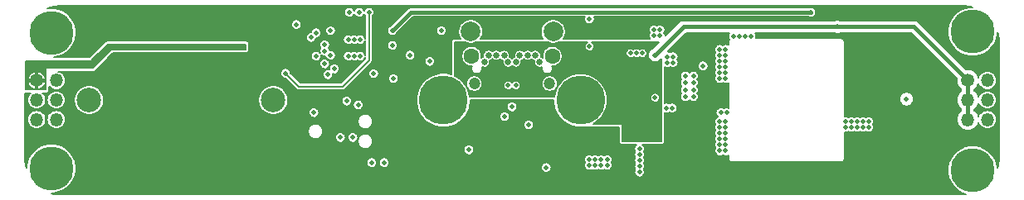
<source format=gbr>
G04 #@! TF.GenerationSoftware,KiCad,Pcbnew,(5.0.2)-1*
G04 #@! TF.CreationDate,2019-02-14T11:06:54-08:00*
G04 #@! TF.ProjectId,nixie_bottom_board,6e697869-655f-4626-9f74-746f6d5f626f,rev?*
G04 #@! TF.SameCoordinates,Original*
G04 #@! TF.FileFunction,Copper,L2,Inr*
G04 #@! TF.FilePolarity,Positive*
%FSLAX46Y46*%
G04 Gerber Fmt 4.6, Leading zero omitted, Abs format (unit mm)*
G04 Created by KiCad (PCBNEW (5.0.2)-1) date 2/14/2019 11:06:54 AM*
%MOMM*%
%LPD*%
G01*
G04 APERTURE LIST*
G04 #@! TA.AperFunction,ViaPad*
%ADD10C,1.200000*%
G04 #@! TD*
G04 #@! TA.AperFunction,ViaPad*
%ADD11C,0.650000*%
G04 #@! TD*
G04 #@! TA.AperFunction,ViaPad*
%ADD12C,2.000000*%
G04 #@! TD*
G04 #@! TA.AperFunction,ViaPad*
%ADD13C,1.600000*%
G04 #@! TD*
G04 #@! TA.AperFunction,ViaPad*
%ADD14C,1.350000*%
G04 #@! TD*
G04 #@! TA.AperFunction,ViaPad*
%ADD15O,1.350000X1.350000*%
G04 #@! TD*
G04 #@! TA.AperFunction,ViaPad*
%ADD16C,0.800000*%
G04 #@! TD*
G04 #@! TA.AperFunction,ViaPad*
%ADD17C,4.500000*%
G04 #@! TD*
G04 #@! TA.AperFunction,ViaPad*
%ADD18C,5.000000*%
G04 #@! TD*
G04 #@! TA.AperFunction,ViaPad*
%ADD19C,2.500000*%
G04 #@! TD*
G04 #@! TA.AperFunction,ViaPad*
%ADD20C,0.508000*%
G04 #@! TD*
G04 #@! TA.AperFunction,Conductor*
%ADD21C,0.400000*%
G04 #@! TD*
G04 #@! TA.AperFunction,Conductor*
%ADD22C,0.200000*%
G04 #@! TD*
G04 #@! TA.AperFunction,Conductor*
%ADD23C,0.150000*%
G04 #@! TD*
G04 APERTURE END LIST*
D10*
G04 #@! TO.N,/GND*
G04 #@! TO.C,J1*
X146155000Y-98310000D03*
X153845000Y-98310000D03*
D11*
X152400000Y-95410000D03*
X151600000Y-95410000D03*
X150800000Y-95410000D03*
G04 #@! TO.N,/CC2*
X149200000Y-95410000D03*
G04 #@! TO.N,/GND*
X148400000Y-95410000D03*
X147600000Y-95410000D03*
X152800000Y-96110000D03*
G04 #@! TO.N,/VBUS*
X151200000Y-96110000D03*
G04 #@! TO.N,/USB_N*
X150400000Y-96110000D03*
G04 #@! TO.N,/USB_P*
X149600000Y-96110000D03*
G04 #@! TO.N,/VBUS*
X148800000Y-96110000D03*
G04 #@! TO.N,/GND*
X147200000Y-96110000D03*
D12*
X154220000Y-92995000D03*
X145780000Y-92995000D03*
D13*
X145870000Y-95510000D03*
X154130000Y-95510000D03*
G04 #@! TD*
D14*
G04 #@! TO.N,/VNIXIE*
G04 #@! TO.C,J4*
X101500000Y-98000000D03*
D15*
G04 #@! TO.N,/GND*
X103500000Y-98000000D03*
X101500000Y-100000000D03*
G04 #@! TO.N,/SCL*
X103500000Y-100000000D03*
G04 #@! TO.N,/NIXIE_EN*
X101500000Y-102000000D03*
G04 #@! TO.N,/SDA*
X103500000Y-102000000D03*
G04 #@! TD*
D14*
G04 #@! TO.N,/HV_OUT*
G04 #@! TO.C,J3*
X196500000Y-98000000D03*
D15*
G04 #@! TO.N,/GND*
X198500000Y-98000000D03*
G04 #@! TO.N,/HV_OUT*
X196500000Y-100000000D03*
G04 #@! TO.N,/GND*
X198500000Y-100000000D03*
G04 #@! TO.N,/HV_OUT*
X196500000Y-102000000D03*
G04 #@! TO.N,/GND*
X198500000Y-102000000D03*
G04 #@! TD*
D16*
G04 #@! TO.N,/GND*
G04 #@! TO.C,MH1*
X104237437Y-91862563D03*
X104750000Y-93100000D03*
X104237437Y-94337437D03*
X103000000Y-94850000D03*
X101762563Y-94337437D03*
X101250000Y-93100000D03*
X101762563Y-91862563D03*
X103000000Y-91350000D03*
D17*
X103000000Y-93100000D03*
G04 #@! TD*
G04 #@! TO.N,/GND*
G04 #@! TO.C,MH2*
X103000000Y-107000000D03*
D16*
X103000000Y-105250000D03*
X101762563Y-105762563D03*
X101250000Y-107000000D03*
X101762563Y-108237437D03*
X103000000Y-108750000D03*
X104237437Y-108237437D03*
X104750000Y-107000000D03*
X104237437Y-105762563D03*
G04 #@! TD*
G04 #@! TO.N,/GND*
G04 #@! TO.C,MH3*
X198237437Y-91762563D03*
X198750000Y-93000000D03*
X198237437Y-94237437D03*
X197000000Y-94750000D03*
X195762563Y-94237437D03*
X195250000Y-93000000D03*
X195762563Y-91762563D03*
X197000000Y-91250000D03*
D17*
X197000000Y-93000000D03*
G04 #@! TD*
G04 #@! TO.N,/GND*
G04 #@! TO.C,MH4*
X197000000Y-107200000D03*
D16*
X197000000Y-105450000D03*
X195762563Y-105962563D03*
X195250000Y-107200000D03*
X195762563Y-108437437D03*
X197000000Y-108950000D03*
X198237437Y-108437437D03*
X198750000Y-107200000D03*
X198237437Y-105962563D03*
G04 #@! TD*
D18*
G04 #@! TO.N,/GND*
G04 #@! TO.C,MH6*
X157000000Y-100000000D03*
D16*
X158875000Y-100000000D03*
X158325825Y-101325825D03*
X157000000Y-101875000D03*
X155674175Y-101325825D03*
X155125000Y-100000000D03*
X155674175Y-98674175D03*
X157000000Y-98125000D03*
X158325825Y-98674175D03*
G04 #@! TD*
G04 #@! TO.N,/GND*
G04 #@! TO.C,MH5*
X144325825Y-98674175D03*
X143000000Y-98125000D03*
X141674175Y-98674175D03*
X141125000Y-100000000D03*
X141674175Y-101325825D03*
X143000000Y-101875000D03*
X144325825Y-101325825D03*
X144875000Y-100000000D03*
D18*
X143000000Y-100000000D03*
G04 #@! TD*
D19*
G04 #@! TO.N,N/C*
G04 #@! TO.C,BT1*
X106850000Y-100000000D03*
G04 #@! TO.N,Net-(BT1-Pad1)*
X125650000Y-100000000D03*
G04 #@! TD*
D20*
G04 #@! TO.N,Net-(Q1-Pad1)*
X171200000Y-105200000D03*
X171800000Y-105200000D03*
X171200000Y-104600000D03*
X171800000Y-104600000D03*
X171200000Y-104000000D03*
X171800000Y-104000000D03*
X171200000Y-103400000D03*
X171800000Y-103400000D03*
X171200000Y-102800000D03*
X171800000Y-102800000D03*
X171200000Y-102200000D03*
X171800000Y-102200000D03*
G04 #@! TO.N,/HV_OUT*
X164600000Y-95400000D03*
X190250000Y-99900000D03*
X183200000Y-92500000D03*
G04 #@! TO.N,/VDD*
X130600000Y-92400000D03*
X139800000Y-106450000D03*
X145950000Y-100700000D03*
X141100000Y-108400000D03*
X138000000Y-102450000D03*
X139800000Y-99950000D03*
X128000000Y-93050000D03*
X159600000Y-103100000D03*
X159000000Y-103100000D03*
X158400000Y-103100000D03*
X157800000Y-103100000D03*
X138850000Y-97700000D03*
X138850000Y-93900000D03*
X159600000Y-103700000D03*
X159000000Y-103700000D03*
X157800000Y-103700000D03*
X158400000Y-103700000D03*
X131230000Y-103835000D03*
G04 #@! TO.N,/VNIXIE*
X122500000Y-94550000D03*
G04 #@! TO.N,/SCL*
X130000000Y-93100000D03*
X136950000Y-106400000D03*
G04 #@! TO.N,/SDA*
X129500000Y-93600000D03*
X135675000Y-106400000D03*
G04 #@! TO.N,/HV_EN*
X169500000Y-96500000D03*
X157900000Y-94500000D03*
X157900000Y-91700000D03*
G04 #@! TO.N,/SWO*
X131225000Y-97400000D03*
G04 #@! TO.N,/NRST*
X137800000Y-94400000D03*
X145600000Y-105100000D03*
X133770000Y-103835000D03*
X133135000Y-100100000D03*
G04 #@! TO.N,/DAC*
X135400000Y-91000000D03*
X126900000Y-97250000D03*
G04 #@! TO.N,/USB_N*
X149600000Y-98500000D03*
X130900000Y-94325000D03*
G04 #@! TO.N,/USB_P*
X130900000Y-94975000D03*
X150400000Y-98500000D03*
G04 #@! TO.N,Net-(D4-Pad2)*
X184000000Y-102800000D03*
X184600000Y-102800000D03*
X185800000Y-102800000D03*
X186400000Y-102800000D03*
X186400000Y-102200000D03*
X185800000Y-102200000D03*
X184600000Y-102200000D03*
X184000000Y-102200000D03*
X185200000Y-102200000D03*
X185200000Y-102800000D03*
G04 #@! TO.N,/SWDIO*
X131500000Y-95400000D03*
G04 #@! TO.N,/SWCLK*
X131875000Y-96800000D03*
G04 #@! TO.N,/HV_IN*
X171800000Y-94800000D03*
X171200000Y-94800000D03*
X171200000Y-95400000D03*
X171800000Y-95400000D03*
X171800000Y-97200000D03*
X171800000Y-97800000D03*
X171200000Y-97200000D03*
X171200000Y-97800000D03*
X171800000Y-96600000D03*
X171200000Y-96600000D03*
X171200000Y-96000000D03*
X171800000Y-96000000D03*
G04 #@! TO.N,/USB*
X149250000Y-101700000D03*
X134300000Y-100500000D03*
G04 #@! TO.N,/ILM*
X142800000Y-92900000D03*
G04 #@! TO.N,/32kHz*
X139600000Y-95400000D03*
G04 #@! TO.N,/AMP_EN*
X130000000Y-95500000D03*
X133400000Y-91000000D03*
G04 #@! TO.N,/NIXIE_EN*
X134400000Y-91000000D03*
G04 #@! TO.N,/MCO*
X131500000Y-92900000D03*
G04 #@! TO.N,Net-(R2-Pad1)*
X135900000Y-97300000D03*
X153500000Y-106900000D03*
X141600000Y-96050000D03*
G04 #@! TO.N,Net-(R20-Pad2)*
X137800000Y-92900000D03*
X180500000Y-91000000D03*
G04 #@! TO.N,/GND*
X134500000Y-93800000D03*
X133900000Y-93800000D03*
X133300000Y-93800000D03*
X134500000Y-95500000D03*
X133900000Y-95500000D03*
X133300000Y-95500000D03*
X171900000Y-101300000D03*
X171300000Y-101300000D03*
X167687500Y-99668750D03*
X168512500Y-99668750D03*
X168512500Y-98956250D03*
X167687500Y-98956250D03*
X167687500Y-98243750D03*
X168512500Y-98243750D03*
X168512500Y-97531250D03*
X167687500Y-97531250D03*
X128000000Y-92250000D03*
X166350000Y-100800000D03*
X165750000Y-100800000D03*
X164600000Y-99750000D03*
X164500000Y-92800000D03*
X162100000Y-95200000D03*
X162700000Y-95200000D03*
X163300000Y-95200000D03*
X129800000Y-101300000D03*
X130900000Y-96300000D03*
X137900000Y-97800000D03*
X157900000Y-106700000D03*
X158500000Y-106700000D03*
X159100000Y-106700000D03*
X159700000Y-106700000D03*
X163000000Y-105000000D03*
X163000000Y-105600000D03*
X163000000Y-106200000D03*
X163000000Y-106800000D03*
X163000000Y-107400000D03*
X165100000Y-92800000D03*
X164500000Y-93400000D03*
X165100000Y-93400000D03*
X150000000Y-100700000D03*
X165850000Y-96150000D03*
X166450000Y-96150000D03*
X166450000Y-95550000D03*
X165850000Y-95550000D03*
X151700000Y-102550000D03*
X172600000Y-93500000D03*
X173200000Y-93500000D03*
X173800000Y-93500000D03*
X157900000Y-106100000D03*
X159100000Y-106100000D03*
X159700000Y-106100000D03*
X158500000Y-106100000D03*
X132500000Y-103835000D03*
X174400000Y-93500000D03*
G04 #@! TO.N,/VBUS*
X165000000Y-101400000D03*
X164400000Y-101400000D03*
X165000000Y-102000000D03*
X165000000Y-102600000D03*
X165000000Y-103200000D03*
X160200000Y-94900000D03*
X159300000Y-95400000D03*
X159900000Y-95400000D03*
X160500000Y-95400000D03*
X161100000Y-95400000D03*
X160800000Y-94900000D03*
X151600000Y-98200000D03*
X151600000Y-98800000D03*
X148400000Y-98200000D03*
X148400000Y-98800000D03*
X148000000Y-96100000D03*
X165000000Y-103800000D03*
X152000000Y-96100000D03*
X163250000Y-100400000D03*
G04 #@! TD*
D21*
G04 #@! TO.N,/HV_OUT*
X196500000Y-98000000D02*
X196500000Y-100000000D01*
X196500000Y-100000000D02*
X196500000Y-102000000D01*
X191000000Y-92500000D02*
X196500000Y-98000000D01*
X164600000Y-95400000D02*
X167500000Y-92500000D01*
X167500000Y-92500000D02*
X183200000Y-92500000D01*
X183200000Y-92500000D02*
X191000000Y-92500000D01*
D22*
G04 #@! TO.N,/DAC*
X135400000Y-95900000D02*
X135400000Y-91000000D01*
X132700000Y-98600000D02*
X135400000Y-95900000D01*
X126900000Y-97250000D02*
X128250000Y-98600000D01*
X128250000Y-98600000D02*
X132700000Y-98600000D01*
D21*
G04 #@! TO.N,Net-(R20-Pad2)*
X139700000Y-91000000D02*
X137800000Y-92900000D01*
X180500000Y-91000000D02*
X139700000Y-91000000D01*
G04 #@! TD*
D23*
G04 #@! TO.N,/VDD*
G36*
X196713508Y-90396518D02*
X196973451Y-90475000D01*
X196751309Y-90475000D01*
X196263485Y-90572035D01*
X195803964Y-90762374D01*
X195390407Y-91038705D01*
X195038705Y-91390407D01*
X194762374Y-91803964D01*
X194572035Y-92263485D01*
X194475000Y-92751309D01*
X194475000Y-93248691D01*
X194572035Y-93736515D01*
X194762374Y-94196036D01*
X195038705Y-94609593D01*
X195390407Y-94961295D01*
X195803964Y-95237626D01*
X196263485Y-95427965D01*
X196751309Y-95525000D01*
X197248691Y-95525000D01*
X197736515Y-95427965D01*
X198196036Y-95237626D01*
X198609593Y-94961295D01*
X198961295Y-94609593D01*
X199237626Y-94196036D01*
X199427965Y-93736515D01*
X199525000Y-93248691D01*
X199525000Y-93024195D01*
X199598412Y-93261352D01*
X199674962Y-93989675D01*
X199675001Y-94000841D01*
X199675000Y-105984103D01*
X199603482Y-106713508D01*
X199525000Y-106973452D01*
X199525000Y-106951309D01*
X199427965Y-106463485D01*
X199237626Y-106003964D01*
X198961295Y-105590407D01*
X198609593Y-105238705D01*
X198196036Y-104962374D01*
X197736515Y-104772035D01*
X197248691Y-104675000D01*
X196751309Y-104675000D01*
X196263485Y-104772035D01*
X195803964Y-104962374D01*
X195390407Y-105238705D01*
X195038705Y-105590407D01*
X194762374Y-106003964D01*
X194572035Y-106463485D01*
X194475000Y-106951309D01*
X194475000Y-107448691D01*
X194572035Y-107936515D01*
X194762374Y-108396036D01*
X195038705Y-108809593D01*
X195390407Y-109161295D01*
X195803964Y-109437626D01*
X196263485Y-109627965D01*
X196330550Y-109641305D01*
X196010325Y-109674962D01*
X195999447Y-109675000D01*
X104015897Y-109675000D01*
X103286492Y-109603482D01*
X103026548Y-109525000D01*
X103248691Y-109525000D01*
X103736515Y-109427965D01*
X104196036Y-109237626D01*
X104609593Y-108961295D01*
X104961295Y-108609593D01*
X105237626Y-108196036D01*
X105427965Y-107736515D01*
X105525000Y-107248691D01*
X105525000Y-106751309D01*
X105444756Y-106347898D01*
X135146000Y-106347898D01*
X135146000Y-106452102D01*
X135166329Y-106554304D01*
X135206206Y-106650576D01*
X135264099Y-106737218D01*
X135337782Y-106810901D01*
X135424424Y-106868794D01*
X135520696Y-106908671D01*
X135622898Y-106929000D01*
X135727102Y-106929000D01*
X135829304Y-106908671D01*
X135925576Y-106868794D01*
X136012218Y-106810901D01*
X136085901Y-106737218D01*
X136143794Y-106650576D01*
X136183671Y-106554304D01*
X136204000Y-106452102D01*
X136204000Y-106347898D01*
X136421000Y-106347898D01*
X136421000Y-106452102D01*
X136441329Y-106554304D01*
X136481206Y-106650576D01*
X136539099Y-106737218D01*
X136612782Y-106810901D01*
X136699424Y-106868794D01*
X136795696Y-106908671D01*
X136897898Y-106929000D01*
X137002102Y-106929000D01*
X137104304Y-106908671D01*
X137200576Y-106868794D01*
X137231848Y-106847898D01*
X152971000Y-106847898D01*
X152971000Y-106952102D01*
X152991329Y-107054304D01*
X153031206Y-107150576D01*
X153089099Y-107237218D01*
X153162782Y-107310901D01*
X153249424Y-107368794D01*
X153345696Y-107408671D01*
X153447898Y-107429000D01*
X153552102Y-107429000D01*
X153654304Y-107408671D01*
X153750576Y-107368794D01*
X153837218Y-107310901D01*
X153910901Y-107237218D01*
X153968794Y-107150576D01*
X154008671Y-107054304D01*
X154029000Y-106952102D01*
X154029000Y-106847898D01*
X154008671Y-106745696D01*
X153968794Y-106649424D01*
X153910901Y-106562782D01*
X153837218Y-106489099D01*
X153750576Y-106431206D01*
X153654304Y-106391329D01*
X153552102Y-106371000D01*
X153447898Y-106371000D01*
X153345696Y-106391329D01*
X153249424Y-106431206D01*
X153162782Y-106489099D01*
X153089099Y-106562782D01*
X153031206Y-106649424D01*
X152991329Y-106745696D01*
X152971000Y-106847898D01*
X137231848Y-106847898D01*
X137287218Y-106810901D01*
X137360901Y-106737218D01*
X137418794Y-106650576D01*
X137458671Y-106554304D01*
X137479000Y-106452102D01*
X137479000Y-106347898D01*
X137458671Y-106245696D01*
X137418794Y-106149424D01*
X137360901Y-106062782D01*
X137346017Y-106047898D01*
X157371000Y-106047898D01*
X157371000Y-106152102D01*
X157391329Y-106254304D01*
X157431206Y-106350576D01*
X157464230Y-106400000D01*
X157431206Y-106449424D01*
X157391329Y-106545696D01*
X157371000Y-106647898D01*
X157371000Y-106752102D01*
X157391329Y-106854304D01*
X157431206Y-106950576D01*
X157489099Y-107037218D01*
X157562782Y-107110901D01*
X157649424Y-107168794D01*
X157745696Y-107208671D01*
X157847898Y-107229000D01*
X157952102Y-107229000D01*
X158054304Y-107208671D01*
X158150576Y-107168794D01*
X158200000Y-107135770D01*
X158249424Y-107168794D01*
X158345696Y-107208671D01*
X158447898Y-107229000D01*
X158552102Y-107229000D01*
X158654304Y-107208671D01*
X158750576Y-107168794D01*
X158800000Y-107135770D01*
X158849424Y-107168794D01*
X158945696Y-107208671D01*
X159047898Y-107229000D01*
X159152102Y-107229000D01*
X159254304Y-107208671D01*
X159350576Y-107168794D01*
X159400000Y-107135770D01*
X159449424Y-107168794D01*
X159545696Y-107208671D01*
X159647898Y-107229000D01*
X159752102Y-107229000D01*
X159854304Y-107208671D01*
X159950576Y-107168794D01*
X160037218Y-107110901D01*
X160110901Y-107037218D01*
X160168794Y-106950576D01*
X160208671Y-106854304D01*
X160229000Y-106752102D01*
X160229000Y-106647898D01*
X160208671Y-106545696D01*
X160168794Y-106449424D01*
X160135770Y-106400000D01*
X160168794Y-106350576D01*
X160208671Y-106254304D01*
X160229000Y-106152102D01*
X160229000Y-106047898D01*
X160208671Y-105945696D01*
X160168794Y-105849424D01*
X160110901Y-105762782D01*
X160037218Y-105689099D01*
X159950576Y-105631206D01*
X159854304Y-105591329D01*
X159752102Y-105571000D01*
X159647898Y-105571000D01*
X159545696Y-105591329D01*
X159449424Y-105631206D01*
X159400000Y-105664230D01*
X159350576Y-105631206D01*
X159254304Y-105591329D01*
X159152102Y-105571000D01*
X159047898Y-105571000D01*
X158945696Y-105591329D01*
X158849424Y-105631206D01*
X158800000Y-105664230D01*
X158750576Y-105631206D01*
X158654304Y-105591329D01*
X158552102Y-105571000D01*
X158447898Y-105571000D01*
X158345696Y-105591329D01*
X158249424Y-105631206D01*
X158200000Y-105664230D01*
X158150576Y-105631206D01*
X158054304Y-105591329D01*
X157952102Y-105571000D01*
X157847898Y-105571000D01*
X157745696Y-105591329D01*
X157649424Y-105631206D01*
X157562782Y-105689099D01*
X157489099Y-105762782D01*
X157431206Y-105849424D01*
X157391329Y-105945696D01*
X157371000Y-106047898D01*
X137346017Y-106047898D01*
X137287218Y-105989099D01*
X137200576Y-105931206D01*
X137104304Y-105891329D01*
X137002102Y-105871000D01*
X136897898Y-105871000D01*
X136795696Y-105891329D01*
X136699424Y-105931206D01*
X136612782Y-105989099D01*
X136539099Y-106062782D01*
X136481206Y-106149424D01*
X136441329Y-106245696D01*
X136421000Y-106347898D01*
X136204000Y-106347898D01*
X136183671Y-106245696D01*
X136143794Y-106149424D01*
X136085901Y-106062782D01*
X136012218Y-105989099D01*
X135925576Y-105931206D01*
X135829304Y-105891329D01*
X135727102Y-105871000D01*
X135622898Y-105871000D01*
X135520696Y-105891329D01*
X135424424Y-105931206D01*
X135337782Y-105989099D01*
X135264099Y-106062782D01*
X135206206Y-106149424D01*
X135166329Y-106245696D01*
X135146000Y-106347898D01*
X105444756Y-106347898D01*
X105427965Y-106263485D01*
X105237626Y-105803964D01*
X104961295Y-105390407D01*
X104618786Y-105047898D01*
X145071000Y-105047898D01*
X145071000Y-105152102D01*
X145091329Y-105254304D01*
X145131206Y-105350576D01*
X145189099Y-105437218D01*
X145262782Y-105510901D01*
X145349424Y-105568794D01*
X145445696Y-105608671D01*
X145547898Y-105629000D01*
X145652102Y-105629000D01*
X145754304Y-105608671D01*
X145850576Y-105568794D01*
X145937218Y-105510901D01*
X146010901Y-105437218D01*
X146068794Y-105350576D01*
X146108671Y-105254304D01*
X146129000Y-105152102D01*
X146129000Y-105047898D01*
X146108671Y-104945696D01*
X146068794Y-104849424D01*
X146010901Y-104762782D01*
X145937218Y-104689099D01*
X145850576Y-104631206D01*
X145754304Y-104591329D01*
X145652102Y-104571000D01*
X145547898Y-104571000D01*
X145445696Y-104591329D01*
X145349424Y-104631206D01*
X145262782Y-104689099D01*
X145189099Y-104762782D01*
X145131206Y-104849424D01*
X145091329Y-104945696D01*
X145071000Y-105047898D01*
X104618786Y-105047898D01*
X104609593Y-105038705D01*
X104196036Y-104762374D01*
X103736515Y-104572035D01*
X103248691Y-104475000D01*
X102751309Y-104475000D01*
X102263485Y-104572035D01*
X101803964Y-104762374D01*
X101390407Y-105038705D01*
X101038705Y-105390407D01*
X100762374Y-105803964D01*
X100572035Y-106263485D01*
X100475000Y-106751309D01*
X100475000Y-106975807D01*
X100401589Y-106738653D01*
X100325038Y-106010325D01*
X100325000Y-105999447D01*
X100325000Y-103124132D01*
X129189700Y-103124132D01*
X129189700Y-103275868D01*
X129219302Y-103424688D01*
X129277369Y-103564874D01*
X129361669Y-103691038D01*
X129468962Y-103798331D01*
X129595126Y-103882631D01*
X129735312Y-103940698D01*
X129884132Y-103970300D01*
X130035868Y-103970300D01*
X130184688Y-103940698D01*
X130324874Y-103882631D01*
X130451038Y-103798331D01*
X130466471Y-103782898D01*
X131971000Y-103782898D01*
X131971000Y-103887102D01*
X131991329Y-103989304D01*
X132031206Y-104085576D01*
X132089099Y-104172218D01*
X132162782Y-104245901D01*
X132249424Y-104303794D01*
X132345696Y-104343671D01*
X132447898Y-104364000D01*
X132552102Y-104364000D01*
X132654304Y-104343671D01*
X132750576Y-104303794D01*
X132837218Y-104245901D01*
X132910901Y-104172218D01*
X132968794Y-104085576D01*
X133008671Y-103989304D01*
X133029000Y-103887102D01*
X133029000Y-103782898D01*
X133241000Y-103782898D01*
X133241000Y-103887102D01*
X133261329Y-103989304D01*
X133301206Y-104085576D01*
X133359099Y-104172218D01*
X133432782Y-104245901D01*
X133519424Y-104303794D01*
X133615696Y-104343671D01*
X133717898Y-104364000D01*
X133822102Y-104364000D01*
X133924304Y-104343671D01*
X134020576Y-104303794D01*
X134107218Y-104245901D01*
X134180901Y-104172218D01*
X134202340Y-104140132D01*
X134269700Y-104140132D01*
X134269700Y-104291868D01*
X134299302Y-104440688D01*
X134357369Y-104580874D01*
X134441669Y-104707038D01*
X134548962Y-104814331D01*
X134675126Y-104898631D01*
X134815312Y-104956698D01*
X134964132Y-104986300D01*
X135115868Y-104986300D01*
X135264688Y-104956698D01*
X135404874Y-104898631D01*
X135531038Y-104814331D01*
X135638331Y-104707038D01*
X135722631Y-104580874D01*
X135780698Y-104440688D01*
X135810300Y-104291868D01*
X135810300Y-104140132D01*
X135780698Y-103991312D01*
X135722631Y-103851126D01*
X135638331Y-103724962D01*
X135531038Y-103617669D01*
X135404874Y-103533369D01*
X135264688Y-103475302D01*
X135115868Y-103445700D01*
X134964132Y-103445700D01*
X134815312Y-103475302D01*
X134675126Y-103533369D01*
X134548962Y-103617669D01*
X134441669Y-103724962D01*
X134357369Y-103851126D01*
X134299302Y-103991312D01*
X134269700Y-104140132D01*
X134202340Y-104140132D01*
X134238794Y-104085576D01*
X134278671Y-103989304D01*
X134299000Y-103887102D01*
X134299000Y-103782898D01*
X134278671Y-103680696D01*
X134238794Y-103584424D01*
X134180901Y-103497782D01*
X134107218Y-103424099D01*
X134020576Y-103366206D01*
X133924304Y-103326329D01*
X133822102Y-103306000D01*
X133717898Y-103306000D01*
X133615696Y-103326329D01*
X133519424Y-103366206D01*
X133432782Y-103424099D01*
X133359099Y-103497782D01*
X133301206Y-103584424D01*
X133261329Y-103680696D01*
X133241000Y-103782898D01*
X133029000Y-103782898D01*
X133008671Y-103680696D01*
X132968794Y-103584424D01*
X132910901Y-103497782D01*
X132837218Y-103424099D01*
X132750576Y-103366206D01*
X132654304Y-103326329D01*
X132552102Y-103306000D01*
X132447898Y-103306000D01*
X132345696Y-103326329D01*
X132249424Y-103366206D01*
X132162782Y-103424099D01*
X132089099Y-103497782D01*
X132031206Y-103584424D01*
X131991329Y-103680696D01*
X131971000Y-103782898D01*
X130466471Y-103782898D01*
X130558331Y-103691038D01*
X130642631Y-103564874D01*
X130700698Y-103424688D01*
X130730300Y-103275868D01*
X130730300Y-103124132D01*
X130700698Y-102975312D01*
X130642631Y-102835126D01*
X130558331Y-102708962D01*
X130451038Y-102601669D01*
X130324874Y-102517369D01*
X130184688Y-102459302D01*
X130035868Y-102429700D01*
X129884132Y-102429700D01*
X129735312Y-102459302D01*
X129595126Y-102517369D01*
X129468962Y-102601669D01*
X129361669Y-102708962D01*
X129277369Y-102835126D01*
X129219302Y-102975312D01*
X129189700Y-103124132D01*
X100325000Y-103124132D01*
X100325000Y-102000000D01*
X100545404Y-102000000D01*
X100563746Y-102186232D01*
X100618068Y-102365308D01*
X100706282Y-102530345D01*
X100824999Y-102675001D01*
X100969655Y-102793718D01*
X101134692Y-102881932D01*
X101313768Y-102936254D01*
X101453335Y-102950000D01*
X101546665Y-102950000D01*
X101686232Y-102936254D01*
X101865308Y-102881932D01*
X102030345Y-102793718D01*
X102175001Y-102675001D01*
X102293718Y-102530345D01*
X102381932Y-102365308D01*
X102436254Y-102186232D01*
X102454596Y-102000000D01*
X102545404Y-102000000D01*
X102563746Y-102186232D01*
X102618068Y-102365308D01*
X102706282Y-102530345D01*
X102824999Y-102675001D01*
X102969655Y-102793718D01*
X103134692Y-102881932D01*
X103313768Y-102936254D01*
X103453335Y-102950000D01*
X103546665Y-102950000D01*
X103686232Y-102936254D01*
X103865308Y-102881932D01*
X104030345Y-102793718D01*
X104175001Y-102675001D01*
X104293718Y-102530345D01*
X104381932Y-102365308D01*
X104436254Y-102186232D01*
X104443946Y-102108132D01*
X134269700Y-102108132D01*
X134269700Y-102259868D01*
X134299302Y-102408688D01*
X134357369Y-102548874D01*
X134441669Y-102675038D01*
X134548962Y-102782331D01*
X134675126Y-102866631D01*
X134815312Y-102924698D01*
X134964132Y-102954300D01*
X135115868Y-102954300D01*
X135264688Y-102924698D01*
X135404874Y-102866631D01*
X135531038Y-102782331D01*
X135638331Y-102675038D01*
X135722631Y-102548874D01*
X135780698Y-102408688D01*
X135810300Y-102259868D01*
X135810300Y-102108132D01*
X135780698Y-101959312D01*
X135722631Y-101819126D01*
X135638331Y-101692962D01*
X135531038Y-101585669D01*
X135404874Y-101501369D01*
X135264688Y-101443302D01*
X135115868Y-101413700D01*
X134964132Y-101413700D01*
X134815312Y-101443302D01*
X134675126Y-101501369D01*
X134548962Y-101585669D01*
X134441669Y-101692962D01*
X134357369Y-101819126D01*
X134299302Y-101959312D01*
X134269700Y-102108132D01*
X104443946Y-102108132D01*
X104454596Y-102000000D01*
X104436254Y-101813768D01*
X104381932Y-101634692D01*
X104293718Y-101469655D01*
X104175001Y-101324999D01*
X104030345Y-101206282D01*
X103865308Y-101118068D01*
X103686232Y-101063746D01*
X103546665Y-101050000D01*
X103453335Y-101050000D01*
X103313768Y-101063746D01*
X103134692Y-101118068D01*
X102969655Y-101206282D01*
X102824999Y-101324999D01*
X102706282Y-101469655D01*
X102618068Y-101634692D01*
X102563746Y-101813768D01*
X102545404Y-102000000D01*
X102454596Y-102000000D01*
X102436254Y-101813768D01*
X102381932Y-101634692D01*
X102293718Y-101469655D01*
X102175001Y-101324999D01*
X102030345Y-101206282D01*
X101865308Y-101118068D01*
X101686232Y-101063746D01*
X101546665Y-101050000D01*
X101453335Y-101050000D01*
X101313768Y-101063746D01*
X101134692Y-101118068D01*
X100969655Y-101206282D01*
X100824999Y-101324999D01*
X100706282Y-101469655D01*
X100618068Y-101634692D01*
X100563746Y-101813768D01*
X100545404Y-102000000D01*
X100325000Y-102000000D01*
X100325000Y-99275000D01*
X100885923Y-99275000D01*
X100824999Y-99324999D01*
X100706282Y-99469655D01*
X100618068Y-99634692D01*
X100563746Y-99813768D01*
X100545404Y-100000000D01*
X100563746Y-100186232D01*
X100618068Y-100365308D01*
X100706282Y-100530345D01*
X100824999Y-100675001D01*
X100969655Y-100793718D01*
X101134692Y-100881932D01*
X101313768Y-100936254D01*
X101453335Y-100950000D01*
X101546665Y-100950000D01*
X101686232Y-100936254D01*
X101865308Y-100881932D01*
X102030345Y-100793718D01*
X102175001Y-100675001D01*
X102293718Y-100530345D01*
X102381932Y-100365308D01*
X102436254Y-100186232D01*
X102454596Y-100000000D01*
X102545404Y-100000000D01*
X102563746Y-100186232D01*
X102618068Y-100365308D01*
X102706282Y-100530345D01*
X102824999Y-100675001D01*
X102969655Y-100793718D01*
X103134692Y-100881932D01*
X103313768Y-100936254D01*
X103453335Y-100950000D01*
X103546665Y-100950000D01*
X103686232Y-100936254D01*
X103865308Y-100881932D01*
X104030345Y-100793718D01*
X104175001Y-100675001D01*
X104293718Y-100530345D01*
X104381932Y-100365308D01*
X104436254Y-100186232D01*
X104454596Y-100000000D01*
X104439803Y-99849801D01*
X105325000Y-99849801D01*
X105325000Y-100150199D01*
X105383605Y-100444826D01*
X105498562Y-100722358D01*
X105665455Y-100972131D01*
X105877869Y-101184545D01*
X106127642Y-101351438D01*
X106405174Y-101466395D01*
X106699801Y-101525000D01*
X107000199Y-101525000D01*
X107294826Y-101466395D01*
X107572358Y-101351438D01*
X107822131Y-101184545D01*
X108034545Y-100972131D01*
X108201438Y-100722358D01*
X108316395Y-100444826D01*
X108375000Y-100150199D01*
X108375000Y-99849801D01*
X124125000Y-99849801D01*
X124125000Y-100150199D01*
X124183605Y-100444826D01*
X124298562Y-100722358D01*
X124465455Y-100972131D01*
X124677869Y-101184545D01*
X124927642Y-101351438D01*
X125205174Y-101466395D01*
X125499801Y-101525000D01*
X125800199Y-101525000D01*
X126094826Y-101466395D01*
X126372358Y-101351438D01*
X126527316Y-101247898D01*
X129271000Y-101247898D01*
X129271000Y-101352102D01*
X129291329Y-101454304D01*
X129331206Y-101550576D01*
X129389099Y-101637218D01*
X129462782Y-101710901D01*
X129549424Y-101768794D01*
X129645696Y-101808671D01*
X129747898Y-101829000D01*
X129852102Y-101829000D01*
X129954304Y-101808671D01*
X130050576Y-101768794D01*
X130137218Y-101710901D01*
X130210901Y-101637218D01*
X130268794Y-101550576D01*
X130308671Y-101454304D01*
X130329000Y-101352102D01*
X130329000Y-101247898D01*
X130308671Y-101145696D01*
X130268794Y-101049424D01*
X130210901Y-100962782D01*
X130137218Y-100889099D01*
X130050576Y-100831206D01*
X129954304Y-100791329D01*
X129852102Y-100771000D01*
X129747898Y-100771000D01*
X129645696Y-100791329D01*
X129549424Y-100831206D01*
X129462782Y-100889099D01*
X129389099Y-100962782D01*
X129331206Y-101049424D01*
X129291329Y-101145696D01*
X129271000Y-101247898D01*
X126527316Y-101247898D01*
X126622131Y-101184545D01*
X126834545Y-100972131D01*
X127001438Y-100722358D01*
X127116395Y-100444826D01*
X127175000Y-100150199D01*
X127175000Y-100047898D01*
X132606000Y-100047898D01*
X132606000Y-100152102D01*
X132626329Y-100254304D01*
X132666206Y-100350576D01*
X132724099Y-100437218D01*
X132797782Y-100510901D01*
X132884424Y-100568794D01*
X132980696Y-100608671D01*
X133082898Y-100629000D01*
X133187102Y-100629000D01*
X133289304Y-100608671D01*
X133385576Y-100568794D01*
X133472218Y-100510901D01*
X133535221Y-100447898D01*
X133771000Y-100447898D01*
X133771000Y-100552102D01*
X133791329Y-100654304D01*
X133831206Y-100750576D01*
X133889099Y-100837218D01*
X133962782Y-100910901D01*
X134049424Y-100968794D01*
X134145696Y-101008671D01*
X134247898Y-101029000D01*
X134352102Y-101029000D01*
X134454304Y-101008671D01*
X134550576Y-100968794D01*
X134637218Y-100910901D01*
X134710901Y-100837218D01*
X134768794Y-100750576D01*
X134808671Y-100654304D01*
X134829000Y-100552102D01*
X134829000Y-100447898D01*
X134808671Y-100345696D01*
X134768794Y-100249424D01*
X134710901Y-100162782D01*
X134637218Y-100089099D01*
X134550576Y-100031206D01*
X134454304Y-99991329D01*
X134352102Y-99971000D01*
X134247898Y-99971000D01*
X134145696Y-99991329D01*
X134049424Y-100031206D01*
X133962782Y-100089099D01*
X133889099Y-100162782D01*
X133831206Y-100249424D01*
X133791329Y-100345696D01*
X133771000Y-100447898D01*
X133535221Y-100447898D01*
X133545901Y-100437218D01*
X133603794Y-100350576D01*
X133643671Y-100254304D01*
X133664000Y-100152102D01*
X133664000Y-100047898D01*
X133643671Y-99945696D01*
X133603794Y-99849424D01*
X133545901Y-99762782D01*
X133509805Y-99726686D01*
X140225000Y-99726686D01*
X140225000Y-100273314D01*
X140331642Y-100809438D01*
X140540827Y-101314455D01*
X140844517Y-101768959D01*
X141231041Y-102155483D01*
X141685545Y-102459173D01*
X142190562Y-102668358D01*
X142726686Y-102775000D01*
X143273314Y-102775000D01*
X143809438Y-102668358D01*
X144220964Y-102497898D01*
X151171000Y-102497898D01*
X151171000Y-102602102D01*
X151191329Y-102704304D01*
X151231206Y-102800576D01*
X151289099Y-102887218D01*
X151362782Y-102960901D01*
X151449424Y-103018794D01*
X151545696Y-103058671D01*
X151647898Y-103079000D01*
X151752102Y-103079000D01*
X151854304Y-103058671D01*
X151950576Y-103018794D01*
X152037218Y-102960901D01*
X152110901Y-102887218D01*
X152168794Y-102800576D01*
X152208671Y-102704304D01*
X152229000Y-102602102D01*
X152229000Y-102497898D01*
X152208671Y-102395696D01*
X152168794Y-102299424D01*
X152110901Y-102212782D01*
X152037218Y-102139099D01*
X151950576Y-102081206D01*
X151854304Y-102041329D01*
X151752102Y-102021000D01*
X151647898Y-102021000D01*
X151545696Y-102041329D01*
X151449424Y-102081206D01*
X151362782Y-102139099D01*
X151289099Y-102212782D01*
X151231206Y-102299424D01*
X151191329Y-102395696D01*
X151171000Y-102497898D01*
X144220964Y-102497898D01*
X144314455Y-102459173D01*
X144768959Y-102155483D01*
X145155483Y-101768959D01*
X145236373Y-101647898D01*
X148721000Y-101647898D01*
X148721000Y-101752102D01*
X148741329Y-101854304D01*
X148781206Y-101950576D01*
X148839099Y-102037218D01*
X148912782Y-102110901D01*
X148999424Y-102168794D01*
X149095696Y-102208671D01*
X149197898Y-102229000D01*
X149302102Y-102229000D01*
X149404304Y-102208671D01*
X149500576Y-102168794D01*
X149587218Y-102110901D01*
X149660901Y-102037218D01*
X149718794Y-101950576D01*
X149758671Y-101854304D01*
X149779000Y-101752102D01*
X149779000Y-101647898D01*
X149758671Y-101545696D01*
X149718794Y-101449424D01*
X149660901Y-101362782D01*
X149587218Y-101289099D01*
X149500576Y-101231206D01*
X149404304Y-101191329D01*
X149302102Y-101171000D01*
X149197898Y-101171000D01*
X149095696Y-101191329D01*
X148999424Y-101231206D01*
X148912782Y-101289099D01*
X148839099Y-101362782D01*
X148781206Y-101449424D01*
X148741329Y-101545696D01*
X148721000Y-101647898D01*
X145236373Y-101647898D01*
X145459173Y-101314455D01*
X145668358Y-100809438D01*
X145700490Y-100647898D01*
X149471000Y-100647898D01*
X149471000Y-100752102D01*
X149491329Y-100854304D01*
X149531206Y-100950576D01*
X149589099Y-101037218D01*
X149662782Y-101110901D01*
X149749424Y-101168794D01*
X149845696Y-101208671D01*
X149947898Y-101229000D01*
X150052102Y-101229000D01*
X150154304Y-101208671D01*
X150250576Y-101168794D01*
X150337218Y-101110901D01*
X150410901Y-101037218D01*
X150468794Y-100950576D01*
X150508671Y-100854304D01*
X150529000Y-100752102D01*
X150529000Y-100647898D01*
X150508671Y-100545696D01*
X150468794Y-100449424D01*
X150410901Y-100362782D01*
X150337218Y-100289099D01*
X150250576Y-100231206D01*
X150154304Y-100191329D01*
X150052102Y-100171000D01*
X149947898Y-100171000D01*
X149845696Y-100191329D01*
X149749424Y-100231206D01*
X149662782Y-100289099D01*
X149589099Y-100362782D01*
X149531206Y-100449424D01*
X149491329Y-100545696D01*
X149471000Y-100647898D01*
X145700490Y-100647898D01*
X145775000Y-100273314D01*
X145775000Y-99975000D01*
X154225000Y-99975000D01*
X154225000Y-100273314D01*
X154331642Y-100809438D01*
X154540827Y-101314455D01*
X154844517Y-101768959D01*
X155231041Y-102155483D01*
X155685545Y-102459173D01*
X156190562Y-102668358D01*
X156726686Y-102775000D01*
X160925000Y-102775000D01*
X160925000Y-104300000D01*
X160945933Y-104405238D01*
X161005546Y-104494454D01*
X161094762Y-104554067D01*
X161200000Y-104575000D01*
X162683882Y-104575000D01*
X162662782Y-104589099D01*
X162589099Y-104662782D01*
X162531206Y-104749424D01*
X162491329Y-104845696D01*
X162471000Y-104947898D01*
X162471000Y-105052102D01*
X162491329Y-105154304D01*
X162531206Y-105250576D01*
X162564230Y-105300000D01*
X162531206Y-105349424D01*
X162491329Y-105445696D01*
X162471000Y-105547898D01*
X162471000Y-105652102D01*
X162491329Y-105754304D01*
X162531206Y-105850576D01*
X162564230Y-105900000D01*
X162531206Y-105949424D01*
X162491329Y-106045696D01*
X162471000Y-106147898D01*
X162471000Y-106252102D01*
X162491329Y-106354304D01*
X162531206Y-106450576D01*
X162564230Y-106500000D01*
X162531206Y-106549424D01*
X162491329Y-106645696D01*
X162471000Y-106747898D01*
X162471000Y-106852102D01*
X162491329Y-106954304D01*
X162531206Y-107050576D01*
X162564230Y-107100000D01*
X162531206Y-107149424D01*
X162491329Y-107245696D01*
X162471000Y-107347898D01*
X162471000Y-107452102D01*
X162491329Y-107554304D01*
X162531206Y-107650576D01*
X162589099Y-107737218D01*
X162662782Y-107810901D01*
X162749424Y-107868794D01*
X162845696Y-107908671D01*
X162947898Y-107929000D01*
X163052102Y-107929000D01*
X163154304Y-107908671D01*
X163250576Y-107868794D01*
X163337218Y-107810901D01*
X163410901Y-107737218D01*
X163468794Y-107650576D01*
X163508671Y-107554304D01*
X163529000Y-107452102D01*
X163529000Y-107347898D01*
X163508671Y-107245696D01*
X163468794Y-107149424D01*
X163435770Y-107100000D01*
X163468794Y-107050576D01*
X163508671Y-106954304D01*
X163529000Y-106852102D01*
X163529000Y-106747898D01*
X163508671Y-106645696D01*
X163468794Y-106549424D01*
X163435770Y-106500000D01*
X163468794Y-106450576D01*
X163508671Y-106354304D01*
X163529000Y-106252102D01*
X163529000Y-106147898D01*
X163508671Y-106045696D01*
X163468794Y-105949424D01*
X163435770Y-105900000D01*
X163468794Y-105850576D01*
X163508671Y-105754304D01*
X163529000Y-105652102D01*
X163529000Y-105547898D01*
X163508671Y-105445696D01*
X163468794Y-105349424D01*
X163435770Y-105300000D01*
X163468794Y-105250576D01*
X163508671Y-105154304D01*
X163529000Y-105052102D01*
X163529000Y-104947898D01*
X163508671Y-104845696D01*
X163468794Y-104749424D01*
X163410901Y-104662782D01*
X163337218Y-104589099D01*
X163316118Y-104575000D01*
X165300000Y-104575000D01*
X165405238Y-104554067D01*
X165494454Y-104494454D01*
X165554067Y-104405238D01*
X165575000Y-104300000D01*
X165575000Y-101300098D01*
X165595696Y-101308671D01*
X165697898Y-101329000D01*
X165802102Y-101329000D01*
X165904304Y-101308671D01*
X166000576Y-101268794D01*
X166050000Y-101235770D01*
X166099424Y-101268794D01*
X166195696Y-101308671D01*
X166297898Y-101329000D01*
X166402102Y-101329000D01*
X166504304Y-101308671D01*
X166600576Y-101268794D01*
X166687218Y-101210901D01*
X166760901Y-101137218D01*
X166818794Y-101050576D01*
X166858671Y-100954304D01*
X166879000Y-100852102D01*
X166879000Y-100747898D01*
X166858671Y-100645696D01*
X166818794Y-100549424D01*
X166760901Y-100462782D01*
X166687218Y-100389099D01*
X166600576Y-100331206D01*
X166504304Y-100291329D01*
X166402102Y-100271000D01*
X166297898Y-100271000D01*
X166195696Y-100291329D01*
X166099424Y-100331206D01*
X166050000Y-100364230D01*
X166000576Y-100331206D01*
X165904304Y-100291329D01*
X165802102Y-100271000D01*
X165697898Y-100271000D01*
X165595696Y-100291329D01*
X165575000Y-100299902D01*
X165575000Y-97479148D01*
X167158500Y-97479148D01*
X167158500Y-97583352D01*
X167178829Y-97685554D01*
X167218706Y-97781826D01*
X167276599Y-97868468D01*
X167295631Y-97887500D01*
X167276599Y-97906532D01*
X167218706Y-97993174D01*
X167178829Y-98089446D01*
X167158500Y-98191648D01*
X167158500Y-98295852D01*
X167178829Y-98398054D01*
X167218706Y-98494326D01*
X167276599Y-98580968D01*
X167295631Y-98600000D01*
X167276599Y-98619032D01*
X167218706Y-98705674D01*
X167178829Y-98801946D01*
X167158500Y-98904148D01*
X167158500Y-99008352D01*
X167178829Y-99110554D01*
X167218706Y-99206826D01*
X167276599Y-99293468D01*
X167295631Y-99312500D01*
X167276599Y-99331532D01*
X167218706Y-99418174D01*
X167178829Y-99514446D01*
X167158500Y-99616648D01*
X167158500Y-99720852D01*
X167178829Y-99823054D01*
X167218706Y-99919326D01*
X167276599Y-100005968D01*
X167350282Y-100079651D01*
X167436924Y-100137544D01*
X167533196Y-100177421D01*
X167635398Y-100197750D01*
X167739602Y-100197750D01*
X167841804Y-100177421D01*
X167938076Y-100137544D01*
X168024718Y-100079651D01*
X168098401Y-100005968D01*
X168100000Y-100003575D01*
X168101599Y-100005968D01*
X168175282Y-100079651D01*
X168261924Y-100137544D01*
X168358196Y-100177421D01*
X168460398Y-100197750D01*
X168564602Y-100197750D01*
X168666804Y-100177421D01*
X168763076Y-100137544D01*
X168849718Y-100079651D01*
X168923401Y-100005968D01*
X168981294Y-99919326D01*
X169021171Y-99823054D01*
X169041500Y-99720852D01*
X169041500Y-99616648D01*
X169021171Y-99514446D01*
X168981294Y-99418174D01*
X168923401Y-99331532D01*
X168904369Y-99312500D01*
X168923401Y-99293468D01*
X168981294Y-99206826D01*
X169021171Y-99110554D01*
X169041500Y-99008352D01*
X169041500Y-98904148D01*
X169021171Y-98801946D01*
X168981294Y-98705674D01*
X168923401Y-98619032D01*
X168904369Y-98600000D01*
X168923401Y-98580968D01*
X168981294Y-98494326D01*
X169021171Y-98398054D01*
X169041500Y-98295852D01*
X169041500Y-98191648D01*
X169021171Y-98089446D01*
X168981294Y-97993174D01*
X168923401Y-97906532D01*
X168904369Y-97887500D01*
X168923401Y-97868468D01*
X168981294Y-97781826D01*
X169021171Y-97685554D01*
X169041500Y-97583352D01*
X169041500Y-97479148D01*
X169021171Y-97376946D01*
X168981294Y-97280674D01*
X168923401Y-97194032D01*
X168849718Y-97120349D01*
X168763076Y-97062456D01*
X168666804Y-97022579D01*
X168564602Y-97002250D01*
X168460398Y-97002250D01*
X168358196Y-97022579D01*
X168261924Y-97062456D01*
X168175282Y-97120349D01*
X168101599Y-97194032D01*
X168100000Y-97196425D01*
X168098401Y-97194032D01*
X168024718Y-97120349D01*
X167938076Y-97062456D01*
X167841804Y-97022579D01*
X167739602Y-97002250D01*
X167635398Y-97002250D01*
X167533196Y-97022579D01*
X167436924Y-97062456D01*
X167350282Y-97120349D01*
X167276599Y-97194032D01*
X167218706Y-97280674D01*
X167178829Y-97376946D01*
X167158500Y-97479148D01*
X165575000Y-97479148D01*
X165575000Y-96602474D01*
X165599424Y-96618794D01*
X165695696Y-96658671D01*
X165797898Y-96679000D01*
X165902102Y-96679000D01*
X166004304Y-96658671D01*
X166100576Y-96618794D01*
X166150000Y-96585770D01*
X166199424Y-96618794D01*
X166295696Y-96658671D01*
X166397898Y-96679000D01*
X166502102Y-96679000D01*
X166604304Y-96658671D01*
X166700576Y-96618794D01*
X166787218Y-96560901D01*
X166860901Y-96487218D01*
X166887174Y-96447898D01*
X168971000Y-96447898D01*
X168971000Y-96552102D01*
X168991329Y-96654304D01*
X169031206Y-96750576D01*
X169089099Y-96837218D01*
X169162782Y-96910901D01*
X169249424Y-96968794D01*
X169345696Y-97008671D01*
X169447898Y-97029000D01*
X169552102Y-97029000D01*
X169654304Y-97008671D01*
X169750576Y-96968794D01*
X169837218Y-96910901D01*
X169910901Y-96837218D01*
X169968794Y-96750576D01*
X170008671Y-96654304D01*
X170029000Y-96552102D01*
X170029000Y-96447898D01*
X170008671Y-96345696D01*
X169968794Y-96249424D01*
X169910901Y-96162782D01*
X169837218Y-96089099D01*
X169750576Y-96031206D01*
X169654304Y-95991329D01*
X169552102Y-95971000D01*
X169447898Y-95971000D01*
X169345696Y-95991329D01*
X169249424Y-96031206D01*
X169162782Y-96089099D01*
X169089099Y-96162782D01*
X169031206Y-96249424D01*
X168991329Y-96345696D01*
X168971000Y-96447898D01*
X166887174Y-96447898D01*
X166918794Y-96400576D01*
X166958671Y-96304304D01*
X166979000Y-96202102D01*
X166979000Y-96097898D01*
X166958671Y-95995696D01*
X166918794Y-95899424D01*
X166885770Y-95850000D01*
X166918794Y-95800576D01*
X166958671Y-95704304D01*
X166979000Y-95602102D01*
X166979000Y-95497898D01*
X166958671Y-95395696D01*
X166918794Y-95299424D01*
X166860901Y-95212782D01*
X166787218Y-95139099D01*
X166700576Y-95081206D01*
X166604304Y-95041329D01*
X166502102Y-95021000D01*
X166397898Y-95021000D01*
X166295696Y-95041329D01*
X166199424Y-95081206D01*
X166150000Y-95114230D01*
X166100576Y-95081206D01*
X166004304Y-95041329D01*
X165928369Y-95026225D01*
X167779594Y-93175000D01*
X172180935Y-93175000D01*
X172131206Y-93249424D01*
X172091329Y-93345696D01*
X172071000Y-93447898D01*
X172071000Y-93552102D01*
X172091329Y-93654304D01*
X172131206Y-93750576D01*
X172155018Y-93786212D01*
X172128465Y-93818566D01*
X172098287Y-93875026D01*
X172079703Y-93936289D01*
X172073428Y-94000000D01*
X172075001Y-94015971D01*
X172075001Y-94347526D01*
X172050576Y-94331206D01*
X171954304Y-94291329D01*
X171852102Y-94271000D01*
X171747898Y-94271000D01*
X171645696Y-94291329D01*
X171549424Y-94331206D01*
X171500000Y-94364230D01*
X171450576Y-94331206D01*
X171354304Y-94291329D01*
X171252102Y-94271000D01*
X171147898Y-94271000D01*
X171045696Y-94291329D01*
X170949424Y-94331206D01*
X170862782Y-94389099D01*
X170789099Y-94462782D01*
X170731206Y-94549424D01*
X170691329Y-94645696D01*
X170671000Y-94747898D01*
X170671000Y-94852102D01*
X170691329Y-94954304D01*
X170731206Y-95050576D01*
X170764230Y-95100000D01*
X170731206Y-95149424D01*
X170691329Y-95245696D01*
X170671000Y-95347898D01*
X170671000Y-95452102D01*
X170691329Y-95554304D01*
X170731206Y-95650576D01*
X170764230Y-95700000D01*
X170731206Y-95749424D01*
X170691329Y-95845696D01*
X170671000Y-95947898D01*
X170671000Y-96052102D01*
X170691329Y-96154304D01*
X170731206Y-96250576D01*
X170764230Y-96300000D01*
X170731206Y-96349424D01*
X170691329Y-96445696D01*
X170671000Y-96547898D01*
X170671000Y-96652102D01*
X170691329Y-96754304D01*
X170731206Y-96850576D01*
X170764230Y-96900000D01*
X170731206Y-96949424D01*
X170691329Y-97045696D01*
X170671000Y-97147898D01*
X170671000Y-97252102D01*
X170691329Y-97354304D01*
X170731206Y-97450576D01*
X170764230Y-97500000D01*
X170731206Y-97549424D01*
X170691329Y-97645696D01*
X170671000Y-97747898D01*
X170671000Y-97852102D01*
X170691329Y-97954304D01*
X170731206Y-98050576D01*
X170789099Y-98137218D01*
X170862782Y-98210901D01*
X170949424Y-98268794D01*
X171045696Y-98308671D01*
X171147898Y-98329000D01*
X171252102Y-98329000D01*
X171354304Y-98308671D01*
X171450576Y-98268794D01*
X171500000Y-98235770D01*
X171549424Y-98268794D01*
X171645696Y-98308671D01*
X171747898Y-98329000D01*
X171852102Y-98329000D01*
X171954304Y-98308671D01*
X172050576Y-98268794D01*
X172075001Y-98252474D01*
X172075000Y-100799902D01*
X172054304Y-100791329D01*
X171952102Y-100771000D01*
X171847898Y-100771000D01*
X171745696Y-100791329D01*
X171649424Y-100831206D01*
X171600000Y-100864230D01*
X171550576Y-100831206D01*
X171454304Y-100791329D01*
X171352102Y-100771000D01*
X171247898Y-100771000D01*
X171145696Y-100791329D01*
X171049424Y-100831206D01*
X170962782Y-100889099D01*
X170889099Y-100962782D01*
X170831206Y-101049424D01*
X170791329Y-101145696D01*
X170771000Y-101247898D01*
X170771000Y-101352102D01*
X170791329Y-101454304D01*
X170831206Y-101550576D01*
X170889099Y-101637218D01*
X170962782Y-101710901D01*
X170976429Y-101720020D01*
X170949424Y-101731206D01*
X170862782Y-101789099D01*
X170789099Y-101862782D01*
X170731206Y-101949424D01*
X170691329Y-102045696D01*
X170671000Y-102147898D01*
X170671000Y-102252102D01*
X170691329Y-102354304D01*
X170731206Y-102450576D01*
X170764230Y-102500000D01*
X170731206Y-102549424D01*
X170691329Y-102645696D01*
X170671000Y-102747898D01*
X170671000Y-102852102D01*
X170691329Y-102954304D01*
X170731206Y-103050576D01*
X170764230Y-103100000D01*
X170731206Y-103149424D01*
X170691329Y-103245696D01*
X170671000Y-103347898D01*
X170671000Y-103452102D01*
X170691329Y-103554304D01*
X170731206Y-103650576D01*
X170764230Y-103700000D01*
X170731206Y-103749424D01*
X170691329Y-103845696D01*
X170671000Y-103947898D01*
X170671000Y-104052102D01*
X170691329Y-104154304D01*
X170731206Y-104250576D01*
X170764230Y-104300000D01*
X170731206Y-104349424D01*
X170691329Y-104445696D01*
X170671000Y-104547898D01*
X170671000Y-104652102D01*
X170691329Y-104754304D01*
X170731206Y-104850576D01*
X170764230Y-104900000D01*
X170731206Y-104949424D01*
X170691329Y-105045696D01*
X170671000Y-105147898D01*
X170671000Y-105252102D01*
X170691329Y-105354304D01*
X170731206Y-105450576D01*
X170789099Y-105537218D01*
X170862782Y-105610901D01*
X170949424Y-105668794D01*
X171045696Y-105708671D01*
X171147898Y-105729000D01*
X171252102Y-105729000D01*
X171354304Y-105708671D01*
X171450576Y-105668794D01*
X171500000Y-105635770D01*
X171549424Y-105668794D01*
X171645696Y-105708671D01*
X171747898Y-105729000D01*
X171852102Y-105729000D01*
X171954304Y-105708671D01*
X172050576Y-105668794D01*
X172075000Y-105652474D01*
X172075000Y-105984039D01*
X172073428Y-106000000D01*
X172079703Y-106063711D01*
X172098287Y-106124974D01*
X172128465Y-106181434D01*
X172169079Y-106230921D01*
X172218566Y-106271535D01*
X172275026Y-106301713D01*
X172336289Y-106320297D01*
X172400000Y-106326572D01*
X172415960Y-106325000D01*
X183584040Y-106325000D01*
X183600000Y-106326572D01*
X183663711Y-106320297D01*
X183724974Y-106301713D01*
X183781434Y-106271535D01*
X183830921Y-106230921D01*
X183871535Y-106181434D01*
X183901713Y-106124974D01*
X183920297Y-106063711D01*
X183925000Y-106015961D01*
X183925000Y-106015960D01*
X183926572Y-106000000D01*
X183925000Y-105984039D01*
X183925000Y-103324445D01*
X183947898Y-103329000D01*
X184052102Y-103329000D01*
X184154304Y-103308671D01*
X184250576Y-103268794D01*
X184300000Y-103235770D01*
X184349424Y-103268794D01*
X184445696Y-103308671D01*
X184547898Y-103329000D01*
X184652102Y-103329000D01*
X184754304Y-103308671D01*
X184850576Y-103268794D01*
X184900000Y-103235770D01*
X184949424Y-103268794D01*
X185045696Y-103308671D01*
X185147898Y-103329000D01*
X185252102Y-103329000D01*
X185354304Y-103308671D01*
X185450576Y-103268794D01*
X185500000Y-103235770D01*
X185549424Y-103268794D01*
X185645696Y-103308671D01*
X185747898Y-103329000D01*
X185852102Y-103329000D01*
X185954304Y-103308671D01*
X186050576Y-103268794D01*
X186100000Y-103235770D01*
X186149424Y-103268794D01*
X186245696Y-103308671D01*
X186347898Y-103329000D01*
X186452102Y-103329000D01*
X186554304Y-103308671D01*
X186650576Y-103268794D01*
X186737218Y-103210901D01*
X186810901Y-103137218D01*
X186868794Y-103050576D01*
X186908671Y-102954304D01*
X186929000Y-102852102D01*
X186929000Y-102747898D01*
X186908671Y-102645696D01*
X186868794Y-102549424D01*
X186835770Y-102500000D01*
X186868794Y-102450576D01*
X186908671Y-102354304D01*
X186929000Y-102252102D01*
X186929000Y-102147898D01*
X186908671Y-102045696D01*
X186868794Y-101949424D01*
X186810901Y-101862782D01*
X186737218Y-101789099D01*
X186650576Y-101731206D01*
X186554304Y-101691329D01*
X186452102Y-101671000D01*
X186347898Y-101671000D01*
X186245696Y-101691329D01*
X186149424Y-101731206D01*
X186100000Y-101764230D01*
X186050576Y-101731206D01*
X185954304Y-101691329D01*
X185852102Y-101671000D01*
X185747898Y-101671000D01*
X185645696Y-101691329D01*
X185549424Y-101731206D01*
X185500000Y-101764230D01*
X185450576Y-101731206D01*
X185354304Y-101691329D01*
X185252102Y-101671000D01*
X185147898Y-101671000D01*
X185045696Y-101691329D01*
X184949424Y-101731206D01*
X184900000Y-101764230D01*
X184850576Y-101731206D01*
X184754304Y-101691329D01*
X184652102Y-101671000D01*
X184547898Y-101671000D01*
X184445696Y-101691329D01*
X184349424Y-101731206D01*
X184300000Y-101764230D01*
X184250576Y-101731206D01*
X184154304Y-101691329D01*
X184052102Y-101671000D01*
X183947898Y-101671000D01*
X183925000Y-101675555D01*
X183925000Y-99828200D01*
X189521000Y-99828200D01*
X189521000Y-99971800D01*
X189549015Y-100112641D01*
X189603969Y-100245311D01*
X189683749Y-100364710D01*
X189785290Y-100466251D01*
X189904689Y-100546031D01*
X190037359Y-100600985D01*
X190178200Y-100629000D01*
X190321800Y-100629000D01*
X190462641Y-100600985D01*
X190595311Y-100546031D01*
X190714710Y-100466251D01*
X190816251Y-100364710D01*
X190896031Y-100245311D01*
X190950985Y-100112641D01*
X190979000Y-99971800D01*
X190979000Y-99828200D01*
X190950985Y-99687359D01*
X190896031Y-99554689D01*
X190816251Y-99435290D01*
X190714710Y-99333749D01*
X190595311Y-99253969D01*
X190462641Y-99199015D01*
X190321800Y-99171000D01*
X190178200Y-99171000D01*
X190037359Y-99199015D01*
X189904689Y-99253969D01*
X189785290Y-99333749D01*
X189683749Y-99435290D01*
X189603969Y-99554689D01*
X189549015Y-99687359D01*
X189521000Y-99828200D01*
X183925000Y-99828200D01*
X183925000Y-94015961D01*
X183926572Y-94000000D01*
X183920297Y-93936289D01*
X183901713Y-93875026D01*
X183871535Y-93818566D01*
X183830921Y-93769079D01*
X183781434Y-93728465D01*
X183724974Y-93698287D01*
X183663711Y-93679703D01*
X183615961Y-93675000D01*
X183615960Y-93675000D01*
X183600000Y-93673428D01*
X183584039Y-93675000D01*
X174900098Y-93675000D01*
X174908671Y-93654304D01*
X174929000Y-93552102D01*
X174929000Y-93447898D01*
X174908671Y-93345696D01*
X174868794Y-93249424D01*
X174819065Y-93175000D01*
X182924626Y-93175000D01*
X182987359Y-93200985D01*
X183128200Y-93229000D01*
X183271800Y-93229000D01*
X183412641Y-93200985D01*
X183475374Y-93175000D01*
X190720406Y-93175000D01*
X195363628Y-97818222D01*
X195350000Y-97886735D01*
X195350000Y-98113265D01*
X195394194Y-98335443D01*
X195480884Y-98544729D01*
X195606737Y-98733082D01*
X195766918Y-98893263D01*
X195825000Y-98932072D01*
X195825001Y-99066268D01*
X195682893Y-99182893D01*
X195539184Y-99358003D01*
X195432398Y-99557785D01*
X195366640Y-99774561D01*
X195344436Y-100000000D01*
X195366640Y-100225439D01*
X195432398Y-100442215D01*
X195539184Y-100641997D01*
X195682893Y-100817107D01*
X195825000Y-100933732D01*
X195825001Y-101066268D01*
X195682893Y-101182893D01*
X195539184Y-101358003D01*
X195432398Y-101557785D01*
X195366640Y-101774561D01*
X195344436Y-102000000D01*
X195366640Y-102225439D01*
X195432398Y-102442215D01*
X195539184Y-102641997D01*
X195682893Y-102817107D01*
X195858003Y-102960816D01*
X196057785Y-103067602D01*
X196274561Y-103133360D01*
X196443508Y-103150000D01*
X196556492Y-103150000D01*
X196725439Y-103133360D01*
X196942215Y-103067602D01*
X197141997Y-102960816D01*
X197317107Y-102817107D01*
X197460816Y-102641997D01*
X197567602Y-102442215D01*
X197604500Y-102320579D01*
X197618068Y-102365308D01*
X197706282Y-102530345D01*
X197824999Y-102675001D01*
X197969655Y-102793718D01*
X198134692Y-102881932D01*
X198313768Y-102936254D01*
X198453335Y-102950000D01*
X198546665Y-102950000D01*
X198686232Y-102936254D01*
X198865308Y-102881932D01*
X199030345Y-102793718D01*
X199175001Y-102675001D01*
X199293718Y-102530345D01*
X199381932Y-102365308D01*
X199436254Y-102186232D01*
X199454596Y-102000000D01*
X199436254Y-101813768D01*
X199381932Y-101634692D01*
X199293718Y-101469655D01*
X199175001Y-101324999D01*
X199030345Y-101206282D01*
X198865308Y-101118068D01*
X198686232Y-101063746D01*
X198546665Y-101050000D01*
X198453335Y-101050000D01*
X198313768Y-101063746D01*
X198134692Y-101118068D01*
X197969655Y-101206282D01*
X197824999Y-101324999D01*
X197706282Y-101469655D01*
X197618068Y-101634692D01*
X197604500Y-101679421D01*
X197567602Y-101557785D01*
X197460816Y-101358003D01*
X197317107Y-101182893D01*
X197175000Y-101066269D01*
X197175000Y-100933731D01*
X197317107Y-100817107D01*
X197460816Y-100641997D01*
X197567602Y-100442215D01*
X197604500Y-100320579D01*
X197618068Y-100365308D01*
X197706282Y-100530345D01*
X197824999Y-100675001D01*
X197969655Y-100793718D01*
X198134692Y-100881932D01*
X198313768Y-100936254D01*
X198453335Y-100950000D01*
X198546665Y-100950000D01*
X198686232Y-100936254D01*
X198865308Y-100881932D01*
X199030345Y-100793718D01*
X199175001Y-100675001D01*
X199293718Y-100530345D01*
X199381932Y-100365308D01*
X199436254Y-100186232D01*
X199454596Y-100000000D01*
X199436254Y-99813768D01*
X199381932Y-99634692D01*
X199293718Y-99469655D01*
X199175001Y-99324999D01*
X199030345Y-99206282D01*
X198865308Y-99118068D01*
X198686232Y-99063746D01*
X198546665Y-99050000D01*
X198453335Y-99050000D01*
X198313768Y-99063746D01*
X198134692Y-99118068D01*
X197969655Y-99206282D01*
X197824999Y-99324999D01*
X197706282Y-99469655D01*
X197618068Y-99634692D01*
X197604500Y-99679421D01*
X197567602Y-99557785D01*
X197460816Y-99358003D01*
X197317107Y-99182893D01*
X197175000Y-99066269D01*
X197175000Y-98932072D01*
X197233082Y-98893263D01*
X197393263Y-98733082D01*
X197519116Y-98544729D01*
X197605806Y-98335443D01*
X197607074Y-98329067D01*
X197618068Y-98365308D01*
X197706282Y-98530345D01*
X197824999Y-98675001D01*
X197969655Y-98793718D01*
X198134692Y-98881932D01*
X198313768Y-98936254D01*
X198453335Y-98950000D01*
X198546665Y-98950000D01*
X198686232Y-98936254D01*
X198865308Y-98881932D01*
X199030345Y-98793718D01*
X199175001Y-98675001D01*
X199293718Y-98530345D01*
X199381932Y-98365308D01*
X199436254Y-98186232D01*
X199454596Y-98000000D01*
X199436254Y-97813768D01*
X199381932Y-97634692D01*
X199293718Y-97469655D01*
X199175001Y-97324999D01*
X199030345Y-97206282D01*
X198865308Y-97118068D01*
X198686232Y-97063746D01*
X198546665Y-97050000D01*
X198453335Y-97050000D01*
X198313768Y-97063746D01*
X198134692Y-97118068D01*
X197969655Y-97206282D01*
X197824999Y-97324999D01*
X197706282Y-97469655D01*
X197618068Y-97634692D01*
X197607074Y-97670933D01*
X197605806Y-97664557D01*
X197519116Y-97455271D01*
X197393263Y-97266918D01*
X197233082Y-97106737D01*
X197044729Y-96980884D01*
X196835443Y-96894194D01*
X196613265Y-96850000D01*
X196386735Y-96850000D01*
X196318222Y-96863628D01*
X191500742Y-92046148D01*
X191479606Y-92020394D01*
X191376824Y-91936042D01*
X191259561Y-91873364D01*
X191132323Y-91834767D01*
X191033159Y-91825000D01*
X191033152Y-91825000D01*
X191000000Y-91821735D01*
X190966848Y-91825000D01*
X183475374Y-91825000D01*
X183412641Y-91799015D01*
X183271800Y-91771000D01*
X183128200Y-91771000D01*
X182987359Y-91799015D01*
X182924626Y-91825000D01*
X167533151Y-91825000D01*
X167499999Y-91821735D01*
X167466847Y-91825000D01*
X167466841Y-91825000D01*
X167381499Y-91833406D01*
X167367676Y-91834767D01*
X167353396Y-91839099D01*
X167240439Y-91873364D01*
X167123176Y-91936042D01*
X167020394Y-92020394D01*
X166999258Y-92046148D01*
X165629000Y-93416406D01*
X165629000Y-93347898D01*
X165608671Y-93245696D01*
X165568794Y-93149424D01*
X165535770Y-93100000D01*
X165568794Y-93050576D01*
X165608671Y-92954304D01*
X165629000Y-92852102D01*
X165629000Y-92747898D01*
X165608671Y-92645696D01*
X165568794Y-92549424D01*
X165510901Y-92462782D01*
X165437218Y-92389099D01*
X165350576Y-92331206D01*
X165254304Y-92291329D01*
X165152102Y-92271000D01*
X165047898Y-92271000D01*
X164945696Y-92291329D01*
X164849424Y-92331206D01*
X164800000Y-92364230D01*
X164750576Y-92331206D01*
X164654304Y-92291329D01*
X164552102Y-92271000D01*
X164447898Y-92271000D01*
X164345696Y-92291329D01*
X164249424Y-92331206D01*
X164162782Y-92389099D01*
X164089099Y-92462782D01*
X164031206Y-92549424D01*
X163991329Y-92645696D01*
X163971000Y-92747898D01*
X163971000Y-92852102D01*
X163991329Y-92954304D01*
X164031206Y-93050576D01*
X164064230Y-93100000D01*
X164031206Y-93149424D01*
X163991329Y-93245696D01*
X163971000Y-93347898D01*
X163971000Y-93452102D01*
X163991329Y-93554304D01*
X164031206Y-93650576D01*
X164080935Y-93725000D01*
X155265659Y-93725000D01*
X155349890Y-93598939D01*
X155446002Y-93366904D01*
X155495000Y-93120577D01*
X155495000Y-92869423D01*
X155446002Y-92623096D01*
X155349890Y-92391061D01*
X155210357Y-92182235D01*
X155032765Y-92004643D01*
X154823939Y-91865110D01*
X154591904Y-91768998D01*
X154345577Y-91720000D01*
X154094423Y-91720000D01*
X153848096Y-91768998D01*
X153616061Y-91865110D01*
X153407235Y-92004643D01*
X153229643Y-92182235D01*
X153090110Y-92391061D01*
X152993998Y-92623096D01*
X152945000Y-92869423D01*
X152945000Y-93120577D01*
X152993998Y-93366904D01*
X153090110Y-93598939D01*
X153174341Y-93725000D01*
X146825659Y-93725000D01*
X146909890Y-93598939D01*
X147006002Y-93366904D01*
X147055000Y-93120577D01*
X147055000Y-92869423D01*
X147006002Y-92623096D01*
X146909890Y-92391061D01*
X146770357Y-92182235D01*
X146592765Y-92004643D01*
X146383939Y-91865110D01*
X146151904Y-91768998D01*
X145905577Y-91720000D01*
X145654423Y-91720000D01*
X145408096Y-91768998D01*
X145176061Y-91865110D01*
X144967235Y-92004643D01*
X144789643Y-92182235D01*
X144650110Y-92391061D01*
X144553998Y-92623096D01*
X144505000Y-92869423D01*
X144505000Y-93120577D01*
X144553998Y-93366904D01*
X144650110Y-93598939D01*
X144734341Y-93725000D01*
X144100000Y-93725000D01*
X143994762Y-93745933D01*
X143905546Y-93805546D01*
X143845933Y-93894762D01*
X143825000Y-94000000D01*
X143825000Y-97338088D01*
X143809438Y-97331642D01*
X143273314Y-97225000D01*
X142726686Y-97225000D01*
X142190562Y-97331642D01*
X141685545Y-97540827D01*
X141231041Y-97844517D01*
X140844517Y-98231041D01*
X140540827Y-98685545D01*
X140331642Y-99190562D01*
X140225000Y-99726686D01*
X133509805Y-99726686D01*
X133472218Y-99689099D01*
X133385576Y-99631206D01*
X133289304Y-99591329D01*
X133187102Y-99571000D01*
X133082898Y-99571000D01*
X132980696Y-99591329D01*
X132884424Y-99631206D01*
X132797782Y-99689099D01*
X132724099Y-99762782D01*
X132666206Y-99849424D01*
X132626329Y-99945696D01*
X132606000Y-100047898D01*
X127175000Y-100047898D01*
X127175000Y-99849801D01*
X127116395Y-99555174D01*
X127001438Y-99277642D01*
X126834545Y-99027869D01*
X126622131Y-98815455D01*
X126372358Y-98648562D01*
X126094826Y-98533605D01*
X125800199Y-98475000D01*
X125499801Y-98475000D01*
X125205174Y-98533605D01*
X124927642Y-98648562D01*
X124677869Y-98815455D01*
X124465455Y-99027869D01*
X124298562Y-99277642D01*
X124183605Y-99555174D01*
X124125000Y-99849801D01*
X108375000Y-99849801D01*
X108316395Y-99555174D01*
X108201438Y-99277642D01*
X108034545Y-99027869D01*
X107822131Y-98815455D01*
X107572358Y-98648562D01*
X107294826Y-98533605D01*
X107000199Y-98475000D01*
X106699801Y-98475000D01*
X106405174Y-98533605D01*
X106127642Y-98648562D01*
X105877869Y-98815455D01*
X105665455Y-99027869D01*
X105498562Y-99277642D01*
X105383605Y-99555174D01*
X105325000Y-99849801D01*
X104439803Y-99849801D01*
X104436254Y-99813768D01*
X104381932Y-99634692D01*
X104293718Y-99469655D01*
X104175001Y-99324999D01*
X104030345Y-99206282D01*
X103865308Y-99118068D01*
X103686232Y-99063746D01*
X103546665Y-99050000D01*
X103453335Y-99050000D01*
X103313768Y-99063746D01*
X103134692Y-99118068D01*
X102969655Y-99206282D01*
X102824999Y-99324999D01*
X102706282Y-99469655D01*
X102618068Y-99634692D01*
X102563746Y-99813768D01*
X102545404Y-100000000D01*
X102454596Y-100000000D01*
X102436254Y-99813768D01*
X102381932Y-99634692D01*
X102293718Y-99469655D01*
X102175001Y-99324999D01*
X102114077Y-99275000D01*
X102500000Y-99275000D01*
X102605238Y-99254067D01*
X102694454Y-99194454D01*
X102754067Y-99105238D01*
X102775000Y-99000000D01*
X102775000Y-98614077D01*
X102824999Y-98675001D01*
X102969655Y-98793718D01*
X103134692Y-98881932D01*
X103313768Y-98936254D01*
X103453335Y-98950000D01*
X103546665Y-98950000D01*
X103686232Y-98936254D01*
X103865308Y-98881932D01*
X104030345Y-98793718D01*
X104175001Y-98675001D01*
X104293718Y-98530345D01*
X104381932Y-98365308D01*
X104436254Y-98186232D01*
X104454596Y-98000000D01*
X104436254Y-97813768D01*
X104381932Y-97634692D01*
X104293718Y-97469655D01*
X104175001Y-97324999D01*
X104030345Y-97206282D01*
X104014660Y-97197898D01*
X126371000Y-97197898D01*
X126371000Y-97302102D01*
X126391329Y-97404304D01*
X126431206Y-97500576D01*
X126489099Y-97587218D01*
X126562782Y-97660901D01*
X126649424Y-97718794D01*
X126745696Y-97758671D01*
X126847898Y-97779000D01*
X126898671Y-97779000D01*
X127971814Y-98852145D01*
X127983552Y-98866448D01*
X127997855Y-98878186D01*
X127997858Y-98878189D01*
X128029490Y-98904148D01*
X128040653Y-98913309D01*
X128105800Y-98948131D01*
X128176487Y-98969574D01*
X128231581Y-98975000D01*
X128231583Y-98975000D01*
X128249999Y-98976814D01*
X128268415Y-98975000D01*
X132681584Y-98975000D01*
X132700000Y-98976814D01*
X132718416Y-98975000D01*
X132718419Y-98975000D01*
X132773513Y-98969574D01*
X132844200Y-98948131D01*
X132909347Y-98913309D01*
X132966448Y-98866448D01*
X132978195Y-98852134D01*
X134582431Y-97247898D01*
X135371000Y-97247898D01*
X135371000Y-97352102D01*
X135391329Y-97454304D01*
X135431206Y-97550576D01*
X135489099Y-97637218D01*
X135562782Y-97710901D01*
X135649424Y-97768794D01*
X135745696Y-97808671D01*
X135847898Y-97829000D01*
X135952102Y-97829000D01*
X136054304Y-97808671D01*
X136150576Y-97768794D01*
X136181848Y-97747898D01*
X137371000Y-97747898D01*
X137371000Y-97852102D01*
X137391329Y-97954304D01*
X137431206Y-98050576D01*
X137489099Y-98137218D01*
X137562782Y-98210901D01*
X137649424Y-98268794D01*
X137745696Y-98308671D01*
X137847898Y-98329000D01*
X137952102Y-98329000D01*
X138054304Y-98308671D01*
X138150576Y-98268794D01*
X138237218Y-98210901D01*
X138310901Y-98137218D01*
X138368794Y-98050576D01*
X138408671Y-97954304D01*
X138429000Y-97852102D01*
X138429000Y-97747898D01*
X138408671Y-97645696D01*
X138368794Y-97549424D01*
X138310901Y-97462782D01*
X138237218Y-97389099D01*
X138150576Y-97331206D01*
X138054304Y-97291329D01*
X137952102Y-97271000D01*
X137847898Y-97271000D01*
X137745696Y-97291329D01*
X137649424Y-97331206D01*
X137562782Y-97389099D01*
X137489099Y-97462782D01*
X137431206Y-97549424D01*
X137391329Y-97645696D01*
X137371000Y-97747898D01*
X136181848Y-97747898D01*
X136237218Y-97710901D01*
X136310901Y-97637218D01*
X136368794Y-97550576D01*
X136408671Y-97454304D01*
X136429000Y-97352102D01*
X136429000Y-97247898D01*
X136408671Y-97145696D01*
X136368794Y-97049424D01*
X136310901Y-96962782D01*
X136237218Y-96889099D01*
X136150576Y-96831206D01*
X136054304Y-96791329D01*
X135952102Y-96771000D01*
X135847898Y-96771000D01*
X135745696Y-96791329D01*
X135649424Y-96831206D01*
X135562782Y-96889099D01*
X135489099Y-96962782D01*
X135431206Y-97049424D01*
X135391329Y-97145696D01*
X135371000Y-97247898D01*
X134582431Y-97247898D01*
X135652140Y-96178190D01*
X135666448Y-96166448D01*
X135695370Y-96131206D01*
X135713310Y-96109347D01*
X135744547Y-96050905D01*
X135748131Y-96044200D01*
X135762176Y-95997898D01*
X141071000Y-95997898D01*
X141071000Y-96102102D01*
X141091329Y-96204304D01*
X141131206Y-96300576D01*
X141189099Y-96387218D01*
X141262782Y-96460901D01*
X141349424Y-96518794D01*
X141445696Y-96558671D01*
X141547898Y-96579000D01*
X141652102Y-96579000D01*
X141754304Y-96558671D01*
X141850576Y-96518794D01*
X141937218Y-96460901D01*
X142010901Y-96387218D01*
X142068794Y-96300576D01*
X142108671Y-96204304D01*
X142129000Y-96102102D01*
X142129000Y-95997898D01*
X142108671Y-95895696D01*
X142068794Y-95799424D01*
X142010901Y-95712782D01*
X141937218Y-95639099D01*
X141850576Y-95581206D01*
X141754304Y-95541329D01*
X141652102Y-95521000D01*
X141547898Y-95521000D01*
X141445696Y-95541329D01*
X141349424Y-95581206D01*
X141262782Y-95639099D01*
X141189099Y-95712782D01*
X141131206Y-95799424D01*
X141091329Y-95895696D01*
X141071000Y-95997898D01*
X135762176Y-95997898D01*
X135769574Y-95973513D01*
X135775000Y-95918419D01*
X135775000Y-95918416D01*
X135776814Y-95900000D01*
X135775000Y-95881584D01*
X135775000Y-95347898D01*
X139071000Y-95347898D01*
X139071000Y-95452102D01*
X139091329Y-95554304D01*
X139131206Y-95650576D01*
X139189099Y-95737218D01*
X139262782Y-95810901D01*
X139349424Y-95868794D01*
X139445696Y-95908671D01*
X139547898Y-95929000D01*
X139652102Y-95929000D01*
X139754304Y-95908671D01*
X139850576Y-95868794D01*
X139937218Y-95810901D01*
X140010901Y-95737218D01*
X140068794Y-95650576D01*
X140108671Y-95554304D01*
X140129000Y-95452102D01*
X140129000Y-95347898D01*
X140108671Y-95245696D01*
X140068794Y-95149424D01*
X140010901Y-95062782D01*
X139937218Y-94989099D01*
X139850576Y-94931206D01*
X139754304Y-94891329D01*
X139652102Y-94871000D01*
X139547898Y-94871000D01*
X139445696Y-94891329D01*
X139349424Y-94931206D01*
X139262782Y-94989099D01*
X139189099Y-95062782D01*
X139131206Y-95149424D01*
X139091329Y-95245696D01*
X139071000Y-95347898D01*
X135775000Y-95347898D01*
X135775000Y-94347898D01*
X137271000Y-94347898D01*
X137271000Y-94452102D01*
X137291329Y-94554304D01*
X137331206Y-94650576D01*
X137389099Y-94737218D01*
X137462782Y-94810901D01*
X137549424Y-94868794D01*
X137645696Y-94908671D01*
X137747898Y-94929000D01*
X137852102Y-94929000D01*
X137954304Y-94908671D01*
X138050576Y-94868794D01*
X138137218Y-94810901D01*
X138210901Y-94737218D01*
X138268794Y-94650576D01*
X138308671Y-94554304D01*
X138329000Y-94452102D01*
X138329000Y-94347898D01*
X138308671Y-94245696D01*
X138268794Y-94149424D01*
X138210901Y-94062782D01*
X138137218Y-93989099D01*
X138050576Y-93931206D01*
X137954304Y-93891329D01*
X137852102Y-93871000D01*
X137747898Y-93871000D01*
X137645696Y-93891329D01*
X137549424Y-93931206D01*
X137462782Y-93989099D01*
X137389099Y-94062782D01*
X137331206Y-94149424D01*
X137291329Y-94245696D01*
X137271000Y-94347898D01*
X135775000Y-94347898D01*
X135775000Y-92847898D01*
X137271000Y-92847898D01*
X137271000Y-92952102D01*
X137291329Y-93054304D01*
X137331206Y-93150576D01*
X137389099Y-93237218D01*
X137462782Y-93310901D01*
X137549424Y-93368794D01*
X137645696Y-93408671D01*
X137747898Y-93429000D01*
X137852102Y-93429000D01*
X137954304Y-93408671D01*
X138050576Y-93368794D01*
X138137218Y-93310901D01*
X138210901Y-93237218D01*
X138268794Y-93150576D01*
X138302466Y-93069284D01*
X138523852Y-92847898D01*
X142271000Y-92847898D01*
X142271000Y-92952102D01*
X142291329Y-93054304D01*
X142331206Y-93150576D01*
X142389099Y-93237218D01*
X142462782Y-93310901D01*
X142549424Y-93368794D01*
X142645696Y-93408671D01*
X142747898Y-93429000D01*
X142852102Y-93429000D01*
X142954304Y-93408671D01*
X143050576Y-93368794D01*
X143137218Y-93310901D01*
X143210901Y-93237218D01*
X143268794Y-93150576D01*
X143308671Y-93054304D01*
X143329000Y-92952102D01*
X143329000Y-92847898D01*
X143308671Y-92745696D01*
X143268794Y-92649424D01*
X143210901Y-92562782D01*
X143137218Y-92489099D01*
X143050576Y-92431206D01*
X142954304Y-92391329D01*
X142852102Y-92371000D01*
X142747898Y-92371000D01*
X142645696Y-92391329D01*
X142549424Y-92431206D01*
X142462782Y-92489099D01*
X142389099Y-92562782D01*
X142331206Y-92649424D01*
X142291329Y-92745696D01*
X142271000Y-92847898D01*
X138523852Y-92847898D01*
X139896752Y-91475000D01*
X157420612Y-91475000D01*
X157391329Y-91545696D01*
X157371000Y-91647898D01*
X157371000Y-91752102D01*
X157391329Y-91854304D01*
X157431206Y-91950576D01*
X157489099Y-92037218D01*
X157562782Y-92110901D01*
X157649424Y-92168794D01*
X157745696Y-92208671D01*
X157847898Y-92229000D01*
X157952102Y-92229000D01*
X158054304Y-92208671D01*
X158150576Y-92168794D01*
X158237218Y-92110901D01*
X158310901Y-92037218D01*
X158368794Y-91950576D01*
X158408671Y-91854304D01*
X158429000Y-91752102D01*
X158429000Y-91647898D01*
X158408671Y-91545696D01*
X158379388Y-91475000D01*
X180264407Y-91475000D01*
X180345696Y-91508671D01*
X180447898Y-91529000D01*
X180552102Y-91529000D01*
X180654304Y-91508671D01*
X180750576Y-91468794D01*
X180837218Y-91410901D01*
X180910901Y-91337218D01*
X180968794Y-91250576D01*
X181008671Y-91154304D01*
X181029000Y-91052102D01*
X181029000Y-90947898D01*
X181008671Y-90845696D01*
X180968794Y-90749424D01*
X180910901Y-90662782D01*
X180837218Y-90589099D01*
X180750576Y-90531206D01*
X180654304Y-90491329D01*
X180552102Y-90471000D01*
X180447898Y-90471000D01*
X180345696Y-90491329D01*
X180264407Y-90525000D01*
X139723332Y-90525000D01*
X139700000Y-90522702D01*
X139606884Y-90531873D01*
X139517345Y-90559034D01*
X139509993Y-90562964D01*
X139434827Y-90603141D01*
X139362499Y-90662499D01*
X139347625Y-90680623D01*
X137630716Y-92397534D01*
X137549424Y-92431206D01*
X137462782Y-92489099D01*
X137389099Y-92562782D01*
X137331206Y-92649424D01*
X137291329Y-92745696D01*
X137271000Y-92847898D01*
X135775000Y-92847898D01*
X135775000Y-91373119D01*
X135810901Y-91337218D01*
X135868794Y-91250576D01*
X135908671Y-91154304D01*
X135929000Y-91052102D01*
X135929000Y-90947898D01*
X135908671Y-90845696D01*
X135868794Y-90749424D01*
X135810901Y-90662782D01*
X135737218Y-90589099D01*
X135650576Y-90531206D01*
X135554304Y-90491329D01*
X135452102Y-90471000D01*
X135347898Y-90471000D01*
X135245696Y-90491329D01*
X135149424Y-90531206D01*
X135062782Y-90589099D01*
X134989099Y-90662782D01*
X134931206Y-90749424D01*
X134900000Y-90824762D01*
X134868794Y-90749424D01*
X134810901Y-90662782D01*
X134737218Y-90589099D01*
X134650576Y-90531206D01*
X134554304Y-90491329D01*
X134452102Y-90471000D01*
X134347898Y-90471000D01*
X134245696Y-90491329D01*
X134149424Y-90531206D01*
X134062782Y-90589099D01*
X133989099Y-90662782D01*
X133931206Y-90749424D01*
X133900000Y-90824762D01*
X133868794Y-90749424D01*
X133810901Y-90662782D01*
X133737218Y-90589099D01*
X133650576Y-90531206D01*
X133554304Y-90491329D01*
X133452102Y-90471000D01*
X133347898Y-90471000D01*
X133245696Y-90491329D01*
X133149424Y-90531206D01*
X133062782Y-90589099D01*
X132989099Y-90662782D01*
X132931206Y-90749424D01*
X132891329Y-90845696D01*
X132871000Y-90947898D01*
X132871000Y-91052102D01*
X132891329Y-91154304D01*
X132931206Y-91250576D01*
X132989099Y-91337218D01*
X133062782Y-91410901D01*
X133149424Y-91468794D01*
X133245696Y-91508671D01*
X133347898Y-91529000D01*
X133452102Y-91529000D01*
X133554304Y-91508671D01*
X133650576Y-91468794D01*
X133737218Y-91410901D01*
X133810901Y-91337218D01*
X133868794Y-91250576D01*
X133900000Y-91175238D01*
X133931206Y-91250576D01*
X133989099Y-91337218D01*
X134062782Y-91410901D01*
X134149424Y-91468794D01*
X134245696Y-91508671D01*
X134347898Y-91529000D01*
X134452102Y-91529000D01*
X134554304Y-91508671D01*
X134650576Y-91468794D01*
X134737218Y-91410901D01*
X134810901Y-91337218D01*
X134868794Y-91250576D01*
X134900000Y-91175238D01*
X134931206Y-91250576D01*
X134989099Y-91337218D01*
X135025001Y-91373120D01*
X135025000Y-93727791D01*
X135008671Y-93645696D01*
X134968794Y-93549424D01*
X134910901Y-93462782D01*
X134837218Y-93389099D01*
X134750576Y-93331206D01*
X134654304Y-93291329D01*
X134552102Y-93271000D01*
X134447898Y-93271000D01*
X134345696Y-93291329D01*
X134249424Y-93331206D01*
X134200000Y-93364230D01*
X134150576Y-93331206D01*
X134054304Y-93291329D01*
X133952102Y-93271000D01*
X133847898Y-93271000D01*
X133745696Y-93291329D01*
X133649424Y-93331206D01*
X133600000Y-93364230D01*
X133550576Y-93331206D01*
X133454304Y-93291329D01*
X133352102Y-93271000D01*
X133247898Y-93271000D01*
X133145696Y-93291329D01*
X133049424Y-93331206D01*
X132962782Y-93389099D01*
X132889099Y-93462782D01*
X132831206Y-93549424D01*
X132791329Y-93645696D01*
X132771000Y-93747898D01*
X132771000Y-93852102D01*
X132791329Y-93954304D01*
X132831206Y-94050576D01*
X132889099Y-94137218D01*
X132962782Y-94210901D01*
X133049424Y-94268794D01*
X133145696Y-94308671D01*
X133247898Y-94329000D01*
X133352102Y-94329000D01*
X133454304Y-94308671D01*
X133550576Y-94268794D01*
X133600000Y-94235770D01*
X133649424Y-94268794D01*
X133745696Y-94308671D01*
X133847898Y-94329000D01*
X133952102Y-94329000D01*
X134054304Y-94308671D01*
X134150576Y-94268794D01*
X134200000Y-94235770D01*
X134249424Y-94268794D01*
X134345696Y-94308671D01*
X134447898Y-94329000D01*
X134552102Y-94329000D01*
X134654304Y-94308671D01*
X134750576Y-94268794D01*
X134837218Y-94210901D01*
X134910901Y-94137218D01*
X134968794Y-94050576D01*
X135008671Y-93954304D01*
X135025000Y-93872210D01*
X135025000Y-95427789D01*
X135008671Y-95345696D01*
X134968794Y-95249424D01*
X134910901Y-95162782D01*
X134837218Y-95089099D01*
X134750576Y-95031206D01*
X134654304Y-94991329D01*
X134552102Y-94971000D01*
X134447898Y-94971000D01*
X134345696Y-94991329D01*
X134249424Y-95031206D01*
X134200000Y-95064230D01*
X134150576Y-95031206D01*
X134054304Y-94991329D01*
X133952102Y-94971000D01*
X133847898Y-94971000D01*
X133745696Y-94991329D01*
X133649424Y-95031206D01*
X133600000Y-95064230D01*
X133550576Y-95031206D01*
X133454304Y-94991329D01*
X133352102Y-94971000D01*
X133247898Y-94971000D01*
X133145696Y-94991329D01*
X133049424Y-95031206D01*
X132962782Y-95089099D01*
X132889099Y-95162782D01*
X132831206Y-95249424D01*
X132791329Y-95345696D01*
X132771000Y-95447898D01*
X132771000Y-95552102D01*
X132791329Y-95654304D01*
X132831206Y-95750576D01*
X132889099Y-95837218D01*
X132962782Y-95910901D01*
X133049424Y-95968794D01*
X133145696Y-96008671D01*
X133247898Y-96029000D01*
X133352102Y-96029000D01*
X133454304Y-96008671D01*
X133550576Y-95968794D01*
X133600000Y-95935770D01*
X133649424Y-95968794D01*
X133745696Y-96008671D01*
X133847898Y-96029000D01*
X133952102Y-96029000D01*
X134054304Y-96008671D01*
X134150576Y-95968794D01*
X134200000Y-95935770D01*
X134249424Y-95968794D01*
X134345696Y-96008671D01*
X134447898Y-96029000D01*
X134552102Y-96029000D01*
X134654304Y-96008671D01*
X134750576Y-95968794D01*
X134837218Y-95910901D01*
X134910901Y-95837218D01*
X134968794Y-95750576D01*
X135008671Y-95654304D01*
X135025000Y-95572211D01*
X135025000Y-95744670D01*
X132544671Y-98225000D01*
X128405331Y-98225000D01*
X127528228Y-97347898D01*
X130696000Y-97347898D01*
X130696000Y-97452102D01*
X130716329Y-97554304D01*
X130756206Y-97650576D01*
X130814099Y-97737218D01*
X130887782Y-97810901D01*
X130974424Y-97868794D01*
X131070696Y-97908671D01*
X131172898Y-97929000D01*
X131277102Y-97929000D01*
X131379304Y-97908671D01*
X131475576Y-97868794D01*
X131562218Y-97810901D01*
X131635901Y-97737218D01*
X131693794Y-97650576D01*
X131733671Y-97554304D01*
X131754000Y-97452102D01*
X131754000Y-97347898D01*
X131747248Y-97313952D01*
X131822898Y-97329000D01*
X131927102Y-97329000D01*
X132029304Y-97308671D01*
X132125576Y-97268794D01*
X132212218Y-97210901D01*
X132285901Y-97137218D01*
X132343794Y-97050576D01*
X132383671Y-96954304D01*
X132404000Y-96852102D01*
X132404000Y-96747898D01*
X132383671Y-96645696D01*
X132343794Y-96549424D01*
X132285901Y-96462782D01*
X132212218Y-96389099D01*
X132125576Y-96331206D01*
X132029304Y-96291329D01*
X131927102Y-96271000D01*
X131822898Y-96271000D01*
X131720696Y-96291329D01*
X131624424Y-96331206D01*
X131537782Y-96389099D01*
X131464099Y-96462782D01*
X131406206Y-96549424D01*
X131366329Y-96645696D01*
X131346000Y-96747898D01*
X131346000Y-96852102D01*
X131352752Y-96886048D01*
X131277102Y-96871000D01*
X131172898Y-96871000D01*
X131070696Y-96891329D01*
X130974424Y-96931206D01*
X130887782Y-96989099D01*
X130814099Y-97062782D01*
X130756206Y-97149424D01*
X130716329Y-97245696D01*
X130696000Y-97347898D01*
X127528228Y-97347898D01*
X127429000Y-97248671D01*
X127429000Y-97197898D01*
X127408671Y-97095696D01*
X127368794Y-96999424D01*
X127310901Y-96912782D01*
X127237218Y-96839099D01*
X127150576Y-96781206D01*
X127054304Y-96741329D01*
X126952102Y-96721000D01*
X126847898Y-96721000D01*
X126745696Y-96741329D01*
X126649424Y-96781206D01*
X126562782Y-96839099D01*
X126489099Y-96912782D01*
X126431206Y-96999424D01*
X126391329Y-97095696D01*
X126371000Y-97197898D01*
X104014660Y-97197898D01*
X103865308Y-97118068D01*
X103723332Y-97075000D01*
X107300000Y-97075000D01*
X107405238Y-97054067D01*
X107494454Y-96994454D01*
X108241010Y-96247898D01*
X130371000Y-96247898D01*
X130371000Y-96352102D01*
X130391329Y-96454304D01*
X130431206Y-96550576D01*
X130489099Y-96637218D01*
X130562782Y-96710901D01*
X130649424Y-96768794D01*
X130745696Y-96808671D01*
X130847898Y-96829000D01*
X130952102Y-96829000D01*
X131054304Y-96808671D01*
X131150576Y-96768794D01*
X131237218Y-96710901D01*
X131310901Y-96637218D01*
X131368794Y-96550576D01*
X131408671Y-96454304D01*
X131429000Y-96352102D01*
X131429000Y-96247898D01*
X131408671Y-96145696D01*
X131368794Y-96049424D01*
X131310901Y-95962782D01*
X131237218Y-95889099D01*
X131150576Y-95831206D01*
X131054304Y-95791329D01*
X130952102Y-95771000D01*
X130847898Y-95771000D01*
X130745696Y-95791329D01*
X130649424Y-95831206D01*
X130562782Y-95889099D01*
X130489099Y-95962782D01*
X130431206Y-96049424D01*
X130391329Y-96145696D01*
X130371000Y-96247898D01*
X108241010Y-96247898D01*
X109041010Y-95447898D01*
X129471000Y-95447898D01*
X129471000Y-95552102D01*
X129491329Y-95654304D01*
X129531206Y-95750576D01*
X129589099Y-95837218D01*
X129662782Y-95910901D01*
X129749424Y-95968794D01*
X129845696Y-96008671D01*
X129947898Y-96029000D01*
X130052102Y-96029000D01*
X130154304Y-96008671D01*
X130250576Y-95968794D01*
X130337218Y-95910901D01*
X130410901Y-95837218D01*
X130468794Y-95750576D01*
X130508671Y-95654304D01*
X130529000Y-95552102D01*
X130529000Y-95447898D01*
X130508671Y-95345696D01*
X130498838Y-95321957D01*
X130562782Y-95385901D01*
X130649424Y-95443794D01*
X130745696Y-95483671D01*
X130847898Y-95504000D01*
X130952102Y-95504000D01*
X130980211Y-95498409D01*
X130991329Y-95554304D01*
X131031206Y-95650576D01*
X131089099Y-95737218D01*
X131162782Y-95810901D01*
X131249424Y-95868794D01*
X131345696Y-95908671D01*
X131447898Y-95929000D01*
X131552102Y-95929000D01*
X131654304Y-95908671D01*
X131750576Y-95868794D01*
X131837218Y-95810901D01*
X131910901Y-95737218D01*
X131968794Y-95650576D01*
X132008671Y-95554304D01*
X132029000Y-95452102D01*
X132029000Y-95347898D01*
X132008671Y-95245696D01*
X131968794Y-95149424D01*
X131910901Y-95062782D01*
X131837218Y-94989099D01*
X131750576Y-94931206D01*
X131654304Y-94891329D01*
X131552102Y-94871000D01*
X131447898Y-94871000D01*
X131419789Y-94876591D01*
X131408671Y-94820696D01*
X131368794Y-94724424D01*
X131319065Y-94650000D01*
X131368794Y-94575576D01*
X131408671Y-94479304D01*
X131429000Y-94377102D01*
X131429000Y-94272898D01*
X131408671Y-94170696D01*
X131368794Y-94074424D01*
X131310901Y-93987782D01*
X131237218Y-93914099D01*
X131150576Y-93856206D01*
X131054304Y-93816329D01*
X130952102Y-93796000D01*
X130847898Y-93796000D01*
X130745696Y-93816329D01*
X130649424Y-93856206D01*
X130562782Y-93914099D01*
X130489099Y-93987782D01*
X130431206Y-94074424D01*
X130391329Y-94170696D01*
X130371000Y-94272898D01*
X130371000Y-94377102D01*
X130391329Y-94479304D01*
X130431206Y-94575576D01*
X130480935Y-94650000D01*
X130431206Y-94724424D01*
X130391329Y-94820696D01*
X130371000Y-94922898D01*
X130371000Y-95027102D01*
X130391329Y-95129304D01*
X130401162Y-95153043D01*
X130337218Y-95089099D01*
X130250576Y-95031206D01*
X130154304Y-94991329D01*
X130052102Y-94971000D01*
X129947898Y-94971000D01*
X129845696Y-94991329D01*
X129749424Y-95031206D01*
X129662782Y-95089099D01*
X129589099Y-95162782D01*
X129531206Y-95249424D01*
X129491329Y-95345696D01*
X129471000Y-95447898D01*
X109041010Y-95447898D01*
X109313908Y-95175000D01*
X122900000Y-95175000D01*
X123005238Y-95154067D01*
X123094454Y-95094454D01*
X123154067Y-95005238D01*
X123175000Y-94900000D01*
X123175000Y-94200000D01*
X123154067Y-94094762D01*
X123094454Y-94005546D01*
X123005238Y-93945933D01*
X122900000Y-93925000D01*
X108700000Y-93925000D01*
X108594762Y-93945933D01*
X108505546Y-94005546D01*
X106886092Y-95625000D01*
X103248691Y-95625000D01*
X103736515Y-95527965D01*
X104196036Y-95337626D01*
X104609593Y-95061295D01*
X104961295Y-94709593D01*
X105237626Y-94296036D01*
X105427965Y-93836515D01*
X105485374Y-93547898D01*
X128971000Y-93547898D01*
X128971000Y-93652102D01*
X128991329Y-93754304D01*
X129031206Y-93850576D01*
X129089099Y-93937218D01*
X129162782Y-94010901D01*
X129249424Y-94068794D01*
X129345696Y-94108671D01*
X129447898Y-94129000D01*
X129552102Y-94129000D01*
X129654304Y-94108671D01*
X129750576Y-94068794D01*
X129837218Y-94010901D01*
X129910901Y-93937218D01*
X129968794Y-93850576D01*
X130008671Y-93754304D01*
X130029000Y-93652102D01*
X130029000Y-93629000D01*
X130052102Y-93629000D01*
X130154304Y-93608671D01*
X130250576Y-93568794D01*
X130337218Y-93510901D01*
X130410901Y-93437218D01*
X130468794Y-93350576D01*
X130508671Y-93254304D01*
X130529000Y-93152102D01*
X130529000Y-93047898D01*
X130508671Y-92945696D01*
X130468794Y-92849424D01*
X130467775Y-92847898D01*
X130971000Y-92847898D01*
X130971000Y-92952102D01*
X130991329Y-93054304D01*
X131031206Y-93150576D01*
X131089099Y-93237218D01*
X131162782Y-93310901D01*
X131249424Y-93368794D01*
X131345696Y-93408671D01*
X131447898Y-93429000D01*
X131552102Y-93429000D01*
X131654304Y-93408671D01*
X131750576Y-93368794D01*
X131837218Y-93310901D01*
X131910901Y-93237218D01*
X131968794Y-93150576D01*
X132008671Y-93054304D01*
X132029000Y-92952102D01*
X132029000Y-92847898D01*
X132008671Y-92745696D01*
X131968794Y-92649424D01*
X131910901Y-92562782D01*
X131837218Y-92489099D01*
X131750576Y-92431206D01*
X131654304Y-92391329D01*
X131552102Y-92371000D01*
X131447898Y-92371000D01*
X131345696Y-92391329D01*
X131249424Y-92431206D01*
X131162782Y-92489099D01*
X131089099Y-92562782D01*
X131031206Y-92649424D01*
X130991329Y-92745696D01*
X130971000Y-92847898D01*
X130467775Y-92847898D01*
X130410901Y-92762782D01*
X130337218Y-92689099D01*
X130250576Y-92631206D01*
X130154304Y-92591329D01*
X130052102Y-92571000D01*
X129947898Y-92571000D01*
X129845696Y-92591329D01*
X129749424Y-92631206D01*
X129662782Y-92689099D01*
X129589099Y-92762782D01*
X129531206Y-92849424D01*
X129491329Y-92945696D01*
X129471000Y-93047898D01*
X129471000Y-93071000D01*
X129447898Y-93071000D01*
X129345696Y-93091329D01*
X129249424Y-93131206D01*
X129162782Y-93189099D01*
X129089099Y-93262782D01*
X129031206Y-93349424D01*
X128991329Y-93445696D01*
X128971000Y-93547898D01*
X105485374Y-93547898D01*
X105525000Y-93348691D01*
X105525000Y-92851309D01*
X105427965Y-92363485D01*
X105359377Y-92197898D01*
X127471000Y-92197898D01*
X127471000Y-92302102D01*
X127491329Y-92404304D01*
X127531206Y-92500576D01*
X127589099Y-92587218D01*
X127662782Y-92660901D01*
X127749424Y-92718794D01*
X127845696Y-92758671D01*
X127947898Y-92779000D01*
X128052102Y-92779000D01*
X128154304Y-92758671D01*
X128250576Y-92718794D01*
X128337218Y-92660901D01*
X128410901Y-92587218D01*
X128468794Y-92500576D01*
X128508671Y-92404304D01*
X128529000Y-92302102D01*
X128529000Y-92197898D01*
X128508671Y-92095696D01*
X128468794Y-91999424D01*
X128410901Y-91912782D01*
X128337218Y-91839099D01*
X128250576Y-91781206D01*
X128154304Y-91741329D01*
X128052102Y-91721000D01*
X127947898Y-91721000D01*
X127845696Y-91741329D01*
X127749424Y-91781206D01*
X127662782Y-91839099D01*
X127589099Y-91912782D01*
X127531206Y-91999424D01*
X127491329Y-92095696D01*
X127471000Y-92197898D01*
X105359377Y-92197898D01*
X105237626Y-91903964D01*
X104961295Y-91490407D01*
X104609593Y-91138705D01*
X104196036Y-90862374D01*
X103736515Y-90672035D01*
X103248691Y-90575000D01*
X102751309Y-90575000D01*
X102610956Y-90602918D01*
X103261352Y-90401588D01*
X103989675Y-90325038D01*
X104000553Y-90325000D01*
X195984104Y-90325000D01*
X196713508Y-90396518D01*
X196713508Y-90396518D01*
G37*
X196713508Y-90396518D02*
X196973451Y-90475000D01*
X196751309Y-90475000D01*
X196263485Y-90572035D01*
X195803964Y-90762374D01*
X195390407Y-91038705D01*
X195038705Y-91390407D01*
X194762374Y-91803964D01*
X194572035Y-92263485D01*
X194475000Y-92751309D01*
X194475000Y-93248691D01*
X194572035Y-93736515D01*
X194762374Y-94196036D01*
X195038705Y-94609593D01*
X195390407Y-94961295D01*
X195803964Y-95237626D01*
X196263485Y-95427965D01*
X196751309Y-95525000D01*
X197248691Y-95525000D01*
X197736515Y-95427965D01*
X198196036Y-95237626D01*
X198609593Y-94961295D01*
X198961295Y-94609593D01*
X199237626Y-94196036D01*
X199427965Y-93736515D01*
X199525000Y-93248691D01*
X199525000Y-93024195D01*
X199598412Y-93261352D01*
X199674962Y-93989675D01*
X199675001Y-94000841D01*
X199675000Y-105984103D01*
X199603482Y-106713508D01*
X199525000Y-106973452D01*
X199525000Y-106951309D01*
X199427965Y-106463485D01*
X199237626Y-106003964D01*
X198961295Y-105590407D01*
X198609593Y-105238705D01*
X198196036Y-104962374D01*
X197736515Y-104772035D01*
X197248691Y-104675000D01*
X196751309Y-104675000D01*
X196263485Y-104772035D01*
X195803964Y-104962374D01*
X195390407Y-105238705D01*
X195038705Y-105590407D01*
X194762374Y-106003964D01*
X194572035Y-106463485D01*
X194475000Y-106951309D01*
X194475000Y-107448691D01*
X194572035Y-107936515D01*
X194762374Y-108396036D01*
X195038705Y-108809593D01*
X195390407Y-109161295D01*
X195803964Y-109437626D01*
X196263485Y-109627965D01*
X196330550Y-109641305D01*
X196010325Y-109674962D01*
X195999447Y-109675000D01*
X104015897Y-109675000D01*
X103286492Y-109603482D01*
X103026548Y-109525000D01*
X103248691Y-109525000D01*
X103736515Y-109427965D01*
X104196036Y-109237626D01*
X104609593Y-108961295D01*
X104961295Y-108609593D01*
X105237626Y-108196036D01*
X105427965Y-107736515D01*
X105525000Y-107248691D01*
X105525000Y-106751309D01*
X105444756Y-106347898D01*
X135146000Y-106347898D01*
X135146000Y-106452102D01*
X135166329Y-106554304D01*
X135206206Y-106650576D01*
X135264099Y-106737218D01*
X135337782Y-106810901D01*
X135424424Y-106868794D01*
X135520696Y-106908671D01*
X135622898Y-106929000D01*
X135727102Y-106929000D01*
X135829304Y-106908671D01*
X135925576Y-106868794D01*
X136012218Y-106810901D01*
X136085901Y-106737218D01*
X136143794Y-106650576D01*
X136183671Y-106554304D01*
X136204000Y-106452102D01*
X136204000Y-106347898D01*
X136421000Y-106347898D01*
X136421000Y-106452102D01*
X136441329Y-106554304D01*
X136481206Y-106650576D01*
X136539099Y-106737218D01*
X136612782Y-106810901D01*
X136699424Y-106868794D01*
X136795696Y-106908671D01*
X136897898Y-106929000D01*
X137002102Y-106929000D01*
X137104304Y-106908671D01*
X137200576Y-106868794D01*
X137231848Y-106847898D01*
X152971000Y-106847898D01*
X152971000Y-106952102D01*
X152991329Y-107054304D01*
X153031206Y-107150576D01*
X153089099Y-107237218D01*
X153162782Y-107310901D01*
X153249424Y-107368794D01*
X153345696Y-107408671D01*
X153447898Y-107429000D01*
X153552102Y-107429000D01*
X153654304Y-107408671D01*
X153750576Y-107368794D01*
X153837218Y-107310901D01*
X153910901Y-107237218D01*
X153968794Y-107150576D01*
X154008671Y-107054304D01*
X154029000Y-106952102D01*
X154029000Y-106847898D01*
X154008671Y-106745696D01*
X153968794Y-106649424D01*
X153910901Y-106562782D01*
X153837218Y-106489099D01*
X153750576Y-106431206D01*
X153654304Y-106391329D01*
X153552102Y-106371000D01*
X153447898Y-106371000D01*
X153345696Y-106391329D01*
X153249424Y-106431206D01*
X153162782Y-106489099D01*
X153089099Y-106562782D01*
X153031206Y-106649424D01*
X152991329Y-106745696D01*
X152971000Y-106847898D01*
X137231848Y-106847898D01*
X137287218Y-106810901D01*
X137360901Y-106737218D01*
X137418794Y-106650576D01*
X137458671Y-106554304D01*
X137479000Y-106452102D01*
X137479000Y-106347898D01*
X137458671Y-106245696D01*
X137418794Y-106149424D01*
X137360901Y-106062782D01*
X137346017Y-106047898D01*
X157371000Y-106047898D01*
X157371000Y-106152102D01*
X157391329Y-106254304D01*
X157431206Y-106350576D01*
X157464230Y-106400000D01*
X157431206Y-106449424D01*
X157391329Y-106545696D01*
X157371000Y-106647898D01*
X157371000Y-106752102D01*
X157391329Y-106854304D01*
X157431206Y-106950576D01*
X157489099Y-107037218D01*
X157562782Y-107110901D01*
X157649424Y-107168794D01*
X157745696Y-107208671D01*
X157847898Y-107229000D01*
X157952102Y-107229000D01*
X158054304Y-107208671D01*
X158150576Y-107168794D01*
X158200000Y-107135770D01*
X158249424Y-107168794D01*
X158345696Y-107208671D01*
X158447898Y-107229000D01*
X158552102Y-107229000D01*
X158654304Y-107208671D01*
X158750576Y-107168794D01*
X158800000Y-107135770D01*
X158849424Y-107168794D01*
X158945696Y-107208671D01*
X159047898Y-107229000D01*
X159152102Y-107229000D01*
X159254304Y-107208671D01*
X159350576Y-107168794D01*
X159400000Y-107135770D01*
X159449424Y-107168794D01*
X159545696Y-107208671D01*
X159647898Y-107229000D01*
X159752102Y-107229000D01*
X159854304Y-107208671D01*
X159950576Y-107168794D01*
X160037218Y-107110901D01*
X160110901Y-107037218D01*
X160168794Y-106950576D01*
X160208671Y-106854304D01*
X160229000Y-106752102D01*
X160229000Y-106647898D01*
X160208671Y-106545696D01*
X160168794Y-106449424D01*
X160135770Y-106400000D01*
X160168794Y-106350576D01*
X160208671Y-106254304D01*
X160229000Y-106152102D01*
X160229000Y-106047898D01*
X160208671Y-105945696D01*
X160168794Y-105849424D01*
X160110901Y-105762782D01*
X160037218Y-105689099D01*
X159950576Y-105631206D01*
X159854304Y-105591329D01*
X159752102Y-105571000D01*
X159647898Y-105571000D01*
X159545696Y-105591329D01*
X159449424Y-105631206D01*
X159400000Y-105664230D01*
X159350576Y-105631206D01*
X159254304Y-105591329D01*
X159152102Y-105571000D01*
X159047898Y-105571000D01*
X158945696Y-105591329D01*
X158849424Y-105631206D01*
X158800000Y-105664230D01*
X158750576Y-105631206D01*
X158654304Y-105591329D01*
X158552102Y-105571000D01*
X158447898Y-105571000D01*
X158345696Y-105591329D01*
X158249424Y-105631206D01*
X158200000Y-105664230D01*
X158150576Y-105631206D01*
X158054304Y-105591329D01*
X157952102Y-105571000D01*
X157847898Y-105571000D01*
X157745696Y-105591329D01*
X157649424Y-105631206D01*
X157562782Y-105689099D01*
X157489099Y-105762782D01*
X157431206Y-105849424D01*
X157391329Y-105945696D01*
X157371000Y-106047898D01*
X137346017Y-106047898D01*
X137287218Y-105989099D01*
X137200576Y-105931206D01*
X137104304Y-105891329D01*
X137002102Y-105871000D01*
X136897898Y-105871000D01*
X136795696Y-105891329D01*
X136699424Y-105931206D01*
X136612782Y-105989099D01*
X136539099Y-106062782D01*
X136481206Y-106149424D01*
X136441329Y-106245696D01*
X136421000Y-106347898D01*
X136204000Y-106347898D01*
X136183671Y-106245696D01*
X136143794Y-106149424D01*
X136085901Y-106062782D01*
X136012218Y-105989099D01*
X135925576Y-105931206D01*
X135829304Y-105891329D01*
X135727102Y-105871000D01*
X135622898Y-105871000D01*
X135520696Y-105891329D01*
X135424424Y-105931206D01*
X135337782Y-105989099D01*
X135264099Y-106062782D01*
X135206206Y-106149424D01*
X135166329Y-106245696D01*
X135146000Y-106347898D01*
X105444756Y-106347898D01*
X105427965Y-106263485D01*
X105237626Y-105803964D01*
X104961295Y-105390407D01*
X104618786Y-105047898D01*
X145071000Y-105047898D01*
X145071000Y-105152102D01*
X145091329Y-105254304D01*
X145131206Y-105350576D01*
X145189099Y-105437218D01*
X145262782Y-105510901D01*
X145349424Y-105568794D01*
X145445696Y-105608671D01*
X145547898Y-105629000D01*
X145652102Y-105629000D01*
X145754304Y-105608671D01*
X145850576Y-105568794D01*
X145937218Y-105510901D01*
X146010901Y-105437218D01*
X146068794Y-105350576D01*
X146108671Y-105254304D01*
X146129000Y-105152102D01*
X146129000Y-105047898D01*
X146108671Y-104945696D01*
X146068794Y-104849424D01*
X146010901Y-104762782D01*
X145937218Y-104689099D01*
X145850576Y-104631206D01*
X145754304Y-104591329D01*
X145652102Y-104571000D01*
X145547898Y-104571000D01*
X145445696Y-104591329D01*
X145349424Y-104631206D01*
X145262782Y-104689099D01*
X145189099Y-104762782D01*
X145131206Y-104849424D01*
X145091329Y-104945696D01*
X145071000Y-105047898D01*
X104618786Y-105047898D01*
X104609593Y-105038705D01*
X104196036Y-104762374D01*
X103736515Y-104572035D01*
X103248691Y-104475000D01*
X102751309Y-104475000D01*
X102263485Y-104572035D01*
X101803964Y-104762374D01*
X101390407Y-105038705D01*
X101038705Y-105390407D01*
X100762374Y-105803964D01*
X100572035Y-106263485D01*
X100475000Y-106751309D01*
X100475000Y-106975807D01*
X100401589Y-106738653D01*
X100325038Y-106010325D01*
X100325000Y-105999447D01*
X100325000Y-103124132D01*
X129189700Y-103124132D01*
X129189700Y-103275868D01*
X129219302Y-103424688D01*
X129277369Y-103564874D01*
X129361669Y-103691038D01*
X129468962Y-103798331D01*
X129595126Y-103882631D01*
X129735312Y-103940698D01*
X129884132Y-103970300D01*
X130035868Y-103970300D01*
X130184688Y-103940698D01*
X130324874Y-103882631D01*
X130451038Y-103798331D01*
X130466471Y-103782898D01*
X131971000Y-103782898D01*
X131971000Y-103887102D01*
X131991329Y-103989304D01*
X132031206Y-104085576D01*
X132089099Y-104172218D01*
X132162782Y-104245901D01*
X132249424Y-104303794D01*
X132345696Y-104343671D01*
X132447898Y-104364000D01*
X132552102Y-104364000D01*
X132654304Y-104343671D01*
X132750576Y-104303794D01*
X132837218Y-104245901D01*
X132910901Y-104172218D01*
X132968794Y-104085576D01*
X133008671Y-103989304D01*
X133029000Y-103887102D01*
X133029000Y-103782898D01*
X133241000Y-103782898D01*
X133241000Y-103887102D01*
X133261329Y-103989304D01*
X133301206Y-104085576D01*
X133359099Y-104172218D01*
X133432782Y-104245901D01*
X133519424Y-104303794D01*
X133615696Y-104343671D01*
X133717898Y-104364000D01*
X133822102Y-104364000D01*
X133924304Y-104343671D01*
X134020576Y-104303794D01*
X134107218Y-104245901D01*
X134180901Y-104172218D01*
X134202340Y-104140132D01*
X134269700Y-104140132D01*
X134269700Y-104291868D01*
X134299302Y-104440688D01*
X134357369Y-104580874D01*
X134441669Y-104707038D01*
X134548962Y-104814331D01*
X134675126Y-104898631D01*
X134815312Y-104956698D01*
X134964132Y-104986300D01*
X135115868Y-104986300D01*
X135264688Y-104956698D01*
X135404874Y-104898631D01*
X135531038Y-104814331D01*
X135638331Y-104707038D01*
X135722631Y-104580874D01*
X135780698Y-104440688D01*
X135810300Y-104291868D01*
X135810300Y-104140132D01*
X135780698Y-103991312D01*
X135722631Y-103851126D01*
X135638331Y-103724962D01*
X135531038Y-103617669D01*
X135404874Y-103533369D01*
X135264688Y-103475302D01*
X135115868Y-103445700D01*
X134964132Y-103445700D01*
X134815312Y-103475302D01*
X134675126Y-103533369D01*
X134548962Y-103617669D01*
X134441669Y-103724962D01*
X134357369Y-103851126D01*
X134299302Y-103991312D01*
X134269700Y-104140132D01*
X134202340Y-104140132D01*
X134238794Y-104085576D01*
X134278671Y-103989304D01*
X134299000Y-103887102D01*
X134299000Y-103782898D01*
X134278671Y-103680696D01*
X134238794Y-103584424D01*
X134180901Y-103497782D01*
X134107218Y-103424099D01*
X134020576Y-103366206D01*
X133924304Y-103326329D01*
X133822102Y-103306000D01*
X133717898Y-103306000D01*
X133615696Y-103326329D01*
X133519424Y-103366206D01*
X133432782Y-103424099D01*
X133359099Y-103497782D01*
X133301206Y-103584424D01*
X133261329Y-103680696D01*
X133241000Y-103782898D01*
X133029000Y-103782898D01*
X133008671Y-103680696D01*
X132968794Y-103584424D01*
X132910901Y-103497782D01*
X132837218Y-103424099D01*
X132750576Y-103366206D01*
X132654304Y-103326329D01*
X132552102Y-103306000D01*
X132447898Y-103306000D01*
X132345696Y-103326329D01*
X132249424Y-103366206D01*
X132162782Y-103424099D01*
X132089099Y-103497782D01*
X132031206Y-103584424D01*
X131991329Y-103680696D01*
X131971000Y-103782898D01*
X130466471Y-103782898D01*
X130558331Y-103691038D01*
X130642631Y-103564874D01*
X130700698Y-103424688D01*
X130730300Y-103275868D01*
X130730300Y-103124132D01*
X130700698Y-102975312D01*
X130642631Y-102835126D01*
X130558331Y-102708962D01*
X130451038Y-102601669D01*
X130324874Y-102517369D01*
X130184688Y-102459302D01*
X130035868Y-102429700D01*
X129884132Y-102429700D01*
X129735312Y-102459302D01*
X129595126Y-102517369D01*
X129468962Y-102601669D01*
X129361669Y-102708962D01*
X129277369Y-102835126D01*
X129219302Y-102975312D01*
X129189700Y-103124132D01*
X100325000Y-103124132D01*
X100325000Y-102000000D01*
X100545404Y-102000000D01*
X100563746Y-102186232D01*
X100618068Y-102365308D01*
X100706282Y-102530345D01*
X100824999Y-102675001D01*
X100969655Y-102793718D01*
X101134692Y-102881932D01*
X101313768Y-102936254D01*
X101453335Y-102950000D01*
X101546665Y-102950000D01*
X101686232Y-102936254D01*
X101865308Y-102881932D01*
X102030345Y-102793718D01*
X102175001Y-102675001D01*
X102293718Y-102530345D01*
X102381932Y-102365308D01*
X102436254Y-102186232D01*
X102454596Y-102000000D01*
X102545404Y-102000000D01*
X102563746Y-102186232D01*
X102618068Y-102365308D01*
X102706282Y-102530345D01*
X102824999Y-102675001D01*
X102969655Y-102793718D01*
X103134692Y-102881932D01*
X103313768Y-102936254D01*
X103453335Y-102950000D01*
X103546665Y-102950000D01*
X103686232Y-102936254D01*
X103865308Y-102881932D01*
X104030345Y-102793718D01*
X104175001Y-102675001D01*
X104293718Y-102530345D01*
X104381932Y-102365308D01*
X104436254Y-102186232D01*
X104443946Y-102108132D01*
X134269700Y-102108132D01*
X134269700Y-102259868D01*
X134299302Y-102408688D01*
X134357369Y-102548874D01*
X134441669Y-102675038D01*
X134548962Y-102782331D01*
X134675126Y-102866631D01*
X134815312Y-102924698D01*
X134964132Y-102954300D01*
X135115868Y-102954300D01*
X135264688Y-102924698D01*
X135404874Y-102866631D01*
X135531038Y-102782331D01*
X135638331Y-102675038D01*
X135722631Y-102548874D01*
X135780698Y-102408688D01*
X135810300Y-102259868D01*
X135810300Y-102108132D01*
X135780698Y-101959312D01*
X135722631Y-101819126D01*
X135638331Y-101692962D01*
X135531038Y-101585669D01*
X135404874Y-101501369D01*
X135264688Y-101443302D01*
X135115868Y-101413700D01*
X134964132Y-101413700D01*
X134815312Y-101443302D01*
X134675126Y-101501369D01*
X134548962Y-101585669D01*
X134441669Y-101692962D01*
X134357369Y-101819126D01*
X134299302Y-101959312D01*
X134269700Y-102108132D01*
X104443946Y-102108132D01*
X104454596Y-102000000D01*
X104436254Y-101813768D01*
X104381932Y-101634692D01*
X104293718Y-101469655D01*
X104175001Y-101324999D01*
X104030345Y-101206282D01*
X103865308Y-101118068D01*
X103686232Y-101063746D01*
X103546665Y-101050000D01*
X103453335Y-101050000D01*
X103313768Y-101063746D01*
X103134692Y-101118068D01*
X102969655Y-101206282D01*
X102824999Y-101324999D01*
X102706282Y-101469655D01*
X102618068Y-101634692D01*
X102563746Y-101813768D01*
X102545404Y-102000000D01*
X102454596Y-102000000D01*
X102436254Y-101813768D01*
X102381932Y-101634692D01*
X102293718Y-101469655D01*
X102175001Y-101324999D01*
X102030345Y-101206282D01*
X101865308Y-101118068D01*
X101686232Y-101063746D01*
X101546665Y-101050000D01*
X101453335Y-101050000D01*
X101313768Y-101063746D01*
X101134692Y-101118068D01*
X100969655Y-101206282D01*
X100824999Y-101324999D01*
X100706282Y-101469655D01*
X100618068Y-101634692D01*
X100563746Y-101813768D01*
X100545404Y-102000000D01*
X100325000Y-102000000D01*
X100325000Y-99275000D01*
X100885923Y-99275000D01*
X100824999Y-99324999D01*
X100706282Y-99469655D01*
X100618068Y-99634692D01*
X100563746Y-99813768D01*
X100545404Y-100000000D01*
X100563746Y-100186232D01*
X100618068Y-100365308D01*
X100706282Y-100530345D01*
X100824999Y-100675001D01*
X100969655Y-100793718D01*
X101134692Y-100881932D01*
X101313768Y-100936254D01*
X101453335Y-100950000D01*
X101546665Y-100950000D01*
X101686232Y-100936254D01*
X101865308Y-100881932D01*
X102030345Y-100793718D01*
X102175001Y-100675001D01*
X102293718Y-100530345D01*
X102381932Y-100365308D01*
X102436254Y-100186232D01*
X102454596Y-100000000D01*
X102545404Y-100000000D01*
X102563746Y-100186232D01*
X102618068Y-100365308D01*
X102706282Y-100530345D01*
X102824999Y-100675001D01*
X102969655Y-100793718D01*
X103134692Y-100881932D01*
X103313768Y-100936254D01*
X103453335Y-100950000D01*
X103546665Y-100950000D01*
X103686232Y-100936254D01*
X103865308Y-100881932D01*
X104030345Y-100793718D01*
X104175001Y-100675001D01*
X104293718Y-100530345D01*
X104381932Y-100365308D01*
X104436254Y-100186232D01*
X104454596Y-100000000D01*
X104439803Y-99849801D01*
X105325000Y-99849801D01*
X105325000Y-100150199D01*
X105383605Y-100444826D01*
X105498562Y-100722358D01*
X105665455Y-100972131D01*
X105877869Y-101184545D01*
X106127642Y-101351438D01*
X106405174Y-101466395D01*
X106699801Y-101525000D01*
X107000199Y-101525000D01*
X107294826Y-101466395D01*
X107572358Y-101351438D01*
X107822131Y-101184545D01*
X108034545Y-100972131D01*
X108201438Y-100722358D01*
X108316395Y-100444826D01*
X108375000Y-100150199D01*
X108375000Y-99849801D01*
X124125000Y-99849801D01*
X124125000Y-100150199D01*
X124183605Y-100444826D01*
X124298562Y-100722358D01*
X124465455Y-100972131D01*
X124677869Y-101184545D01*
X124927642Y-101351438D01*
X125205174Y-101466395D01*
X125499801Y-101525000D01*
X125800199Y-101525000D01*
X126094826Y-101466395D01*
X126372358Y-101351438D01*
X126527316Y-101247898D01*
X129271000Y-101247898D01*
X129271000Y-101352102D01*
X129291329Y-101454304D01*
X129331206Y-101550576D01*
X129389099Y-101637218D01*
X129462782Y-101710901D01*
X129549424Y-101768794D01*
X129645696Y-101808671D01*
X129747898Y-101829000D01*
X129852102Y-101829000D01*
X129954304Y-101808671D01*
X130050576Y-101768794D01*
X130137218Y-101710901D01*
X130210901Y-101637218D01*
X130268794Y-101550576D01*
X130308671Y-101454304D01*
X130329000Y-101352102D01*
X130329000Y-101247898D01*
X130308671Y-101145696D01*
X130268794Y-101049424D01*
X130210901Y-100962782D01*
X130137218Y-100889099D01*
X130050576Y-100831206D01*
X129954304Y-100791329D01*
X129852102Y-100771000D01*
X129747898Y-100771000D01*
X129645696Y-100791329D01*
X129549424Y-100831206D01*
X129462782Y-100889099D01*
X129389099Y-100962782D01*
X129331206Y-101049424D01*
X129291329Y-101145696D01*
X129271000Y-101247898D01*
X126527316Y-101247898D01*
X126622131Y-101184545D01*
X126834545Y-100972131D01*
X127001438Y-100722358D01*
X127116395Y-100444826D01*
X127175000Y-100150199D01*
X127175000Y-100047898D01*
X132606000Y-100047898D01*
X132606000Y-100152102D01*
X132626329Y-100254304D01*
X132666206Y-100350576D01*
X132724099Y-100437218D01*
X132797782Y-100510901D01*
X132884424Y-100568794D01*
X132980696Y-100608671D01*
X133082898Y-100629000D01*
X133187102Y-100629000D01*
X133289304Y-100608671D01*
X133385576Y-100568794D01*
X133472218Y-100510901D01*
X133535221Y-100447898D01*
X133771000Y-100447898D01*
X133771000Y-100552102D01*
X133791329Y-100654304D01*
X133831206Y-100750576D01*
X133889099Y-100837218D01*
X133962782Y-100910901D01*
X134049424Y-100968794D01*
X134145696Y-101008671D01*
X134247898Y-101029000D01*
X134352102Y-101029000D01*
X134454304Y-101008671D01*
X134550576Y-100968794D01*
X134637218Y-100910901D01*
X134710901Y-100837218D01*
X134768794Y-100750576D01*
X134808671Y-100654304D01*
X134829000Y-100552102D01*
X134829000Y-100447898D01*
X134808671Y-100345696D01*
X134768794Y-100249424D01*
X134710901Y-100162782D01*
X134637218Y-100089099D01*
X134550576Y-100031206D01*
X134454304Y-99991329D01*
X134352102Y-99971000D01*
X134247898Y-99971000D01*
X134145696Y-99991329D01*
X134049424Y-100031206D01*
X133962782Y-100089099D01*
X133889099Y-100162782D01*
X133831206Y-100249424D01*
X133791329Y-100345696D01*
X133771000Y-100447898D01*
X133535221Y-100447898D01*
X133545901Y-100437218D01*
X133603794Y-100350576D01*
X133643671Y-100254304D01*
X133664000Y-100152102D01*
X133664000Y-100047898D01*
X133643671Y-99945696D01*
X133603794Y-99849424D01*
X133545901Y-99762782D01*
X133509805Y-99726686D01*
X140225000Y-99726686D01*
X140225000Y-100273314D01*
X140331642Y-100809438D01*
X140540827Y-101314455D01*
X140844517Y-101768959D01*
X141231041Y-102155483D01*
X141685545Y-102459173D01*
X142190562Y-102668358D01*
X142726686Y-102775000D01*
X143273314Y-102775000D01*
X143809438Y-102668358D01*
X144220964Y-102497898D01*
X151171000Y-102497898D01*
X151171000Y-102602102D01*
X151191329Y-102704304D01*
X151231206Y-102800576D01*
X151289099Y-102887218D01*
X151362782Y-102960901D01*
X151449424Y-103018794D01*
X151545696Y-103058671D01*
X151647898Y-103079000D01*
X151752102Y-103079000D01*
X151854304Y-103058671D01*
X151950576Y-103018794D01*
X152037218Y-102960901D01*
X152110901Y-102887218D01*
X152168794Y-102800576D01*
X152208671Y-102704304D01*
X152229000Y-102602102D01*
X152229000Y-102497898D01*
X152208671Y-102395696D01*
X152168794Y-102299424D01*
X152110901Y-102212782D01*
X152037218Y-102139099D01*
X151950576Y-102081206D01*
X151854304Y-102041329D01*
X151752102Y-102021000D01*
X151647898Y-102021000D01*
X151545696Y-102041329D01*
X151449424Y-102081206D01*
X151362782Y-102139099D01*
X151289099Y-102212782D01*
X151231206Y-102299424D01*
X151191329Y-102395696D01*
X151171000Y-102497898D01*
X144220964Y-102497898D01*
X144314455Y-102459173D01*
X144768959Y-102155483D01*
X145155483Y-101768959D01*
X145236373Y-101647898D01*
X148721000Y-101647898D01*
X148721000Y-101752102D01*
X148741329Y-101854304D01*
X148781206Y-101950576D01*
X148839099Y-102037218D01*
X148912782Y-102110901D01*
X148999424Y-102168794D01*
X149095696Y-102208671D01*
X149197898Y-102229000D01*
X149302102Y-102229000D01*
X149404304Y-102208671D01*
X149500576Y-102168794D01*
X149587218Y-102110901D01*
X149660901Y-102037218D01*
X149718794Y-101950576D01*
X149758671Y-101854304D01*
X149779000Y-101752102D01*
X149779000Y-101647898D01*
X149758671Y-101545696D01*
X149718794Y-101449424D01*
X149660901Y-101362782D01*
X149587218Y-101289099D01*
X149500576Y-101231206D01*
X149404304Y-101191329D01*
X149302102Y-101171000D01*
X149197898Y-101171000D01*
X149095696Y-101191329D01*
X148999424Y-101231206D01*
X148912782Y-101289099D01*
X148839099Y-101362782D01*
X148781206Y-101449424D01*
X148741329Y-101545696D01*
X148721000Y-101647898D01*
X145236373Y-101647898D01*
X145459173Y-101314455D01*
X145668358Y-100809438D01*
X145700490Y-100647898D01*
X149471000Y-100647898D01*
X149471000Y-100752102D01*
X149491329Y-100854304D01*
X149531206Y-100950576D01*
X149589099Y-101037218D01*
X149662782Y-101110901D01*
X149749424Y-101168794D01*
X149845696Y-101208671D01*
X149947898Y-101229000D01*
X150052102Y-101229000D01*
X150154304Y-101208671D01*
X150250576Y-101168794D01*
X150337218Y-101110901D01*
X150410901Y-101037218D01*
X150468794Y-100950576D01*
X150508671Y-100854304D01*
X150529000Y-100752102D01*
X150529000Y-100647898D01*
X150508671Y-100545696D01*
X150468794Y-100449424D01*
X150410901Y-100362782D01*
X150337218Y-100289099D01*
X150250576Y-100231206D01*
X150154304Y-100191329D01*
X150052102Y-100171000D01*
X149947898Y-100171000D01*
X149845696Y-100191329D01*
X149749424Y-100231206D01*
X149662782Y-100289099D01*
X149589099Y-100362782D01*
X149531206Y-100449424D01*
X149491329Y-100545696D01*
X149471000Y-100647898D01*
X145700490Y-100647898D01*
X145775000Y-100273314D01*
X145775000Y-99975000D01*
X154225000Y-99975000D01*
X154225000Y-100273314D01*
X154331642Y-100809438D01*
X154540827Y-101314455D01*
X154844517Y-101768959D01*
X155231041Y-102155483D01*
X155685545Y-102459173D01*
X156190562Y-102668358D01*
X156726686Y-102775000D01*
X160925000Y-102775000D01*
X160925000Y-104300000D01*
X160945933Y-104405238D01*
X161005546Y-104494454D01*
X161094762Y-104554067D01*
X161200000Y-104575000D01*
X162683882Y-104575000D01*
X162662782Y-104589099D01*
X162589099Y-104662782D01*
X162531206Y-104749424D01*
X162491329Y-104845696D01*
X162471000Y-104947898D01*
X162471000Y-105052102D01*
X162491329Y-105154304D01*
X162531206Y-105250576D01*
X162564230Y-105300000D01*
X162531206Y-105349424D01*
X162491329Y-105445696D01*
X162471000Y-105547898D01*
X162471000Y-105652102D01*
X162491329Y-105754304D01*
X162531206Y-105850576D01*
X162564230Y-105900000D01*
X162531206Y-105949424D01*
X162491329Y-106045696D01*
X162471000Y-106147898D01*
X162471000Y-106252102D01*
X162491329Y-106354304D01*
X162531206Y-106450576D01*
X162564230Y-106500000D01*
X162531206Y-106549424D01*
X162491329Y-106645696D01*
X162471000Y-106747898D01*
X162471000Y-106852102D01*
X162491329Y-106954304D01*
X162531206Y-107050576D01*
X162564230Y-107100000D01*
X162531206Y-107149424D01*
X162491329Y-107245696D01*
X162471000Y-107347898D01*
X162471000Y-107452102D01*
X162491329Y-107554304D01*
X162531206Y-107650576D01*
X162589099Y-107737218D01*
X162662782Y-107810901D01*
X162749424Y-107868794D01*
X162845696Y-107908671D01*
X162947898Y-107929000D01*
X163052102Y-107929000D01*
X163154304Y-107908671D01*
X163250576Y-107868794D01*
X163337218Y-107810901D01*
X163410901Y-107737218D01*
X163468794Y-107650576D01*
X163508671Y-107554304D01*
X163529000Y-107452102D01*
X163529000Y-107347898D01*
X163508671Y-107245696D01*
X163468794Y-107149424D01*
X163435770Y-107100000D01*
X163468794Y-107050576D01*
X163508671Y-106954304D01*
X163529000Y-106852102D01*
X163529000Y-106747898D01*
X163508671Y-106645696D01*
X163468794Y-106549424D01*
X163435770Y-106500000D01*
X163468794Y-106450576D01*
X163508671Y-106354304D01*
X163529000Y-106252102D01*
X163529000Y-106147898D01*
X163508671Y-106045696D01*
X163468794Y-105949424D01*
X163435770Y-105900000D01*
X163468794Y-105850576D01*
X163508671Y-105754304D01*
X163529000Y-105652102D01*
X163529000Y-105547898D01*
X163508671Y-105445696D01*
X163468794Y-105349424D01*
X163435770Y-105300000D01*
X163468794Y-105250576D01*
X163508671Y-105154304D01*
X163529000Y-105052102D01*
X163529000Y-104947898D01*
X163508671Y-104845696D01*
X163468794Y-104749424D01*
X163410901Y-104662782D01*
X163337218Y-104589099D01*
X163316118Y-104575000D01*
X165300000Y-104575000D01*
X165405238Y-104554067D01*
X165494454Y-104494454D01*
X165554067Y-104405238D01*
X165575000Y-104300000D01*
X165575000Y-101300098D01*
X165595696Y-101308671D01*
X165697898Y-101329000D01*
X165802102Y-101329000D01*
X165904304Y-101308671D01*
X166000576Y-101268794D01*
X166050000Y-101235770D01*
X166099424Y-101268794D01*
X166195696Y-101308671D01*
X166297898Y-101329000D01*
X166402102Y-101329000D01*
X166504304Y-101308671D01*
X166600576Y-101268794D01*
X166687218Y-101210901D01*
X166760901Y-101137218D01*
X166818794Y-101050576D01*
X166858671Y-100954304D01*
X166879000Y-100852102D01*
X166879000Y-100747898D01*
X166858671Y-100645696D01*
X166818794Y-100549424D01*
X166760901Y-100462782D01*
X166687218Y-100389099D01*
X166600576Y-100331206D01*
X166504304Y-100291329D01*
X166402102Y-100271000D01*
X166297898Y-100271000D01*
X166195696Y-100291329D01*
X166099424Y-100331206D01*
X166050000Y-100364230D01*
X166000576Y-100331206D01*
X165904304Y-100291329D01*
X165802102Y-100271000D01*
X165697898Y-100271000D01*
X165595696Y-100291329D01*
X165575000Y-100299902D01*
X165575000Y-97479148D01*
X167158500Y-97479148D01*
X167158500Y-97583352D01*
X167178829Y-97685554D01*
X167218706Y-97781826D01*
X167276599Y-97868468D01*
X167295631Y-97887500D01*
X167276599Y-97906532D01*
X167218706Y-97993174D01*
X167178829Y-98089446D01*
X167158500Y-98191648D01*
X167158500Y-98295852D01*
X167178829Y-98398054D01*
X167218706Y-98494326D01*
X167276599Y-98580968D01*
X167295631Y-98600000D01*
X167276599Y-98619032D01*
X167218706Y-98705674D01*
X167178829Y-98801946D01*
X167158500Y-98904148D01*
X167158500Y-99008352D01*
X167178829Y-99110554D01*
X167218706Y-99206826D01*
X167276599Y-99293468D01*
X167295631Y-99312500D01*
X167276599Y-99331532D01*
X167218706Y-99418174D01*
X167178829Y-99514446D01*
X167158500Y-99616648D01*
X167158500Y-99720852D01*
X167178829Y-99823054D01*
X167218706Y-99919326D01*
X167276599Y-100005968D01*
X167350282Y-100079651D01*
X167436924Y-100137544D01*
X167533196Y-100177421D01*
X167635398Y-100197750D01*
X167739602Y-100197750D01*
X167841804Y-100177421D01*
X167938076Y-100137544D01*
X168024718Y-100079651D01*
X168098401Y-100005968D01*
X168100000Y-100003575D01*
X168101599Y-100005968D01*
X168175282Y-100079651D01*
X168261924Y-100137544D01*
X168358196Y-100177421D01*
X168460398Y-100197750D01*
X168564602Y-100197750D01*
X168666804Y-100177421D01*
X168763076Y-100137544D01*
X168849718Y-100079651D01*
X168923401Y-100005968D01*
X168981294Y-99919326D01*
X169021171Y-99823054D01*
X169041500Y-99720852D01*
X169041500Y-99616648D01*
X169021171Y-99514446D01*
X168981294Y-99418174D01*
X168923401Y-99331532D01*
X168904369Y-99312500D01*
X168923401Y-99293468D01*
X168981294Y-99206826D01*
X169021171Y-99110554D01*
X169041500Y-99008352D01*
X169041500Y-98904148D01*
X169021171Y-98801946D01*
X168981294Y-98705674D01*
X168923401Y-98619032D01*
X168904369Y-98600000D01*
X168923401Y-98580968D01*
X168981294Y-98494326D01*
X169021171Y-98398054D01*
X169041500Y-98295852D01*
X169041500Y-98191648D01*
X169021171Y-98089446D01*
X168981294Y-97993174D01*
X168923401Y-97906532D01*
X168904369Y-97887500D01*
X168923401Y-97868468D01*
X168981294Y-97781826D01*
X169021171Y-97685554D01*
X169041500Y-97583352D01*
X169041500Y-97479148D01*
X169021171Y-97376946D01*
X168981294Y-97280674D01*
X168923401Y-97194032D01*
X168849718Y-97120349D01*
X168763076Y-97062456D01*
X168666804Y-97022579D01*
X168564602Y-97002250D01*
X168460398Y-97002250D01*
X168358196Y-97022579D01*
X168261924Y-97062456D01*
X168175282Y-97120349D01*
X168101599Y-97194032D01*
X168100000Y-97196425D01*
X168098401Y-97194032D01*
X168024718Y-97120349D01*
X167938076Y-97062456D01*
X167841804Y-97022579D01*
X167739602Y-97002250D01*
X167635398Y-97002250D01*
X167533196Y-97022579D01*
X167436924Y-97062456D01*
X167350282Y-97120349D01*
X167276599Y-97194032D01*
X167218706Y-97280674D01*
X167178829Y-97376946D01*
X167158500Y-97479148D01*
X165575000Y-97479148D01*
X165575000Y-96602474D01*
X165599424Y-96618794D01*
X165695696Y-96658671D01*
X165797898Y-96679000D01*
X165902102Y-96679000D01*
X166004304Y-96658671D01*
X166100576Y-96618794D01*
X166150000Y-96585770D01*
X166199424Y-96618794D01*
X166295696Y-96658671D01*
X166397898Y-96679000D01*
X166502102Y-96679000D01*
X166604304Y-96658671D01*
X166700576Y-96618794D01*
X166787218Y-96560901D01*
X166860901Y-96487218D01*
X166887174Y-96447898D01*
X168971000Y-96447898D01*
X168971000Y-96552102D01*
X168991329Y-96654304D01*
X169031206Y-96750576D01*
X169089099Y-96837218D01*
X169162782Y-96910901D01*
X169249424Y-96968794D01*
X169345696Y-97008671D01*
X169447898Y-97029000D01*
X169552102Y-97029000D01*
X169654304Y-97008671D01*
X169750576Y-96968794D01*
X169837218Y-96910901D01*
X169910901Y-96837218D01*
X169968794Y-96750576D01*
X170008671Y-96654304D01*
X170029000Y-96552102D01*
X170029000Y-96447898D01*
X170008671Y-96345696D01*
X169968794Y-96249424D01*
X169910901Y-96162782D01*
X169837218Y-96089099D01*
X169750576Y-96031206D01*
X169654304Y-95991329D01*
X169552102Y-95971000D01*
X169447898Y-95971000D01*
X169345696Y-95991329D01*
X169249424Y-96031206D01*
X169162782Y-96089099D01*
X169089099Y-96162782D01*
X169031206Y-96249424D01*
X168991329Y-96345696D01*
X168971000Y-96447898D01*
X166887174Y-96447898D01*
X166918794Y-96400576D01*
X166958671Y-96304304D01*
X166979000Y-96202102D01*
X166979000Y-96097898D01*
X166958671Y-95995696D01*
X166918794Y-95899424D01*
X166885770Y-95850000D01*
X166918794Y-95800576D01*
X166958671Y-95704304D01*
X166979000Y-95602102D01*
X166979000Y-95497898D01*
X166958671Y-95395696D01*
X166918794Y-95299424D01*
X166860901Y-95212782D01*
X166787218Y-95139099D01*
X166700576Y-95081206D01*
X166604304Y-95041329D01*
X166502102Y-95021000D01*
X166397898Y-95021000D01*
X166295696Y-95041329D01*
X166199424Y-95081206D01*
X166150000Y-95114230D01*
X166100576Y-95081206D01*
X166004304Y-95041329D01*
X165928369Y-95026225D01*
X167779594Y-93175000D01*
X172180935Y-93175000D01*
X172131206Y-93249424D01*
X172091329Y-93345696D01*
X172071000Y-93447898D01*
X172071000Y-93552102D01*
X172091329Y-93654304D01*
X172131206Y-93750576D01*
X172155018Y-93786212D01*
X172128465Y-93818566D01*
X172098287Y-93875026D01*
X172079703Y-93936289D01*
X172073428Y-94000000D01*
X172075001Y-94015971D01*
X172075001Y-94347526D01*
X172050576Y-94331206D01*
X171954304Y-94291329D01*
X171852102Y-94271000D01*
X171747898Y-94271000D01*
X171645696Y-94291329D01*
X171549424Y-94331206D01*
X171500000Y-94364230D01*
X171450576Y-94331206D01*
X171354304Y-94291329D01*
X171252102Y-94271000D01*
X171147898Y-94271000D01*
X171045696Y-94291329D01*
X170949424Y-94331206D01*
X170862782Y-94389099D01*
X170789099Y-94462782D01*
X170731206Y-94549424D01*
X170691329Y-94645696D01*
X170671000Y-94747898D01*
X170671000Y-94852102D01*
X170691329Y-94954304D01*
X170731206Y-95050576D01*
X170764230Y-95100000D01*
X170731206Y-95149424D01*
X170691329Y-95245696D01*
X170671000Y-95347898D01*
X170671000Y-95452102D01*
X170691329Y-95554304D01*
X170731206Y-95650576D01*
X170764230Y-95700000D01*
X170731206Y-95749424D01*
X170691329Y-95845696D01*
X170671000Y-95947898D01*
X170671000Y-96052102D01*
X170691329Y-96154304D01*
X170731206Y-96250576D01*
X170764230Y-96300000D01*
X170731206Y-96349424D01*
X170691329Y-96445696D01*
X170671000Y-96547898D01*
X170671000Y-96652102D01*
X170691329Y-96754304D01*
X170731206Y-96850576D01*
X170764230Y-96900000D01*
X170731206Y-96949424D01*
X170691329Y-97045696D01*
X170671000Y-97147898D01*
X170671000Y-97252102D01*
X170691329Y-97354304D01*
X170731206Y-97450576D01*
X170764230Y-97500000D01*
X170731206Y-97549424D01*
X170691329Y-97645696D01*
X170671000Y-97747898D01*
X170671000Y-97852102D01*
X170691329Y-97954304D01*
X170731206Y-98050576D01*
X170789099Y-98137218D01*
X170862782Y-98210901D01*
X170949424Y-98268794D01*
X171045696Y-98308671D01*
X171147898Y-98329000D01*
X171252102Y-98329000D01*
X171354304Y-98308671D01*
X171450576Y-98268794D01*
X171500000Y-98235770D01*
X171549424Y-98268794D01*
X171645696Y-98308671D01*
X171747898Y-98329000D01*
X171852102Y-98329000D01*
X171954304Y-98308671D01*
X172050576Y-98268794D01*
X172075001Y-98252474D01*
X172075000Y-100799902D01*
X172054304Y-100791329D01*
X171952102Y-100771000D01*
X171847898Y-100771000D01*
X171745696Y-100791329D01*
X171649424Y-100831206D01*
X171600000Y-100864230D01*
X171550576Y-100831206D01*
X171454304Y-100791329D01*
X171352102Y-100771000D01*
X171247898Y-100771000D01*
X171145696Y-100791329D01*
X171049424Y-100831206D01*
X170962782Y-100889099D01*
X170889099Y-100962782D01*
X170831206Y-101049424D01*
X170791329Y-101145696D01*
X170771000Y-101247898D01*
X170771000Y-101352102D01*
X170791329Y-101454304D01*
X170831206Y-101550576D01*
X170889099Y-101637218D01*
X170962782Y-101710901D01*
X170976429Y-101720020D01*
X170949424Y-101731206D01*
X170862782Y-101789099D01*
X170789099Y-101862782D01*
X170731206Y-101949424D01*
X170691329Y-102045696D01*
X170671000Y-102147898D01*
X170671000Y-102252102D01*
X170691329Y-102354304D01*
X170731206Y-102450576D01*
X170764230Y-102500000D01*
X170731206Y-102549424D01*
X170691329Y-102645696D01*
X170671000Y-102747898D01*
X170671000Y-102852102D01*
X170691329Y-102954304D01*
X170731206Y-103050576D01*
X170764230Y-103100000D01*
X170731206Y-103149424D01*
X170691329Y-103245696D01*
X170671000Y-103347898D01*
X170671000Y-103452102D01*
X170691329Y-103554304D01*
X170731206Y-103650576D01*
X170764230Y-103700000D01*
X170731206Y-103749424D01*
X170691329Y-103845696D01*
X170671000Y-103947898D01*
X170671000Y-104052102D01*
X170691329Y-104154304D01*
X170731206Y-104250576D01*
X170764230Y-104300000D01*
X170731206Y-104349424D01*
X170691329Y-104445696D01*
X170671000Y-104547898D01*
X170671000Y-104652102D01*
X170691329Y-104754304D01*
X170731206Y-104850576D01*
X170764230Y-104900000D01*
X170731206Y-104949424D01*
X170691329Y-105045696D01*
X170671000Y-105147898D01*
X170671000Y-105252102D01*
X170691329Y-105354304D01*
X170731206Y-105450576D01*
X170789099Y-105537218D01*
X170862782Y-105610901D01*
X170949424Y-105668794D01*
X171045696Y-105708671D01*
X171147898Y-105729000D01*
X171252102Y-105729000D01*
X171354304Y-105708671D01*
X171450576Y-105668794D01*
X171500000Y-105635770D01*
X171549424Y-105668794D01*
X171645696Y-105708671D01*
X171747898Y-105729000D01*
X171852102Y-105729000D01*
X171954304Y-105708671D01*
X172050576Y-105668794D01*
X172075000Y-105652474D01*
X172075000Y-105984039D01*
X172073428Y-106000000D01*
X172079703Y-106063711D01*
X172098287Y-106124974D01*
X172128465Y-106181434D01*
X172169079Y-106230921D01*
X172218566Y-106271535D01*
X172275026Y-106301713D01*
X172336289Y-106320297D01*
X172400000Y-106326572D01*
X172415960Y-106325000D01*
X183584040Y-106325000D01*
X183600000Y-106326572D01*
X183663711Y-106320297D01*
X183724974Y-106301713D01*
X183781434Y-106271535D01*
X183830921Y-106230921D01*
X183871535Y-106181434D01*
X183901713Y-106124974D01*
X183920297Y-106063711D01*
X183925000Y-106015961D01*
X183925000Y-106015960D01*
X183926572Y-106000000D01*
X183925000Y-105984039D01*
X183925000Y-103324445D01*
X183947898Y-103329000D01*
X184052102Y-103329000D01*
X184154304Y-103308671D01*
X184250576Y-103268794D01*
X184300000Y-103235770D01*
X184349424Y-103268794D01*
X184445696Y-103308671D01*
X184547898Y-103329000D01*
X184652102Y-103329000D01*
X184754304Y-103308671D01*
X184850576Y-103268794D01*
X184900000Y-103235770D01*
X184949424Y-103268794D01*
X185045696Y-103308671D01*
X185147898Y-103329000D01*
X185252102Y-103329000D01*
X185354304Y-103308671D01*
X185450576Y-103268794D01*
X185500000Y-103235770D01*
X185549424Y-103268794D01*
X185645696Y-103308671D01*
X185747898Y-103329000D01*
X185852102Y-103329000D01*
X185954304Y-103308671D01*
X186050576Y-103268794D01*
X186100000Y-103235770D01*
X186149424Y-103268794D01*
X186245696Y-103308671D01*
X186347898Y-103329000D01*
X186452102Y-103329000D01*
X186554304Y-103308671D01*
X186650576Y-103268794D01*
X186737218Y-103210901D01*
X186810901Y-103137218D01*
X186868794Y-103050576D01*
X186908671Y-102954304D01*
X186929000Y-102852102D01*
X186929000Y-102747898D01*
X186908671Y-102645696D01*
X186868794Y-102549424D01*
X186835770Y-102500000D01*
X186868794Y-102450576D01*
X186908671Y-102354304D01*
X186929000Y-102252102D01*
X186929000Y-102147898D01*
X186908671Y-102045696D01*
X186868794Y-101949424D01*
X186810901Y-101862782D01*
X186737218Y-101789099D01*
X186650576Y-101731206D01*
X186554304Y-101691329D01*
X186452102Y-101671000D01*
X186347898Y-101671000D01*
X186245696Y-101691329D01*
X186149424Y-101731206D01*
X186100000Y-101764230D01*
X186050576Y-101731206D01*
X185954304Y-101691329D01*
X185852102Y-101671000D01*
X185747898Y-101671000D01*
X185645696Y-101691329D01*
X185549424Y-101731206D01*
X185500000Y-101764230D01*
X185450576Y-101731206D01*
X185354304Y-101691329D01*
X185252102Y-101671000D01*
X185147898Y-101671000D01*
X185045696Y-101691329D01*
X184949424Y-101731206D01*
X184900000Y-101764230D01*
X184850576Y-101731206D01*
X184754304Y-101691329D01*
X184652102Y-101671000D01*
X184547898Y-101671000D01*
X184445696Y-101691329D01*
X184349424Y-101731206D01*
X184300000Y-101764230D01*
X184250576Y-101731206D01*
X184154304Y-101691329D01*
X184052102Y-101671000D01*
X183947898Y-101671000D01*
X183925000Y-101675555D01*
X183925000Y-99828200D01*
X189521000Y-99828200D01*
X189521000Y-99971800D01*
X189549015Y-100112641D01*
X189603969Y-100245311D01*
X189683749Y-100364710D01*
X189785290Y-100466251D01*
X189904689Y-100546031D01*
X190037359Y-100600985D01*
X190178200Y-100629000D01*
X190321800Y-100629000D01*
X190462641Y-100600985D01*
X190595311Y-100546031D01*
X190714710Y-100466251D01*
X190816251Y-100364710D01*
X190896031Y-100245311D01*
X190950985Y-100112641D01*
X190979000Y-99971800D01*
X190979000Y-99828200D01*
X190950985Y-99687359D01*
X190896031Y-99554689D01*
X190816251Y-99435290D01*
X190714710Y-99333749D01*
X190595311Y-99253969D01*
X190462641Y-99199015D01*
X190321800Y-99171000D01*
X190178200Y-99171000D01*
X190037359Y-99199015D01*
X189904689Y-99253969D01*
X189785290Y-99333749D01*
X189683749Y-99435290D01*
X189603969Y-99554689D01*
X189549015Y-99687359D01*
X189521000Y-99828200D01*
X183925000Y-99828200D01*
X183925000Y-94015961D01*
X183926572Y-94000000D01*
X183920297Y-93936289D01*
X183901713Y-93875026D01*
X183871535Y-93818566D01*
X183830921Y-93769079D01*
X183781434Y-93728465D01*
X183724974Y-93698287D01*
X183663711Y-93679703D01*
X183615961Y-93675000D01*
X183615960Y-93675000D01*
X183600000Y-93673428D01*
X183584039Y-93675000D01*
X174900098Y-93675000D01*
X174908671Y-93654304D01*
X174929000Y-93552102D01*
X174929000Y-93447898D01*
X174908671Y-93345696D01*
X174868794Y-93249424D01*
X174819065Y-93175000D01*
X182924626Y-93175000D01*
X182987359Y-93200985D01*
X183128200Y-93229000D01*
X183271800Y-93229000D01*
X183412641Y-93200985D01*
X183475374Y-93175000D01*
X190720406Y-93175000D01*
X195363628Y-97818222D01*
X195350000Y-97886735D01*
X195350000Y-98113265D01*
X195394194Y-98335443D01*
X195480884Y-98544729D01*
X195606737Y-98733082D01*
X195766918Y-98893263D01*
X195825000Y-98932072D01*
X195825001Y-99066268D01*
X195682893Y-99182893D01*
X195539184Y-99358003D01*
X195432398Y-99557785D01*
X195366640Y-99774561D01*
X195344436Y-100000000D01*
X195366640Y-100225439D01*
X195432398Y-100442215D01*
X195539184Y-100641997D01*
X195682893Y-100817107D01*
X195825000Y-100933732D01*
X195825001Y-101066268D01*
X195682893Y-101182893D01*
X195539184Y-101358003D01*
X195432398Y-101557785D01*
X195366640Y-101774561D01*
X195344436Y-102000000D01*
X195366640Y-102225439D01*
X195432398Y-102442215D01*
X195539184Y-102641997D01*
X195682893Y-102817107D01*
X195858003Y-102960816D01*
X196057785Y-103067602D01*
X196274561Y-103133360D01*
X196443508Y-103150000D01*
X196556492Y-103150000D01*
X196725439Y-103133360D01*
X196942215Y-103067602D01*
X197141997Y-102960816D01*
X197317107Y-102817107D01*
X197460816Y-102641997D01*
X197567602Y-102442215D01*
X197604500Y-102320579D01*
X197618068Y-102365308D01*
X197706282Y-102530345D01*
X197824999Y-102675001D01*
X197969655Y-102793718D01*
X198134692Y-102881932D01*
X198313768Y-102936254D01*
X198453335Y-102950000D01*
X198546665Y-102950000D01*
X198686232Y-102936254D01*
X198865308Y-102881932D01*
X199030345Y-102793718D01*
X199175001Y-102675001D01*
X199293718Y-102530345D01*
X199381932Y-102365308D01*
X199436254Y-102186232D01*
X199454596Y-102000000D01*
X199436254Y-101813768D01*
X199381932Y-101634692D01*
X199293718Y-101469655D01*
X199175001Y-101324999D01*
X199030345Y-101206282D01*
X198865308Y-101118068D01*
X198686232Y-101063746D01*
X198546665Y-101050000D01*
X198453335Y-101050000D01*
X198313768Y-101063746D01*
X198134692Y-101118068D01*
X197969655Y-101206282D01*
X197824999Y-101324999D01*
X197706282Y-101469655D01*
X197618068Y-101634692D01*
X197604500Y-101679421D01*
X197567602Y-101557785D01*
X197460816Y-101358003D01*
X197317107Y-101182893D01*
X197175000Y-101066269D01*
X197175000Y-100933731D01*
X197317107Y-100817107D01*
X197460816Y-100641997D01*
X197567602Y-100442215D01*
X197604500Y-100320579D01*
X197618068Y-100365308D01*
X197706282Y-100530345D01*
X197824999Y-100675001D01*
X197969655Y-100793718D01*
X198134692Y-100881932D01*
X198313768Y-100936254D01*
X198453335Y-100950000D01*
X198546665Y-100950000D01*
X198686232Y-100936254D01*
X198865308Y-100881932D01*
X199030345Y-100793718D01*
X199175001Y-100675001D01*
X199293718Y-100530345D01*
X199381932Y-100365308D01*
X199436254Y-100186232D01*
X199454596Y-100000000D01*
X199436254Y-99813768D01*
X199381932Y-99634692D01*
X199293718Y-99469655D01*
X199175001Y-99324999D01*
X199030345Y-99206282D01*
X198865308Y-99118068D01*
X198686232Y-99063746D01*
X198546665Y-99050000D01*
X198453335Y-99050000D01*
X198313768Y-99063746D01*
X198134692Y-99118068D01*
X197969655Y-99206282D01*
X197824999Y-99324999D01*
X197706282Y-99469655D01*
X197618068Y-99634692D01*
X197604500Y-99679421D01*
X197567602Y-99557785D01*
X197460816Y-99358003D01*
X197317107Y-99182893D01*
X197175000Y-99066269D01*
X197175000Y-98932072D01*
X197233082Y-98893263D01*
X197393263Y-98733082D01*
X197519116Y-98544729D01*
X197605806Y-98335443D01*
X197607074Y-98329067D01*
X197618068Y-98365308D01*
X197706282Y-98530345D01*
X197824999Y-98675001D01*
X197969655Y-98793718D01*
X198134692Y-98881932D01*
X198313768Y-98936254D01*
X198453335Y-98950000D01*
X198546665Y-98950000D01*
X198686232Y-98936254D01*
X198865308Y-98881932D01*
X199030345Y-98793718D01*
X199175001Y-98675001D01*
X199293718Y-98530345D01*
X199381932Y-98365308D01*
X199436254Y-98186232D01*
X199454596Y-98000000D01*
X199436254Y-97813768D01*
X199381932Y-97634692D01*
X199293718Y-97469655D01*
X199175001Y-97324999D01*
X199030345Y-97206282D01*
X198865308Y-97118068D01*
X198686232Y-97063746D01*
X198546665Y-97050000D01*
X198453335Y-97050000D01*
X198313768Y-97063746D01*
X198134692Y-97118068D01*
X197969655Y-97206282D01*
X197824999Y-97324999D01*
X197706282Y-97469655D01*
X197618068Y-97634692D01*
X197607074Y-97670933D01*
X197605806Y-97664557D01*
X197519116Y-97455271D01*
X197393263Y-97266918D01*
X197233082Y-97106737D01*
X197044729Y-96980884D01*
X196835443Y-96894194D01*
X196613265Y-96850000D01*
X196386735Y-96850000D01*
X196318222Y-96863628D01*
X191500742Y-92046148D01*
X191479606Y-92020394D01*
X191376824Y-91936042D01*
X191259561Y-91873364D01*
X191132323Y-91834767D01*
X191033159Y-91825000D01*
X191033152Y-91825000D01*
X191000000Y-91821735D01*
X190966848Y-91825000D01*
X183475374Y-91825000D01*
X183412641Y-91799015D01*
X183271800Y-91771000D01*
X183128200Y-91771000D01*
X182987359Y-91799015D01*
X182924626Y-91825000D01*
X167533151Y-91825000D01*
X167499999Y-91821735D01*
X167466847Y-91825000D01*
X167466841Y-91825000D01*
X167381499Y-91833406D01*
X167367676Y-91834767D01*
X167353396Y-91839099D01*
X167240439Y-91873364D01*
X167123176Y-91936042D01*
X167020394Y-92020394D01*
X166999258Y-92046148D01*
X165629000Y-93416406D01*
X165629000Y-93347898D01*
X165608671Y-93245696D01*
X165568794Y-93149424D01*
X165535770Y-93100000D01*
X165568794Y-93050576D01*
X165608671Y-92954304D01*
X165629000Y-92852102D01*
X165629000Y-92747898D01*
X165608671Y-92645696D01*
X165568794Y-92549424D01*
X165510901Y-92462782D01*
X165437218Y-92389099D01*
X165350576Y-92331206D01*
X165254304Y-92291329D01*
X165152102Y-92271000D01*
X165047898Y-92271000D01*
X164945696Y-92291329D01*
X164849424Y-92331206D01*
X164800000Y-92364230D01*
X164750576Y-92331206D01*
X164654304Y-92291329D01*
X164552102Y-92271000D01*
X164447898Y-92271000D01*
X164345696Y-92291329D01*
X164249424Y-92331206D01*
X164162782Y-92389099D01*
X164089099Y-92462782D01*
X164031206Y-92549424D01*
X163991329Y-92645696D01*
X163971000Y-92747898D01*
X163971000Y-92852102D01*
X163991329Y-92954304D01*
X164031206Y-93050576D01*
X164064230Y-93100000D01*
X164031206Y-93149424D01*
X163991329Y-93245696D01*
X163971000Y-93347898D01*
X163971000Y-93452102D01*
X163991329Y-93554304D01*
X164031206Y-93650576D01*
X164080935Y-93725000D01*
X155265659Y-93725000D01*
X155349890Y-93598939D01*
X155446002Y-93366904D01*
X155495000Y-93120577D01*
X155495000Y-92869423D01*
X155446002Y-92623096D01*
X155349890Y-92391061D01*
X155210357Y-92182235D01*
X155032765Y-92004643D01*
X154823939Y-91865110D01*
X154591904Y-91768998D01*
X154345577Y-91720000D01*
X154094423Y-91720000D01*
X153848096Y-91768998D01*
X153616061Y-91865110D01*
X153407235Y-92004643D01*
X153229643Y-92182235D01*
X153090110Y-92391061D01*
X152993998Y-92623096D01*
X152945000Y-92869423D01*
X152945000Y-93120577D01*
X152993998Y-93366904D01*
X153090110Y-93598939D01*
X153174341Y-93725000D01*
X146825659Y-93725000D01*
X146909890Y-93598939D01*
X147006002Y-93366904D01*
X147055000Y-93120577D01*
X147055000Y-92869423D01*
X147006002Y-92623096D01*
X146909890Y-92391061D01*
X146770357Y-92182235D01*
X146592765Y-92004643D01*
X146383939Y-91865110D01*
X146151904Y-91768998D01*
X145905577Y-91720000D01*
X145654423Y-91720000D01*
X145408096Y-91768998D01*
X145176061Y-91865110D01*
X144967235Y-92004643D01*
X144789643Y-92182235D01*
X144650110Y-92391061D01*
X144553998Y-92623096D01*
X144505000Y-92869423D01*
X144505000Y-93120577D01*
X144553998Y-93366904D01*
X144650110Y-93598939D01*
X144734341Y-93725000D01*
X144100000Y-93725000D01*
X143994762Y-93745933D01*
X143905546Y-93805546D01*
X143845933Y-93894762D01*
X143825000Y-94000000D01*
X143825000Y-97338088D01*
X143809438Y-97331642D01*
X143273314Y-97225000D01*
X142726686Y-97225000D01*
X142190562Y-97331642D01*
X141685545Y-97540827D01*
X141231041Y-97844517D01*
X140844517Y-98231041D01*
X140540827Y-98685545D01*
X140331642Y-99190562D01*
X140225000Y-99726686D01*
X133509805Y-99726686D01*
X133472218Y-99689099D01*
X133385576Y-99631206D01*
X133289304Y-99591329D01*
X133187102Y-99571000D01*
X133082898Y-99571000D01*
X132980696Y-99591329D01*
X132884424Y-99631206D01*
X132797782Y-99689099D01*
X132724099Y-99762782D01*
X132666206Y-99849424D01*
X132626329Y-99945696D01*
X132606000Y-100047898D01*
X127175000Y-100047898D01*
X127175000Y-99849801D01*
X127116395Y-99555174D01*
X127001438Y-99277642D01*
X126834545Y-99027869D01*
X126622131Y-98815455D01*
X126372358Y-98648562D01*
X126094826Y-98533605D01*
X125800199Y-98475000D01*
X125499801Y-98475000D01*
X125205174Y-98533605D01*
X124927642Y-98648562D01*
X124677869Y-98815455D01*
X124465455Y-99027869D01*
X124298562Y-99277642D01*
X124183605Y-99555174D01*
X124125000Y-99849801D01*
X108375000Y-99849801D01*
X108316395Y-99555174D01*
X108201438Y-99277642D01*
X108034545Y-99027869D01*
X107822131Y-98815455D01*
X107572358Y-98648562D01*
X107294826Y-98533605D01*
X107000199Y-98475000D01*
X106699801Y-98475000D01*
X106405174Y-98533605D01*
X106127642Y-98648562D01*
X105877869Y-98815455D01*
X105665455Y-99027869D01*
X105498562Y-99277642D01*
X105383605Y-99555174D01*
X105325000Y-99849801D01*
X104439803Y-99849801D01*
X104436254Y-99813768D01*
X104381932Y-99634692D01*
X104293718Y-99469655D01*
X104175001Y-99324999D01*
X104030345Y-99206282D01*
X103865308Y-99118068D01*
X103686232Y-99063746D01*
X103546665Y-99050000D01*
X103453335Y-99050000D01*
X103313768Y-99063746D01*
X103134692Y-99118068D01*
X102969655Y-99206282D01*
X102824999Y-99324999D01*
X102706282Y-99469655D01*
X102618068Y-99634692D01*
X102563746Y-99813768D01*
X102545404Y-100000000D01*
X102454596Y-100000000D01*
X102436254Y-99813768D01*
X102381932Y-99634692D01*
X102293718Y-99469655D01*
X102175001Y-99324999D01*
X102114077Y-99275000D01*
X102500000Y-99275000D01*
X102605238Y-99254067D01*
X102694454Y-99194454D01*
X102754067Y-99105238D01*
X102775000Y-99000000D01*
X102775000Y-98614077D01*
X102824999Y-98675001D01*
X102969655Y-98793718D01*
X103134692Y-98881932D01*
X103313768Y-98936254D01*
X103453335Y-98950000D01*
X103546665Y-98950000D01*
X103686232Y-98936254D01*
X103865308Y-98881932D01*
X104030345Y-98793718D01*
X104175001Y-98675001D01*
X104293718Y-98530345D01*
X104381932Y-98365308D01*
X104436254Y-98186232D01*
X104454596Y-98000000D01*
X104436254Y-97813768D01*
X104381932Y-97634692D01*
X104293718Y-97469655D01*
X104175001Y-97324999D01*
X104030345Y-97206282D01*
X104014660Y-97197898D01*
X126371000Y-97197898D01*
X126371000Y-97302102D01*
X126391329Y-97404304D01*
X126431206Y-97500576D01*
X126489099Y-97587218D01*
X126562782Y-97660901D01*
X126649424Y-97718794D01*
X126745696Y-97758671D01*
X126847898Y-97779000D01*
X126898671Y-97779000D01*
X127971814Y-98852145D01*
X127983552Y-98866448D01*
X127997855Y-98878186D01*
X127997858Y-98878189D01*
X128029490Y-98904148D01*
X128040653Y-98913309D01*
X128105800Y-98948131D01*
X128176487Y-98969574D01*
X128231581Y-98975000D01*
X128231583Y-98975000D01*
X128249999Y-98976814D01*
X128268415Y-98975000D01*
X132681584Y-98975000D01*
X132700000Y-98976814D01*
X132718416Y-98975000D01*
X132718419Y-98975000D01*
X132773513Y-98969574D01*
X132844200Y-98948131D01*
X132909347Y-98913309D01*
X132966448Y-98866448D01*
X132978195Y-98852134D01*
X134582431Y-97247898D01*
X135371000Y-97247898D01*
X135371000Y-97352102D01*
X135391329Y-97454304D01*
X135431206Y-97550576D01*
X135489099Y-97637218D01*
X135562782Y-97710901D01*
X135649424Y-97768794D01*
X135745696Y-97808671D01*
X135847898Y-97829000D01*
X135952102Y-97829000D01*
X136054304Y-97808671D01*
X136150576Y-97768794D01*
X136181848Y-97747898D01*
X137371000Y-97747898D01*
X137371000Y-97852102D01*
X137391329Y-97954304D01*
X137431206Y-98050576D01*
X137489099Y-98137218D01*
X137562782Y-98210901D01*
X137649424Y-98268794D01*
X137745696Y-98308671D01*
X137847898Y-98329000D01*
X137952102Y-98329000D01*
X138054304Y-98308671D01*
X138150576Y-98268794D01*
X138237218Y-98210901D01*
X138310901Y-98137218D01*
X138368794Y-98050576D01*
X138408671Y-97954304D01*
X138429000Y-97852102D01*
X138429000Y-97747898D01*
X138408671Y-97645696D01*
X138368794Y-97549424D01*
X138310901Y-97462782D01*
X138237218Y-97389099D01*
X138150576Y-97331206D01*
X138054304Y-97291329D01*
X137952102Y-97271000D01*
X137847898Y-97271000D01*
X137745696Y-97291329D01*
X137649424Y-97331206D01*
X137562782Y-97389099D01*
X137489099Y-97462782D01*
X137431206Y-97549424D01*
X137391329Y-97645696D01*
X137371000Y-97747898D01*
X136181848Y-97747898D01*
X136237218Y-97710901D01*
X136310901Y-97637218D01*
X136368794Y-97550576D01*
X136408671Y-97454304D01*
X136429000Y-97352102D01*
X136429000Y-97247898D01*
X136408671Y-97145696D01*
X136368794Y-97049424D01*
X136310901Y-96962782D01*
X136237218Y-96889099D01*
X136150576Y-96831206D01*
X136054304Y-96791329D01*
X135952102Y-96771000D01*
X135847898Y-96771000D01*
X135745696Y-96791329D01*
X135649424Y-96831206D01*
X135562782Y-96889099D01*
X135489099Y-96962782D01*
X135431206Y-97049424D01*
X135391329Y-97145696D01*
X135371000Y-97247898D01*
X134582431Y-97247898D01*
X135652140Y-96178190D01*
X135666448Y-96166448D01*
X135695370Y-96131206D01*
X135713310Y-96109347D01*
X135744547Y-96050905D01*
X135748131Y-96044200D01*
X135762176Y-95997898D01*
X141071000Y-95997898D01*
X141071000Y-96102102D01*
X141091329Y-96204304D01*
X141131206Y-96300576D01*
X141189099Y-96387218D01*
X141262782Y-96460901D01*
X141349424Y-96518794D01*
X141445696Y-96558671D01*
X141547898Y-96579000D01*
X141652102Y-96579000D01*
X141754304Y-96558671D01*
X141850576Y-96518794D01*
X141937218Y-96460901D01*
X142010901Y-96387218D01*
X142068794Y-96300576D01*
X142108671Y-96204304D01*
X142129000Y-96102102D01*
X142129000Y-95997898D01*
X142108671Y-95895696D01*
X142068794Y-95799424D01*
X142010901Y-95712782D01*
X141937218Y-95639099D01*
X141850576Y-95581206D01*
X141754304Y-95541329D01*
X141652102Y-95521000D01*
X141547898Y-95521000D01*
X141445696Y-95541329D01*
X141349424Y-95581206D01*
X141262782Y-95639099D01*
X141189099Y-95712782D01*
X141131206Y-95799424D01*
X141091329Y-95895696D01*
X141071000Y-95997898D01*
X135762176Y-95997898D01*
X135769574Y-95973513D01*
X135775000Y-95918419D01*
X135775000Y-95918416D01*
X135776814Y-95900000D01*
X135775000Y-95881584D01*
X135775000Y-95347898D01*
X139071000Y-95347898D01*
X139071000Y-95452102D01*
X139091329Y-95554304D01*
X139131206Y-95650576D01*
X139189099Y-95737218D01*
X139262782Y-95810901D01*
X139349424Y-95868794D01*
X139445696Y-95908671D01*
X139547898Y-95929000D01*
X139652102Y-95929000D01*
X139754304Y-95908671D01*
X139850576Y-95868794D01*
X139937218Y-95810901D01*
X140010901Y-95737218D01*
X140068794Y-95650576D01*
X140108671Y-95554304D01*
X140129000Y-95452102D01*
X140129000Y-95347898D01*
X140108671Y-95245696D01*
X140068794Y-95149424D01*
X140010901Y-95062782D01*
X139937218Y-94989099D01*
X139850576Y-94931206D01*
X139754304Y-94891329D01*
X139652102Y-94871000D01*
X139547898Y-94871000D01*
X139445696Y-94891329D01*
X139349424Y-94931206D01*
X139262782Y-94989099D01*
X139189099Y-95062782D01*
X139131206Y-95149424D01*
X139091329Y-95245696D01*
X139071000Y-95347898D01*
X135775000Y-95347898D01*
X135775000Y-94347898D01*
X137271000Y-94347898D01*
X137271000Y-94452102D01*
X137291329Y-94554304D01*
X137331206Y-94650576D01*
X137389099Y-94737218D01*
X137462782Y-94810901D01*
X137549424Y-94868794D01*
X137645696Y-94908671D01*
X137747898Y-94929000D01*
X137852102Y-94929000D01*
X137954304Y-94908671D01*
X138050576Y-94868794D01*
X138137218Y-94810901D01*
X138210901Y-94737218D01*
X138268794Y-94650576D01*
X138308671Y-94554304D01*
X138329000Y-94452102D01*
X138329000Y-94347898D01*
X138308671Y-94245696D01*
X138268794Y-94149424D01*
X138210901Y-94062782D01*
X138137218Y-93989099D01*
X138050576Y-93931206D01*
X137954304Y-93891329D01*
X137852102Y-93871000D01*
X137747898Y-93871000D01*
X137645696Y-93891329D01*
X137549424Y-93931206D01*
X137462782Y-93989099D01*
X137389099Y-94062782D01*
X137331206Y-94149424D01*
X137291329Y-94245696D01*
X137271000Y-94347898D01*
X135775000Y-94347898D01*
X135775000Y-92847898D01*
X137271000Y-92847898D01*
X137271000Y-92952102D01*
X137291329Y-93054304D01*
X137331206Y-93150576D01*
X137389099Y-93237218D01*
X137462782Y-93310901D01*
X137549424Y-93368794D01*
X137645696Y-93408671D01*
X137747898Y-93429000D01*
X137852102Y-93429000D01*
X137954304Y-93408671D01*
X138050576Y-93368794D01*
X138137218Y-93310901D01*
X138210901Y-93237218D01*
X138268794Y-93150576D01*
X138302466Y-93069284D01*
X138523852Y-92847898D01*
X142271000Y-92847898D01*
X142271000Y-92952102D01*
X142291329Y-93054304D01*
X142331206Y-93150576D01*
X142389099Y-93237218D01*
X142462782Y-93310901D01*
X142549424Y-93368794D01*
X142645696Y-93408671D01*
X142747898Y-93429000D01*
X142852102Y-93429000D01*
X142954304Y-93408671D01*
X143050576Y-93368794D01*
X143137218Y-93310901D01*
X143210901Y-93237218D01*
X143268794Y-93150576D01*
X143308671Y-93054304D01*
X143329000Y-92952102D01*
X143329000Y-92847898D01*
X143308671Y-92745696D01*
X143268794Y-92649424D01*
X143210901Y-92562782D01*
X143137218Y-92489099D01*
X143050576Y-92431206D01*
X142954304Y-92391329D01*
X142852102Y-92371000D01*
X142747898Y-92371000D01*
X142645696Y-92391329D01*
X142549424Y-92431206D01*
X142462782Y-92489099D01*
X142389099Y-92562782D01*
X142331206Y-92649424D01*
X142291329Y-92745696D01*
X142271000Y-92847898D01*
X138523852Y-92847898D01*
X139896752Y-91475000D01*
X157420612Y-91475000D01*
X157391329Y-91545696D01*
X157371000Y-91647898D01*
X157371000Y-91752102D01*
X157391329Y-91854304D01*
X157431206Y-91950576D01*
X157489099Y-92037218D01*
X157562782Y-92110901D01*
X157649424Y-92168794D01*
X157745696Y-92208671D01*
X157847898Y-92229000D01*
X157952102Y-92229000D01*
X158054304Y-92208671D01*
X158150576Y-92168794D01*
X158237218Y-92110901D01*
X158310901Y-92037218D01*
X158368794Y-91950576D01*
X158408671Y-91854304D01*
X158429000Y-91752102D01*
X158429000Y-91647898D01*
X158408671Y-91545696D01*
X158379388Y-91475000D01*
X180264407Y-91475000D01*
X180345696Y-91508671D01*
X180447898Y-91529000D01*
X180552102Y-91529000D01*
X180654304Y-91508671D01*
X180750576Y-91468794D01*
X180837218Y-91410901D01*
X180910901Y-91337218D01*
X180968794Y-91250576D01*
X181008671Y-91154304D01*
X181029000Y-91052102D01*
X181029000Y-90947898D01*
X181008671Y-90845696D01*
X180968794Y-90749424D01*
X180910901Y-90662782D01*
X180837218Y-90589099D01*
X180750576Y-90531206D01*
X180654304Y-90491329D01*
X180552102Y-90471000D01*
X180447898Y-90471000D01*
X180345696Y-90491329D01*
X180264407Y-90525000D01*
X139723332Y-90525000D01*
X139700000Y-90522702D01*
X139606884Y-90531873D01*
X139517345Y-90559034D01*
X139509993Y-90562964D01*
X139434827Y-90603141D01*
X139362499Y-90662499D01*
X139347625Y-90680623D01*
X137630716Y-92397534D01*
X137549424Y-92431206D01*
X137462782Y-92489099D01*
X137389099Y-92562782D01*
X137331206Y-92649424D01*
X137291329Y-92745696D01*
X137271000Y-92847898D01*
X135775000Y-92847898D01*
X135775000Y-91373119D01*
X135810901Y-91337218D01*
X135868794Y-91250576D01*
X135908671Y-91154304D01*
X135929000Y-91052102D01*
X135929000Y-90947898D01*
X135908671Y-90845696D01*
X135868794Y-90749424D01*
X135810901Y-90662782D01*
X135737218Y-90589099D01*
X135650576Y-90531206D01*
X135554304Y-90491329D01*
X135452102Y-90471000D01*
X135347898Y-90471000D01*
X135245696Y-90491329D01*
X135149424Y-90531206D01*
X135062782Y-90589099D01*
X134989099Y-90662782D01*
X134931206Y-90749424D01*
X134900000Y-90824762D01*
X134868794Y-90749424D01*
X134810901Y-90662782D01*
X134737218Y-90589099D01*
X134650576Y-90531206D01*
X134554304Y-90491329D01*
X134452102Y-90471000D01*
X134347898Y-90471000D01*
X134245696Y-90491329D01*
X134149424Y-90531206D01*
X134062782Y-90589099D01*
X133989099Y-90662782D01*
X133931206Y-90749424D01*
X133900000Y-90824762D01*
X133868794Y-90749424D01*
X133810901Y-90662782D01*
X133737218Y-90589099D01*
X133650576Y-90531206D01*
X133554304Y-90491329D01*
X133452102Y-90471000D01*
X133347898Y-90471000D01*
X133245696Y-90491329D01*
X133149424Y-90531206D01*
X133062782Y-90589099D01*
X132989099Y-90662782D01*
X132931206Y-90749424D01*
X132891329Y-90845696D01*
X132871000Y-90947898D01*
X132871000Y-91052102D01*
X132891329Y-91154304D01*
X132931206Y-91250576D01*
X132989099Y-91337218D01*
X133062782Y-91410901D01*
X133149424Y-91468794D01*
X133245696Y-91508671D01*
X133347898Y-91529000D01*
X133452102Y-91529000D01*
X133554304Y-91508671D01*
X133650576Y-91468794D01*
X133737218Y-91410901D01*
X133810901Y-91337218D01*
X133868794Y-91250576D01*
X133900000Y-91175238D01*
X133931206Y-91250576D01*
X133989099Y-91337218D01*
X134062782Y-91410901D01*
X134149424Y-91468794D01*
X134245696Y-91508671D01*
X134347898Y-91529000D01*
X134452102Y-91529000D01*
X134554304Y-91508671D01*
X134650576Y-91468794D01*
X134737218Y-91410901D01*
X134810901Y-91337218D01*
X134868794Y-91250576D01*
X134900000Y-91175238D01*
X134931206Y-91250576D01*
X134989099Y-91337218D01*
X135025001Y-91373120D01*
X135025000Y-93727791D01*
X135008671Y-93645696D01*
X134968794Y-93549424D01*
X134910901Y-93462782D01*
X134837218Y-93389099D01*
X134750576Y-93331206D01*
X134654304Y-93291329D01*
X134552102Y-93271000D01*
X134447898Y-93271000D01*
X134345696Y-93291329D01*
X134249424Y-93331206D01*
X134200000Y-93364230D01*
X134150576Y-93331206D01*
X134054304Y-93291329D01*
X133952102Y-93271000D01*
X133847898Y-93271000D01*
X133745696Y-93291329D01*
X133649424Y-93331206D01*
X133600000Y-93364230D01*
X133550576Y-93331206D01*
X133454304Y-93291329D01*
X133352102Y-93271000D01*
X133247898Y-93271000D01*
X133145696Y-93291329D01*
X133049424Y-93331206D01*
X132962782Y-93389099D01*
X132889099Y-93462782D01*
X132831206Y-93549424D01*
X132791329Y-93645696D01*
X132771000Y-93747898D01*
X132771000Y-93852102D01*
X132791329Y-93954304D01*
X132831206Y-94050576D01*
X132889099Y-94137218D01*
X132962782Y-94210901D01*
X133049424Y-94268794D01*
X133145696Y-94308671D01*
X133247898Y-94329000D01*
X133352102Y-94329000D01*
X133454304Y-94308671D01*
X133550576Y-94268794D01*
X133600000Y-94235770D01*
X133649424Y-94268794D01*
X133745696Y-94308671D01*
X133847898Y-94329000D01*
X133952102Y-94329000D01*
X134054304Y-94308671D01*
X134150576Y-94268794D01*
X134200000Y-94235770D01*
X134249424Y-94268794D01*
X134345696Y-94308671D01*
X134447898Y-94329000D01*
X134552102Y-94329000D01*
X134654304Y-94308671D01*
X134750576Y-94268794D01*
X134837218Y-94210901D01*
X134910901Y-94137218D01*
X134968794Y-94050576D01*
X135008671Y-93954304D01*
X135025000Y-93872210D01*
X135025000Y-95427789D01*
X135008671Y-95345696D01*
X134968794Y-95249424D01*
X134910901Y-95162782D01*
X134837218Y-95089099D01*
X134750576Y-95031206D01*
X134654304Y-94991329D01*
X134552102Y-94971000D01*
X134447898Y-94971000D01*
X134345696Y-94991329D01*
X134249424Y-95031206D01*
X134200000Y-95064230D01*
X134150576Y-95031206D01*
X134054304Y-94991329D01*
X133952102Y-94971000D01*
X133847898Y-94971000D01*
X133745696Y-94991329D01*
X133649424Y-95031206D01*
X133600000Y-95064230D01*
X133550576Y-95031206D01*
X133454304Y-94991329D01*
X133352102Y-94971000D01*
X133247898Y-94971000D01*
X133145696Y-94991329D01*
X133049424Y-95031206D01*
X132962782Y-95089099D01*
X132889099Y-95162782D01*
X132831206Y-95249424D01*
X132791329Y-95345696D01*
X132771000Y-95447898D01*
X132771000Y-95552102D01*
X132791329Y-95654304D01*
X132831206Y-95750576D01*
X132889099Y-95837218D01*
X132962782Y-95910901D01*
X133049424Y-95968794D01*
X133145696Y-96008671D01*
X133247898Y-96029000D01*
X133352102Y-96029000D01*
X133454304Y-96008671D01*
X133550576Y-95968794D01*
X133600000Y-95935770D01*
X133649424Y-95968794D01*
X133745696Y-96008671D01*
X133847898Y-96029000D01*
X133952102Y-96029000D01*
X134054304Y-96008671D01*
X134150576Y-95968794D01*
X134200000Y-95935770D01*
X134249424Y-95968794D01*
X134345696Y-96008671D01*
X134447898Y-96029000D01*
X134552102Y-96029000D01*
X134654304Y-96008671D01*
X134750576Y-95968794D01*
X134837218Y-95910901D01*
X134910901Y-95837218D01*
X134968794Y-95750576D01*
X135008671Y-95654304D01*
X135025000Y-95572211D01*
X135025000Y-95744670D01*
X132544671Y-98225000D01*
X128405331Y-98225000D01*
X127528228Y-97347898D01*
X130696000Y-97347898D01*
X130696000Y-97452102D01*
X130716329Y-97554304D01*
X130756206Y-97650576D01*
X130814099Y-97737218D01*
X130887782Y-97810901D01*
X130974424Y-97868794D01*
X131070696Y-97908671D01*
X131172898Y-97929000D01*
X131277102Y-97929000D01*
X131379304Y-97908671D01*
X131475576Y-97868794D01*
X131562218Y-97810901D01*
X131635901Y-97737218D01*
X131693794Y-97650576D01*
X131733671Y-97554304D01*
X131754000Y-97452102D01*
X131754000Y-97347898D01*
X131747248Y-97313952D01*
X131822898Y-97329000D01*
X131927102Y-97329000D01*
X132029304Y-97308671D01*
X132125576Y-97268794D01*
X132212218Y-97210901D01*
X132285901Y-97137218D01*
X132343794Y-97050576D01*
X132383671Y-96954304D01*
X132404000Y-96852102D01*
X132404000Y-96747898D01*
X132383671Y-96645696D01*
X132343794Y-96549424D01*
X132285901Y-96462782D01*
X132212218Y-96389099D01*
X132125576Y-96331206D01*
X132029304Y-96291329D01*
X131927102Y-96271000D01*
X131822898Y-96271000D01*
X131720696Y-96291329D01*
X131624424Y-96331206D01*
X131537782Y-96389099D01*
X131464099Y-96462782D01*
X131406206Y-96549424D01*
X131366329Y-96645696D01*
X131346000Y-96747898D01*
X131346000Y-96852102D01*
X131352752Y-96886048D01*
X131277102Y-96871000D01*
X131172898Y-96871000D01*
X131070696Y-96891329D01*
X130974424Y-96931206D01*
X130887782Y-96989099D01*
X130814099Y-97062782D01*
X130756206Y-97149424D01*
X130716329Y-97245696D01*
X130696000Y-97347898D01*
X127528228Y-97347898D01*
X127429000Y-97248671D01*
X127429000Y-97197898D01*
X127408671Y-97095696D01*
X127368794Y-96999424D01*
X127310901Y-96912782D01*
X127237218Y-96839099D01*
X127150576Y-96781206D01*
X127054304Y-96741329D01*
X126952102Y-96721000D01*
X126847898Y-96721000D01*
X126745696Y-96741329D01*
X126649424Y-96781206D01*
X126562782Y-96839099D01*
X126489099Y-96912782D01*
X126431206Y-96999424D01*
X126391329Y-97095696D01*
X126371000Y-97197898D01*
X104014660Y-97197898D01*
X103865308Y-97118068D01*
X103723332Y-97075000D01*
X107300000Y-97075000D01*
X107405238Y-97054067D01*
X107494454Y-96994454D01*
X108241010Y-96247898D01*
X130371000Y-96247898D01*
X130371000Y-96352102D01*
X130391329Y-96454304D01*
X130431206Y-96550576D01*
X130489099Y-96637218D01*
X130562782Y-96710901D01*
X130649424Y-96768794D01*
X130745696Y-96808671D01*
X130847898Y-96829000D01*
X130952102Y-96829000D01*
X131054304Y-96808671D01*
X131150576Y-96768794D01*
X131237218Y-96710901D01*
X131310901Y-96637218D01*
X131368794Y-96550576D01*
X131408671Y-96454304D01*
X131429000Y-96352102D01*
X131429000Y-96247898D01*
X131408671Y-96145696D01*
X131368794Y-96049424D01*
X131310901Y-95962782D01*
X131237218Y-95889099D01*
X131150576Y-95831206D01*
X131054304Y-95791329D01*
X130952102Y-95771000D01*
X130847898Y-95771000D01*
X130745696Y-95791329D01*
X130649424Y-95831206D01*
X130562782Y-95889099D01*
X130489099Y-95962782D01*
X130431206Y-96049424D01*
X130391329Y-96145696D01*
X130371000Y-96247898D01*
X108241010Y-96247898D01*
X109041010Y-95447898D01*
X129471000Y-95447898D01*
X129471000Y-95552102D01*
X129491329Y-95654304D01*
X129531206Y-95750576D01*
X129589099Y-95837218D01*
X129662782Y-95910901D01*
X129749424Y-95968794D01*
X129845696Y-96008671D01*
X129947898Y-96029000D01*
X130052102Y-96029000D01*
X130154304Y-96008671D01*
X130250576Y-95968794D01*
X130337218Y-95910901D01*
X130410901Y-95837218D01*
X130468794Y-95750576D01*
X130508671Y-95654304D01*
X130529000Y-95552102D01*
X130529000Y-95447898D01*
X130508671Y-95345696D01*
X130498838Y-95321957D01*
X130562782Y-95385901D01*
X130649424Y-95443794D01*
X130745696Y-95483671D01*
X130847898Y-95504000D01*
X130952102Y-95504000D01*
X130980211Y-95498409D01*
X130991329Y-95554304D01*
X131031206Y-95650576D01*
X131089099Y-95737218D01*
X131162782Y-95810901D01*
X131249424Y-95868794D01*
X131345696Y-95908671D01*
X131447898Y-95929000D01*
X131552102Y-95929000D01*
X131654304Y-95908671D01*
X131750576Y-95868794D01*
X131837218Y-95810901D01*
X131910901Y-95737218D01*
X131968794Y-95650576D01*
X132008671Y-95554304D01*
X132029000Y-95452102D01*
X132029000Y-95347898D01*
X132008671Y-95245696D01*
X131968794Y-95149424D01*
X131910901Y-95062782D01*
X131837218Y-94989099D01*
X131750576Y-94931206D01*
X131654304Y-94891329D01*
X131552102Y-94871000D01*
X131447898Y-94871000D01*
X131419789Y-94876591D01*
X131408671Y-94820696D01*
X131368794Y-94724424D01*
X131319065Y-94650000D01*
X131368794Y-94575576D01*
X131408671Y-94479304D01*
X131429000Y-94377102D01*
X131429000Y-94272898D01*
X131408671Y-94170696D01*
X131368794Y-94074424D01*
X131310901Y-93987782D01*
X131237218Y-93914099D01*
X131150576Y-93856206D01*
X131054304Y-93816329D01*
X130952102Y-93796000D01*
X130847898Y-93796000D01*
X130745696Y-93816329D01*
X130649424Y-93856206D01*
X130562782Y-93914099D01*
X130489099Y-93987782D01*
X130431206Y-94074424D01*
X130391329Y-94170696D01*
X130371000Y-94272898D01*
X130371000Y-94377102D01*
X130391329Y-94479304D01*
X130431206Y-94575576D01*
X130480935Y-94650000D01*
X130431206Y-94724424D01*
X130391329Y-94820696D01*
X130371000Y-94922898D01*
X130371000Y-95027102D01*
X130391329Y-95129304D01*
X130401162Y-95153043D01*
X130337218Y-95089099D01*
X130250576Y-95031206D01*
X130154304Y-94991329D01*
X130052102Y-94971000D01*
X129947898Y-94971000D01*
X129845696Y-94991329D01*
X129749424Y-95031206D01*
X129662782Y-95089099D01*
X129589099Y-95162782D01*
X129531206Y-95249424D01*
X129491329Y-95345696D01*
X129471000Y-95447898D01*
X109041010Y-95447898D01*
X109313908Y-95175000D01*
X122900000Y-95175000D01*
X123005238Y-95154067D01*
X123094454Y-95094454D01*
X123154067Y-95005238D01*
X123175000Y-94900000D01*
X123175000Y-94200000D01*
X123154067Y-94094762D01*
X123094454Y-94005546D01*
X123005238Y-93945933D01*
X122900000Y-93925000D01*
X108700000Y-93925000D01*
X108594762Y-93945933D01*
X108505546Y-94005546D01*
X106886092Y-95625000D01*
X103248691Y-95625000D01*
X103736515Y-95527965D01*
X104196036Y-95337626D01*
X104609593Y-95061295D01*
X104961295Y-94709593D01*
X105237626Y-94296036D01*
X105427965Y-93836515D01*
X105485374Y-93547898D01*
X128971000Y-93547898D01*
X128971000Y-93652102D01*
X128991329Y-93754304D01*
X129031206Y-93850576D01*
X129089099Y-93937218D01*
X129162782Y-94010901D01*
X129249424Y-94068794D01*
X129345696Y-94108671D01*
X129447898Y-94129000D01*
X129552102Y-94129000D01*
X129654304Y-94108671D01*
X129750576Y-94068794D01*
X129837218Y-94010901D01*
X129910901Y-93937218D01*
X129968794Y-93850576D01*
X130008671Y-93754304D01*
X130029000Y-93652102D01*
X130029000Y-93629000D01*
X130052102Y-93629000D01*
X130154304Y-93608671D01*
X130250576Y-93568794D01*
X130337218Y-93510901D01*
X130410901Y-93437218D01*
X130468794Y-93350576D01*
X130508671Y-93254304D01*
X130529000Y-93152102D01*
X130529000Y-93047898D01*
X130508671Y-92945696D01*
X130468794Y-92849424D01*
X130467775Y-92847898D01*
X130971000Y-92847898D01*
X130971000Y-92952102D01*
X130991329Y-93054304D01*
X131031206Y-93150576D01*
X131089099Y-93237218D01*
X131162782Y-93310901D01*
X131249424Y-93368794D01*
X131345696Y-93408671D01*
X131447898Y-93429000D01*
X131552102Y-93429000D01*
X131654304Y-93408671D01*
X131750576Y-93368794D01*
X131837218Y-93310901D01*
X131910901Y-93237218D01*
X131968794Y-93150576D01*
X132008671Y-93054304D01*
X132029000Y-92952102D01*
X132029000Y-92847898D01*
X132008671Y-92745696D01*
X131968794Y-92649424D01*
X131910901Y-92562782D01*
X131837218Y-92489099D01*
X131750576Y-92431206D01*
X131654304Y-92391329D01*
X131552102Y-92371000D01*
X131447898Y-92371000D01*
X131345696Y-92391329D01*
X131249424Y-92431206D01*
X131162782Y-92489099D01*
X131089099Y-92562782D01*
X131031206Y-92649424D01*
X130991329Y-92745696D01*
X130971000Y-92847898D01*
X130467775Y-92847898D01*
X130410901Y-92762782D01*
X130337218Y-92689099D01*
X130250576Y-92631206D01*
X130154304Y-92591329D01*
X130052102Y-92571000D01*
X129947898Y-92571000D01*
X129845696Y-92591329D01*
X129749424Y-92631206D01*
X129662782Y-92689099D01*
X129589099Y-92762782D01*
X129531206Y-92849424D01*
X129491329Y-92945696D01*
X129471000Y-93047898D01*
X129471000Y-93071000D01*
X129447898Y-93071000D01*
X129345696Y-93091329D01*
X129249424Y-93131206D01*
X129162782Y-93189099D01*
X129089099Y-93262782D01*
X129031206Y-93349424D01*
X128991329Y-93445696D01*
X128971000Y-93547898D01*
X105485374Y-93547898D01*
X105525000Y-93348691D01*
X105525000Y-92851309D01*
X105427965Y-92363485D01*
X105359377Y-92197898D01*
X127471000Y-92197898D01*
X127471000Y-92302102D01*
X127491329Y-92404304D01*
X127531206Y-92500576D01*
X127589099Y-92587218D01*
X127662782Y-92660901D01*
X127749424Y-92718794D01*
X127845696Y-92758671D01*
X127947898Y-92779000D01*
X128052102Y-92779000D01*
X128154304Y-92758671D01*
X128250576Y-92718794D01*
X128337218Y-92660901D01*
X128410901Y-92587218D01*
X128468794Y-92500576D01*
X128508671Y-92404304D01*
X128529000Y-92302102D01*
X128529000Y-92197898D01*
X128508671Y-92095696D01*
X128468794Y-91999424D01*
X128410901Y-91912782D01*
X128337218Y-91839099D01*
X128250576Y-91781206D01*
X128154304Y-91741329D01*
X128052102Y-91721000D01*
X127947898Y-91721000D01*
X127845696Y-91741329D01*
X127749424Y-91781206D01*
X127662782Y-91839099D01*
X127589099Y-91912782D01*
X127531206Y-91999424D01*
X127491329Y-92095696D01*
X127471000Y-92197898D01*
X105359377Y-92197898D01*
X105237626Y-91903964D01*
X104961295Y-91490407D01*
X104609593Y-91138705D01*
X104196036Y-90862374D01*
X103736515Y-90672035D01*
X103248691Y-90575000D01*
X102751309Y-90575000D01*
X102610956Y-90602918D01*
X103261352Y-90401588D01*
X103989675Y-90325038D01*
X104000553Y-90325000D01*
X195984104Y-90325000D01*
X196713508Y-90396518D01*
G04 #@! TO.N,/VBUS*
G36*
X145199745Y-94080581D02*
X145422681Y-94172924D01*
X145659348Y-94220000D01*
X145900652Y-94220000D01*
X146137319Y-94172924D01*
X146360255Y-94080581D01*
X146368608Y-94075000D01*
X153631392Y-94075000D01*
X153639745Y-94080581D01*
X153862681Y-94172924D01*
X154099348Y-94220000D01*
X154340652Y-94220000D01*
X154577319Y-94172924D01*
X154800255Y-94080581D01*
X154808608Y-94075000D01*
X157674351Y-94075000D01*
X157673108Y-94075515D01*
X157594655Y-94127936D01*
X157527936Y-94194655D01*
X157475515Y-94273108D01*
X157439407Y-94360281D01*
X157421000Y-94452823D01*
X157421000Y-94547177D01*
X157439407Y-94639719D01*
X157475515Y-94726892D01*
X157527936Y-94805345D01*
X157594655Y-94872064D01*
X157673108Y-94924485D01*
X157760281Y-94960593D01*
X157852823Y-94979000D01*
X157947177Y-94979000D01*
X158039719Y-94960593D01*
X158126892Y-94924485D01*
X158205345Y-94872064D01*
X158272064Y-94805345D01*
X158324485Y-94726892D01*
X158360593Y-94639719D01*
X158379000Y-94547177D01*
X158379000Y-94452823D01*
X158360593Y-94360281D01*
X158324485Y-94273108D01*
X158272064Y-94194655D01*
X158205345Y-94127936D01*
X158126892Y-94075515D01*
X158125649Y-94075000D01*
X164970406Y-94075000D01*
X164317422Y-94727984D01*
X164254689Y-94753969D01*
X164135290Y-94833749D01*
X164033749Y-94935290D01*
X163953969Y-95054689D01*
X163899015Y-95187359D01*
X163871000Y-95328200D01*
X163871000Y-95471800D01*
X163899015Y-95612641D01*
X163953969Y-95745311D01*
X164033749Y-95864710D01*
X164135290Y-95966251D01*
X164254689Y-96046031D01*
X164387359Y-96100985D01*
X164528200Y-96129000D01*
X164671800Y-96129000D01*
X164812641Y-96100985D01*
X164945311Y-96046031D01*
X165064710Y-95966251D01*
X165166251Y-95864710D01*
X165225000Y-95776786D01*
X165225000Y-104225000D01*
X161275000Y-104225000D01*
X161275000Y-102500000D01*
X161273559Y-102485368D01*
X161269291Y-102471299D01*
X161262360Y-102458332D01*
X161253033Y-102446967D01*
X161241668Y-102437640D01*
X161228701Y-102430709D01*
X161214632Y-102426441D01*
X161200000Y-102425000D01*
X158266301Y-102425000D01*
X158290771Y-102414864D01*
X158737086Y-102116646D01*
X159116646Y-101737086D01*
X159414864Y-101290771D01*
X159620280Y-100794853D01*
X159725000Y-100268389D01*
X159725000Y-99731611D01*
X159719274Y-99702823D01*
X164121000Y-99702823D01*
X164121000Y-99797177D01*
X164139407Y-99889719D01*
X164175515Y-99976892D01*
X164227936Y-100055345D01*
X164294655Y-100122064D01*
X164373108Y-100174485D01*
X164460281Y-100210593D01*
X164552823Y-100229000D01*
X164647177Y-100229000D01*
X164739719Y-100210593D01*
X164826892Y-100174485D01*
X164905345Y-100122064D01*
X164972064Y-100055345D01*
X165024485Y-99976892D01*
X165060593Y-99889719D01*
X165079000Y-99797177D01*
X165079000Y-99702823D01*
X165060593Y-99610281D01*
X165024485Y-99523108D01*
X164972064Y-99444655D01*
X164905345Y-99377936D01*
X164826892Y-99325515D01*
X164739719Y-99289407D01*
X164647177Y-99271000D01*
X164552823Y-99271000D01*
X164460281Y-99289407D01*
X164373108Y-99325515D01*
X164294655Y-99377936D01*
X164227936Y-99444655D01*
X164175515Y-99523108D01*
X164139407Y-99610281D01*
X164121000Y-99702823D01*
X159719274Y-99702823D01*
X159620280Y-99205147D01*
X159414864Y-98709229D01*
X159116646Y-98262914D01*
X158737086Y-97883354D01*
X158290771Y-97585136D01*
X157794853Y-97379720D01*
X157268389Y-97275000D01*
X156731611Y-97275000D01*
X156205147Y-97379720D01*
X155709229Y-97585136D01*
X155262914Y-97883354D01*
X154883354Y-98262914D01*
X154585136Y-98709229D01*
X154379720Y-99205147D01*
X154296206Y-99625000D01*
X145703794Y-99625000D01*
X145620280Y-99205147D01*
X145414864Y-98709229D01*
X145116646Y-98262914D01*
X145082477Y-98228745D01*
X145330000Y-98228745D01*
X145330000Y-98391255D01*
X145361704Y-98550644D01*
X145423894Y-98700784D01*
X145514181Y-98835907D01*
X145629093Y-98950819D01*
X145764216Y-99041106D01*
X145914356Y-99103296D01*
X146073745Y-99135000D01*
X146236255Y-99135000D01*
X146395644Y-99103296D01*
X146545784Y-99041106D01*
X146680907Y-98950819D01*
X146795819Y-98835907D01*
X146886106Y-98700784D01*
X146948296Y-98550644D01*
X146967753Y-98452823D01*
X149121000Y-98452823D01*
X149121000Y-98547177D01*
X149139407Y-98639719D01*
X149175515Y-98726892D01*
X149227936Y-98805345D01*
X149294655Y-98872064D01*
X149373108Y-98924485D01*
X149460281Y-98960593D01*
X149552823Y-98979000D01*
X149647177Y-98979000D01*
X149739719Y-98960593D01*
X149826892Y-98924485D01*
X149905345Y-98872064D01*
X149972064Y-98805345D01*
X150000000Y-98763536D01*
X150027936Y-98805345D01*
X150094655Y-98872064D01*
X150173108Y-98924485D01*
X150260281Y-98960593D01*
X150352823Y-98979000D01*
X150447177Y-98979000D01*
X150539719Y-98960593D01*
X150626892Y-98924485D01*
X150705345Y-98872064D01*
X150772064Y-98805345D01*
X150824485Y-98726892D01*
X150860593Y-98639719D01*
X150879000Y-98547177D01*
X150879000Y-98452823D01*
X150860593Y-98360281D01*
X150824485Y-98273108D01*
X150794843Y-98228745D01*
X153020000Y-98228745D01*
X153020000Y-98391255D01*
X153051704Y-98550644D01*
X153113894Y-98700784D01*
X153204181Y-98835907D01*
X153319093Y-98950819D01*
X153454216Y-99041106D01*
X153604356Y-99103296D01*
X153763745Y-99135000D01*
X153926255Y-99135000D01*
X154085644Y-99103296D01*
X154235784Y-99041106D01*
X154370907Y-98950819D01*
X154485819Y-98835907D01*
X154576106Y-98700784D01*
X154638296Y-98550644D01*
X154670000Y-98391255D01*
X154670000Y-98228745D01*
X154638296Y-98069356D01*
X154576106Y-97919216D01*
X154485819Y-97784093D01*
X154370907Y-97669181D01*
X154235784Y-97578894D01*
X154085644Y-97516704D01*
X153926255Y-97485000D01*
X153763745Y-97485000D01*
X153604356Y-97516704D01*
X153454216Y-97578894D01*
X153319093Y-97669181D01*
X153204181Y-97784093D01*
X153113894Y-97919216D01*
X153051704Y-98069356D01*
X153020000Y-98228745D01*
X150794843Y-98228745D01*
X150772064Y-98194655D01*
X150705345Y-98127936D01*
X150626892Y-98075515D01*
X150539719Y-98039407D01*
X150447177Y-98021000D01*
X150352823Y-98021000D01*
X150260281Y-98039407D01*
X150173108Y-98075515D01*
X150094655Y-98127936D01*
X150027936Y-98194655D01*
X150000000Y-98236464D01*
X149972064Y-98194655D01*
X149905345Y-98127936D01*
X149826892Y-98075515D01*
X149739719Y-98039407D01*
X149647177Y-98021000D01*
X149552823Y-98021000D01*
X149460281Y-98039407D01*
X149373108Y-98075515D01*
X149294655Y-98127936D01*
X149227936Y-98194655D01*
X149175515Y-98273108D01*
X149139407Y-98360281D01*
X149121000Y-98452823D01*
X146967753Y-98452823D01*
X146980000Y-98391255D01*
X146980000Y-98228745D01*
X146948296Y-98069356D01*
X146886106Y-97919216D01*
X146795819Y-97784093D01*
X146680907Y-97669181D01*
X146545784Y-97578894D01*
X146395644Y-97516704D01*
X146236255Y-97485000D01*
X146073745Y-97485000D01*
X145914356Y-97516704D01*
X145764216Y-97578894D01*
X145629093Y-97669181D01*
X145514181Y-97784093D01*
X145423894Y-97919216D01*
X145361704Y-98069356D01*
X145330000Y-98228745D01*
X145082477Y-98228745D01*
X144737086Y-97883354D01*
X144290771Y-97585136D01*
X144175000Y-97537182D01*
X144175000Y-95409046D01*
X144845000Y-95409046D01*
X144845000Y-95610954D01*
X144884390Y-95808982D01*
X144961656Y-95995520D01*
X145073830Y-96163400D01*
X145216600Y-96306170D01*
X145384480Y-96418344D01*
X145571018Y-96495610D01*
X145769046Y-96535000D01*
X145897883Y-96535000D01*
X145871136Y-96599571D01*
X145850000Y-96705830D01*
X145850000Y-96814170D01*
X145871136Y-96920429D01*
X145912597Y-97020523D01*
X145972787Y-97110604D01*
X146049396Y-97187213D01*
X146139477Y-97247403D01*
X146239571Y-97288864D01*
X146345830Y-97310000D01*
X146454170Y-97310000D01*
X146560429Y-97288864D01*
X146660523Y-97247403D01*
X146750604Y-97187213D01*
X146827213Y-97110604D01*
X146887403Y-97020523D01*
X146928864Y-96920429D01*
X146950000Y-96814170D01*
X146950000Y-96705830D01*
X146928864Y-96599571D01*
X146923561Y-96586768D01*
X146939477Y-96597403D01*
X147039571Y-96638864D01*
X147145830Y-96660000D01*
X147254170Y-96660000D01*
X147360429Y-96638864D01*
X147460523Y-96597403D01*
X147550604Y-96537213D01*
X147627213Y-96460604D01*
X147687403Y-96370523D01*
X147728864Y-96270429D01*
X147750000Y-96164170D01*
X147750000Y-96055830D01*
X147728864Y-95949571D01*
X147727169Y-95945480D01*
X147760429Y-95938864D01*
X147860523Y-95897403D01*
X147950604Y-95837213D01*
X148000000Y-95787817D01*
X148049396Y-95837213D01*
X148139477Y-95897403D01*
X148239571Y-95938864D01*
X148345830Y-95960000D01*
X148454170Y-95960000D01*
X148560429Y-95938864D01*
X148660523Y-95897403D01*
X148750604Y-95837213D01*
X148800000Y-95787817D01*
X148849396Y-95837213D01*
X148939477Y-95897403D01*
X149039571Y-95938864D01*
X149072831Y-95945480D01*
X149071136Y-95949571D01*
X149050000Y-96055830D01*
X149050000Y-96164170D01*
X149071136Y-96270429D01*
X149112597Y-96370523D01*
X149172787Y-96460604D01*
X149249396Y-96537213D01*
X149339477Y-96597403D01*
X149439571Y-96638864D01*
X149545830Y-96660000D01*
X149654170Y-96660000D01*
X149760429Y-96638864D01*
X149860523Y-96597403D01*
X149950604Y-96537213D01*
X150000000Y-96487817D01*
X150049396Y-96537213D01*
X150139477Y-96597403D01*
X150239571Y-96638864D01*
X150345830Y-96660000D01*
X150454170Y-96660000D01*
X150560429Y-96638864D01*
X150660523Y-96597403D01*
X150750604Y-96537213D01*
X150827213Y-96460604D01*
X150887403Y-96370523D01*
X150928864Y-96270429D01*
X150950000Y-96164170D01*
X150950000Y-96055830D01*
X150928864Y-95949571D01*
X150927169Y-95945480D01*
X150960429Y-95938864D01*
X151060523Y-95897403D01*
X151150604Y-95837213D01*
X151200000Y-95787817D01*
X151249396Y-95837213D01*
X151339477Y-95897403D01*
X151439571Y-95938864D01*
X151545830Y-95960000D01*
X151654170Y-95960000D01*
X151760429Y-95938864D01*
X151860523Y-95897403D01*
X151950604Y-95837213D01*
X152000000Y-95787817D01*
X152049396Y-95837213D01*
X152139477Y-95897403D01*
X152239571Y-95938864D01*
X152272831Y-95945480D01*
X152271136Y-95949571D01*
X152250000Y-96055830D01*
X152250000Y-96164170D01*
X152271136Y-96270429D01*
X152312597Y-96370523D01*
X152372787Y-96460604D01*
X152449396Y-96537213D01*
X152539477Y-96597403D01*
X152639571Y-96638864D01*
X152745830Y-96660000D01*
X152854170Y-96660000D01*
X152960429Y-96638864D01*
X153060523Y-96597403D01*
X153076439Y-96586768D01*
X153071136Y-96599571D01*
X153050000Y-96705830D01*
X153050000Y-96814170D01*
X153071136Y-96920429D01*
X153112597Y-97020523D01*
X153172787Y-97110604D01*
X153249396Y-97187213D01*
X153339477Y-97247403D01*
X153439571Y-97288864D01*
X153545830Y-97310000D01*
X153654170Y-97310000D01*
X153760429Y-97288864D01*
X153860523Y-97247403D01*
X153950604Y-97187213D01*
X154027213Y-97110604D01*
X154087403Y-97020523D01*
X154128864Y-96920429D01*
X154150000Y-96814170D01*
X154150000Y-96705830D01*
X154128864Y-96599571D01*
X154102117Y-96535000D01*
X154230954Y-96535000D01*
X154428982Y-96495610D01*
X154615520Y-96418344D01*
X154783400Y-96306170D01*
X154926170Y-96163400D01*
X155038344Y-95995520D01*
X155115610Y-95808982D01*
X155155000Y-95610954D01*
X155155000Y-95409046D01*
X155115610Y-95211018D01*
X155091506Y-95152823D01*
X161621000Y-95152823D01*
X161621000Y-95247177D01*
X161639407Y-95339719D01*
X161675515Y-95426892D01*
X161727936Y-95505345D01*
X161794655Y-95572064D01*
X161873108Y-95624485D01*
X161960281Y-95660593D01*
X162052823Y-95679000D01*
X162147177Y-95679000D01*
X162239719Y-95660593D01*
X162326892Y-95624485D01*
X162400000Y-95575635D01*
X162473108Y-95624485D01*
X162560281Y-95660593D01*
X162652823Y-95679000D01*
X162747177Y-95679000D01*
X162839719Y-95660593D01*
X162926892Y-95624485D01*
X163000000Y-95575635D01*
X163073108Y-95624485D01*
X163160281Y-95660593D01*
X163252823Y-95679000D01*
X163347177Y-95679000D01*
X163439719Y-95660593D01*
X163526892Y-95624485D01*
X163605345Y-95572064D01*
X163672064Y-95505345D01*
X163724485Y-95426892D01*
X163760593Y-95339719D01*
X163779000Y-95247177D01*
X163779000Y-95152823D01*
X163760593Y-95060281D01*
X163724485Y-94973108D01*
X163672064Y-94894655D01*
X163605345Y-94827936D01*
X163526892Y-94775515D01*
X163439719Y-94739407D01*
X163347177Y-94721000D01*
X163252823Y-94721000D01*
X163160281Y-94739407D01*
X163073108Y-94775515D01*
X163000000Y-94824365D01*
X162926892Y-94775515D01*
X162839719Y-94739407D01*
X162747177Y-94721000D01*
X162652823Y-94721000D01*
X162560281Y-94739407D01*
X162473108Y-94775515D01*
X162400000Y-94824365D01*
X162326892Y-94775515D01*
X162239719Y-94739407D01*
X162147177Y-94721000D01*
X162052823Y-94721000D01*
X161960281Y-94739407D01*
X161873108Y-94775515D01*
X161794655Y-94827936D01*
X161727936Y-94894655D01*
X161675515Y-94973108D01*
X161639407Y-95060281D01*
X161621000Y-95152823D01*
X155091506Y-95152823D01*
X155038344Y-95024480D01*
X154926170Y-94856600D01*
X154783400Y-94713830D01*
X154615520Y-94601656D01*
X154428982Y-94524390D01*
X154230954Y-94485000D01*
X154029046Y-94485000D01*
X153831018Y-94524390D01*
X153644480Y-94601656D01*
X153476600Y-94713830D01*
X153333830Y-94856600D01*
X153221656Y-95024480D01*
X153144390Y-95211018D01*
X153105000Y-95409046D01*
X153105000Y-95610954D01*
X153114488Y-95658655D01*
X153060523Y-95622597D01*
X152960429Y-95581136D01*
X152927169Y-95574520D01*
X152928864Y-95570429D01*
X152950000Y-95464170D01*
X152950000Y-95355830D01*
X152928864Y-95249571D01*
X152887403Y-95149477D01*
X152827213Y-95059396D01*
X152750604Y-94982787D01*
X152660523Y-94922597D01*
X152560429Y-94881136D01*
X152454170Y-94860000D01*
X152345830Y-94860000D01*
X152239571Y-94881136D01*
X152139477Y-94922597D01*
X152049396Y-94982787D01*
X152000000Y-95032183D01*
X151950604Y-94982787D01*
X151860523Y-94922597D01*
X151760429Y-94881136D01*
X151654170Y-94860000D01*
X151545830Y-94860000D01*
X151439571Y-94881136D01*
X151339477Y-94922597D01*
X151249396Y-94982787D01*
X151200000Y-95032183D01*
X151150604Y-94982787D01*
X151060523Y-94922597D01*
X150960429Y-94881136D01*
X150854170Y-94860000D01*
X150745830Y-94860000D01*
X150639571Y-94881136D01*
X150539477Y-94922597D01*
X150449396Y-94982787D01*
X150372787Y-95059396D01*
X150312597Y-95149477D01*
X150271136Y-95249571D01*
X150250000Y-95355830D01*
X150250000Y-95464170D01*
X150271136Y-95570429D01*
X150272831Y-95574520D01*
X150239571Y-95581136D01*
X150139477Y-95622597D01*
X150049396Y-95682787D01*
X150000000Y-95732183D01*
X149950604Y-95682787D01*
X149860523Y-95622597D01*
X149760429Y-95581136D01*
X149727169Y-95574520D01*
X149728864Y-95570429D01*
X149750000Y-95464170D01*
X149750000Y-95355830D01*
X149728864Y-95249571D01*
X149687403Y-95149477D01*
X149627213Y-95059396D01*
X149550604Y-94982787D01*
X149460523Y-94922597D01*
X149360429Y-94881136D01*
X149254170Y-94860000D01*
X149145830Y-94860000D01*
X149039571Y-94881136D01*
X148939477Y-94922597D01*
X148849396Y-94982787D01*
X148800000Y-95032183D01*
X148750604Y-94982787D01*
X148660523Y-94922597D01*
X148560429Y-94881136D01*
X148454170Y-94860000D01*
X148345830Y-94860000D01*
X148239571Y-94881136D01*
X148139477Y-94922597D01*
X148049396Y-94982787D01*
X148000000Y-95032183D01*
X147950604Y-94982787D01*
X147860523Y-94922597D01*
X147760429Y-94881136D01*
X147654170Y-94860000D01*
X147545830Y-94860000D01*
X147439571Y-94881136D01*
X147339477Y-94922597D01*
X147249396Y-94982787D01*
X147172787Y-95059396D01*
X147112597Y-95149477D01*
X147071136Y-95249571D01*
X147050000Y-95355830D01*
X147050000Y-95464170D01*
X147071136Y-95570429D01*
X147072831Y-95574520D01*
X147039571Y-95581136D01*
X146939477Y-95622597D01*
X146885512Y-95658655D01*
X146895000Y-95610954D01*
X146895000Y-95409046D01*
X146855610Y-95211018D01*
X146778344Y-95024480D01*
X146666170Y-94856600D01*
X146523400Y-94713830D01*
X146355520Y-94601656D01*
X146168982Y-94524390D01*
X145970954Y-94485000D01*
X145769046Y-94485000D01*
X145571018Y-94524390D01*
X145384480Y-94601656D01*
X145216600Y-94713830D01*
X145073830Y-94856600D01*
X144961656Y-95024480D01*
X144884390Y-95211018D01*
X144845000Y-95409046D01*
X144175000Y-95409046D01*
X144175000Y-94075000D01*
X145191392Y-94075000D01*
X145199745Y-94080581D01*
X145199745Y-94080581D01*
G37*
X145199745Y-94080581D02*
X145422681Y-94172924D01*
X145659348Y-94220000D01*
X145900652Y-94220000D01*
X146137319Y-94172924D01*
X146360255Y-94080581D01*
X146368608Y-94075000D01*
X153631392Y-94075000D01*
X153639745Y-94080581D01*
X153862681Y-94172924D01*
X154099348Y-94220000D01*
X154340652Y-94220000D01*
X154577319Y-94172924D01*
X154800255Y-94080581D01*
X154808608Y-94075000D01*
X157674351Y-94075000D01*
X157673108Y-94075515D01*
X157594655Y-94127936D01*
X157527936Y-94194655D01*
X157475515Y-94273108D01*
X157439407Y-94360281D01*
X157421000Y-94452823D01*
X157421000Y-94547177D01*
X157439407Y-94639719D01*
X157475515Y-94726892D01*
X157527936Y-94805345D01*
X157594655Y-94872064D01*
X157673108Y-94924485D01*
X157760281Y-94960593D01*
X157852823Y-94979000D01*
X157947177Y-94979000D01*
X158039719Y-94960593D01*
X158126892Y-94924485D01*
X158205345Y-94872064D01*
X158272064Y-94805345D01*
X158324485Y-94726892D01*
X158360593Y-94639719D01*
X158379000Y-94547177D01*
X158379000Y-94452823D01*
X158360593Y-94360281D01*
X158324485Y-94273108D01*
X158272064Y-94194655D01*
X158205345Y-94127936D01*
X158126892Y-94075515D01*
X158125649Y-94075000D01*
X164970406Y-94075000D01*
X164317422Y-94727984D01*
X164254689Y-94753969D01*
X164135290Y-94833749D01*
X164033749Y-94935290D01*
X163953969Y-95054689D01*
X163899015Y-95187359D01*
X163871000Y-95328200D01*
X163871000Y-95471800D01*
X163899015Y-95612641D01*
X163953969Y-95745311D01*
X164033749Y-95864710D01*
X164135290Y-95966251D01*
X164254689Y-96046031D01*
X164387359Y-96100985D01*
X164528200Y-96129000D01*
X164671800Y-96129000D01*
X164812641Y-96100985D01*
X164945311Y-96046031D01*
X165064710Y-95966251D01*
X165166251Y-95864710D01*
X165225000Y-95776786D01*
X165225000Y-104225000D01*
X161275000Y-104225000D01*
X161275000Y-102500000D01*
X161273559Y-102485368D01*
X161269291Y-102471299D01*
X161262360Y-102458332D01*
X161253033Y-102446967D01*
X161241668Y-102437640D01*
X161228701Y-102430709D01*
X161214632Y-102426441D01*
X161200000Y-102425000D01*
X158266301Y-102425000D01*
X158290771Y-102414864D01*
X158737086Y-102116646D01*
X159116646Y-101737086D01*
X159414864Y-101290771D01*
X159620280Y-100794853D01*
X159725000Y-100268389D01*
X159725000Y-99731611D01*
X159719274Y-99702823D01*
X164121000Y-99702823D01*
X164121000Y-99797177D01*
X164139407Y-99889719D01*
X164175515Y-99976892D01*
X164227936Y-100055345D01*
X164294655Y-100122064D01*
X164373108Y-100174485D01*
X164460281Y-100210593D01*
X164552823Y-100229000D01*
X164647177Y-100229000D01*
X164739719Y-100210593D01*
X164826892Y-100174485D01*
X164905345Y-100122064D01*
X164972064Y-100055345D01*
X165024485Y-99976892D01*
X165060593Y-99889719D01*
X165079000Y-99797177D01*
X165079000Y-99702823D01*
X165060593Y-99610281D01*
X165024485Y-99523108D01*
X164972064Y-99444655D01*
X164905345Y-99377936D01*
X164826892Y-99325515D01*
X164739719Y-99289407D01*
X164647177Y-99271000D01*
X164552823Y-99271000D01*
X164460281Y-99289407D01*
X164373108Y-99325515D01*
X164294655Y-99377936D01*
X164227936Y-99444655D01*
X164175515Y-99523108D01*
X164139407Y-99610281D01*
X164121000Y-99702823D01*
X159719274Y-99702823D01*
X159620280Y-99205147D01*
X159414864Y-98709229D01*
X159116646Y-98262914D01*
X158737086Y-97883354D01*
X158290771Y-97585136D01*
X157794853Y-97379720D01*
X157268389Y-97275000D01*
X156731611Y-97275000D01*
X156205147Y-97379720D01*
X155709229Y-97585136D01*
X155262914Y-97883354D01*
X154883354Y-98262914D01*
X154585136Y-98709229D01*
X154379720Y-99205147D01*
X154296206Y-99625000D01*
X145703794Y-99625000D01*
X145620280Y-99205147D01*
X145414864Y-98709229D01*
X145116646Y-98262914D01*
X145082477Y-98228745D01*
X145330000Y-98228745D01*
X145330000Y-98391255D01*
X145361704Y-98550644D01*
X145423894Y-98700784D01*
X145514181Y-98835907D01*
X145629093Y-98950819D01*
X145764216Y-99041106D01*
X145914356Y-99103296D01*
X146073745Y-99135000D01*
X146236255Y-99135000D01*
X146395644Y-99103296D01*
X146545784Y-99041106D01*
X146680907Y-98950819D01*
X146795819Y-98835907D01*
X146886106Y-98700784D01*
X146948296Y-98550644D01*
X146967753Y-98452823D01*
X149121000Y-98452823D01*
X149121000Y-98547177D01*
X149139407Y-98639719D01*
X149175515Y-98726892D01*
X149227936Y-98805345D01*
X149294655Y-98872064D01*
X149373108Y-98924485D01*
X149460281Y-98960593D01*
X149552823Y-98979000D01*
X149647177Y-98979000D01*
X149739719Y-98960593D01*
X149826892Y-98924485D01*
X149905345Y-98872064D01*
X149972064Y-98805345D01*
X150000000Y-98763536D01*
X150027936Y-98805345D01*
X150094655Y-98872064D01*
X150173108Y-98924485D01*
X150260281Y-98960593D01*
X150352823Y-98979000D01*
X150447177Y-98979000D01*
X150539719Y-98960593D01*
X150626892Y-98924485D01*
X150705345Y-98872064D01*
X150772064Y-98805345D01*
X150824485Y-98726892D01*
X150860593Y-98639719D01*
X150879000Y-98547177D01*
X150879000Y-98452823D01*
X150860593Y-98360281D01*
X150824485Y-98273108D01*
X150794843Y-98228745D01*
X153020000Y-98228745D01*
X153020000Y-98391255D01*
X153051704Y-98550644D01*
X153113894Y-98700784D01*
X153204181Y-98835907D01*
X153319093Y-98950819D01*
X153454216Y-99041106D01*
X153604356Y-99103296D01*
X153763745Y-99135000D01*
X153926255Y-99135000D01*
X154085644Y-99103296D01*
X154235784Y-99041106D01*
X154370907Y-98950819D01*
X154485819Y-98835907D01*
X154576106Y-98700784D01*
X154638296Y-98550644D01*
X154670000Y-98391255D01*
X154670000Y-98228745D01*
X154638296Y-98069356D01*
X154576106Y-97919216D01*
X154485819Y-97784093D01*
X154370907Y-97669181D01*
X154235784Y-97578894D01*
X154085644Y-97516704D01*
X153926255Y-97485000D01*
X153763745Y-97485000D01*
X153604356Y-97516704D01*
X153454216Y-97578894D01*
X153319093Y-97669181D01*
X153204181Y-97784093D01*
X153113894Y-97919216D01*
X153051704Y-98069356D01*
X153020000Y-98228745D01*
X150794843Y-98228745D01*
X150772064Y-98194655D01*
X150705345Y-98127936D01*
X150626892Y-98075515D01*
X150539719Y-98039407D01*
X150447177Y-98021000D01*
X150352823Y-98021000D01*
X150260281Y-98039407D01*
X150173108Y-98075515D01*
X150094655Y-98127936D01*
X150027936Y-98194655D01*
X150000000Y-98236464D01*
X149972064Y-98194655D01*
X149905345Y-98127936D01*
X149826892Y-98075515D01*
X149739719Y-98039407D01*
X149647177Y-98021000D01*
X149552823Y-98021000D01*
X149460281Y-98039407D01*
X149373108Y-98075515D01*
X149294655Y-98127936D01*
X149227936Y-98194655D01*
X149175515Y-98273108D01*
X149139407Y-98360281D01*
X149121000Y-98452823D01*
X146967753Y-98452823D01*
X146980000Y-98391255D01*
X146980000Y-98228745D01*
X146948296Y-98069356D01*
X146886106Y-97919216D01*
X146795819Y-97784093D01*
X146680907Y-97669181D01*
X146545784Y-97578894D01*
X146395644Y-97516704D01*
X146236255Y-97485000D01*
X146073745Y-97485000D01*
X145914356Y-97516704D01*
X145764216Y-97578894D01*
X145629093Y-97669181D01*
X145514181Y-97784093D01*
X145423894Y-97919216D01*
X145361704Y-98069356D01*
X145330000Y-98228745D01*
X145082477Y-98228745D01*
X144737086Y-97883354D01*
X144290771Y-97585136D01*
X144175000Y-97537182D01*
X144175000Y-95409046D01*
X144845000Y-95409046D01*
X144845000Y-95610954D01*
X144884390Y-95808982D01*
X144961656Y-95995520D01*
X145073830Y-96163400D01*
X145216600Y-96306170D01*
X145384480Y-96418344D01*
X145571018Y-96495610D01*
X145769046Y-96535000D01*
X145897883Y-96535000D01*
X145871136Y-96599571D01*
X145850000Y-96705830D01*
X145850000Y-96814170D01*
X145871136Y-96920429D01*
X145912597Y-97020523D01*
X145972787Y-97110604D01*
X146049396Y-97187213D01*
X146139477Y-97247403D01*
X146239571Y-97288864D01*
X146345830Y-97310000D01*
X146454170Y-97310000D01*
X146560429Y-97288864D01*
X146660523Y-97247403D01*
X146750604Y-97187213D01*
X146827213Y-97110604D01*
X146887403Y-97020523D01*
X146928864Y-96920429D01*
X146950000Y-96814170D01*
X146950000Y-96705830D01*
X146928864Y-96599571D01*
X146923561Y-96586768D01*
X146939477Y-96597403D01*
X147039571Y-96638864D01*
X147145830Y-96660000D01*
X147254170Y-96660000D01*
X147360429Y-96638864D01*
X147460523Y-96597403D01*
X147550604Y-96537213D01*
X147627213Y-96460604D01*
X147687403Y-96370523D01*
X147728864Y-96270429D01*
X147750000Y-96164170D01*
X147750000Y-96055830D01*
X147728864Y-95949571D01*
X147727169Y-95945480D01*
X147760429Y-95938864D01*
X147860523Y-95897403D01*
X147950604Y-95837213D01*
X148000000Y-95787817D01*
X148049396Y-95837213D01*
X148139477Y-95897403D01*
X148239571Y-95938864D01*
X148345830Y-95960000D01*
X148454170Y-95960000D01*
X148560429Y-95938864D01*
X148660523Y-95897403D01*
X148750604Y-95837213D01*
X148800000Y-95787817D01*
X148849396Y-95837213D01*
X148939477Y-95897403D01*
X149039571Y-95938864D01*
X149072831Y-95945480D01*
X149071136Y-95949571D01*
X149050000Y-96055830D01*
X149050000Y-96164170D01*
X149071136Y-96270429D01*
X149112597Y-96370523D01*
X149172787Y-96460604D01*
X149249396Y-96537213D01*
X149339477Y-96597403D01*
X149439571Y-96638864D01*
X149545830Y-96660000D01*
X149654170Y-96660000D01*
X149760429Y-96638864D01*
X149860523Y-96597403D01*
X149950604Y-96537213D01*
X150000000Y-96487817D01*
X150049396Y-96537213D01*
X150139477Y-96597403D01*
X150239571Y-96638864D01*
X150345830Y-96660000D01*
X150454170Y-96660000D01*
X150560429Y-96638864D01*
X150660523Y-96597403D01*
X150750604Y-96537213D01*
X150827213Y-96460604D01*
X150887403Y-96370523D01*
X150928864Y-96270429D01*
X150950000Y-96164170D01*
X150950000Y-96055830D01*
X150928864Y-95949571D01*
X150927169Y-95945480D01*
X150960429Y-95938864D01*
X151060523Y-95897403D01*
X151150604Y-95837213D01*
X151200000Y-95787817D01*
X151249396Y-95837213D01*
X151339477Y-95897403D01*
X151439571Y-95938864D01*
X151545830Y-95960000D01*
X151654170Y-95960000D01*
X151760429Y-95938864D01*
X151860523Y-95897403D01*
X151950604Y-95837213D01*
X152000000Y-95787817D01*
X152049396Y-95837213D01*
X152139477Y-95897403D01*
X152239571Y-95938864D01*
X152272831Y-95945480D01*
X152271136Y-95949571D01*
X152250000Y-96055830D01*
X152250000Y-96164170D01*
X152271136Y-96270429D01*
X152312597Y-96370523D01*
X152372787Y-96460604D01*
X152449396Y-96537213D01*
X152539477Y-96597403D01*
X152639571Y-96638864D01*
X152745830Y-96660000D01*
X152854170Y-96660000D01*
X152960429Y-96638864D01*
X153060523Y-96597403D01*
X153076439Y-96586768D01*
X153071136Y-96599571D01*
X153050000Y-96705830D01*
X153050000Y-96814170D01*
X153071136Y-96920429D01*
X153112597Y-97020523D01*
X153172787Y-97110604D01*
X153249396Y-97187213D01*
X153339477Y-97247403D01*
X153439571Y-97288864D01*
X153545830Y-97310000D01*
X153654170Y-97310000D01*
X153760429Y-97288864D01*
X153860523Y-97247403D01*
X153950604Y-97187213D01*
X154027213Y-97110604D01*
X154087403Y-97020523D01*
X154128864Y-96920429D01*
X154150000Y-96814170D01*
X154150000Y-96705830D01*
X154128864Y-96599571D01*
X154102117Y-96535000D01*
X154230954Y-96535000D01*
X154428982Y-96495610D01*
X154615520Y-96418344D01*
X154783400Y-96306170D01*
X154926170Y-96163400D01*
X155038344Y-95995520D01*
X155115610Y-95808982D01*
X155155000Y-95610954D01*
X155155000Y-95409046D01*
X155115610Y-95211018D01*
X155091506Y-95152823D01*
X161621000Y-95152823D01*
X161621000Y-95247177D01*
X161639407Y-95339719D01*
X161675515Y-95426892D01*
X161727936Y-95505345D01*
X161794655Y-95572064D01*
X161873108Y-95624485D01*
X161960281Y-95660593D01*
X162052823Y-95679000D01*
X162147177Y-95679000D01*
X162239719Y-95660593D01*
X162326892Y-95624485D01*
X162400000Y-95575635D01*
X162473108Y-95624485D01*
X162560281Y-95660593D01*
X162652823Y-95679000D01*
X162747177Y-95679000D01*
X162839719Y-95660593D01*
X162926892Y-95624485D01*
X163000000Y-95575635D01*
X163073108Y-95624485D01*
X163160281Y-95660593D01*
X163252823Y-95679000D01*
X163347177Y-95679000D01*
X163439719Y-95660593D01*
X163526892Y-95624485D01*
X163605345Y-95572064D01*
X163672064Y-95505345D01*
X163724485Y-95426892D01*
X163760593Y-95339719D01*
X163779000Y-95247177D01*
X163779000Y-95152823D01*
X163760593Y-95060281D01*
X163724485Y-94973108D01*
X163672064Y-94894655D01*
X163605345Y-94827936D01*
X163526892Y-94775515D01*
X163439719Y-94739407D01*
X163347177Y-94721000D01*
X163252823Y-94721000D01*
X163160281Y-94739407D01*
X163073108Y-94775515D01*
X163000000Y-94824365D01*
X162926892Y-94775515D01*
X162839719Y-94739407D01*
X162747177Y-94721000D01*
X162652823Y-94721000D01*
X162560281Y-94739407D01*
X162473108Y-94775515D01*
X162400000Y-94824365D01*
X162326892Y-94775515D01*
X162239719Y-94739407D01*
X162147177Y-94721000D01*
X162052823Y-94721000D01*
X161960281Y-94739407D01*
X161873108Y-94775515D01*
X161794655Y-94827936D01*
X161727936Y-94894655D01*
X161675515Y-94973108D01*
X161639407Y-95060281D01*
X161621000Y-95152823D01*
X155091506Y-95152823D01*
X155038344Y-95024480D01*
X154926170Y-94856600D01*
X154783400Y-94713830D01*
X154615520Y-94601656D01*
X154428982Y-94524390D01*
X154230954Y-94485000D01*
X154029046Y-94485000D01*
X153831018Y-94524390D01*
X153644480Y-94601656D01*
X153476600Y-94713830D01*
X153333830Y-94856600D01*
X153221656Y-95024480D01*
X153144390Y-95211018D01*
X153105000Y-95409046D01*
X153105000Y-95610954D01*
X153114488Y-95658655D01*
X153060523Y-95622597D01*
X152960429Y-95581136D01*
X152927169Y-95574520D01*
X152928864Y-95570429D01*
X152950000Y-95464170D01*
X152950000Y-95355830D01*
X152928864Y-95249571D01*
X152887403Y-95149477D01*
X152827213Y-95059396D01*
X152750604Y-94982787D01*
X152660523Y-94922597D01*
X152560429Y-94881136D01*
X152454170Y-94860000D01*
X152345830Y-94860000D01*
X152239571Y-94881136D01*
X152139477Y-94922597D01*
X152049396Y-94982787D01*
X152000000Y-95032183D01*
X151950604Y-94982787D01*
X151860523Y-94922597D01*
X151760429Y-94881136D01*
X151654170Y-94860000D01*
X151545830Y-94860000D01*
X151439571Y-94881136D01*
X151339477Y-94922597D01*
X151249396Y-94982787D01*
X151200000Y-95032183D01*
X151150604Y-94982787D01*
X151060523Y-94922597D01*
X150960429Y-94881136D01*
X150854170Y-94860000D01*
X150745830Y-94860000D01*
X150639571Y-94881136D01*
X150539477Y-94922597D01*
X150449396Y-94982787D01*
X150372787Y-95059396D01*
X150312597Y-95149477D01*
X150271136Y-95249571D01*
X150250000Y-95355830D01*
X150250000Y-95464170D01*
X150271136Y-95570429D01*
X150272831Y-95574520D01*
X150239571Y-95581136D01*
X150139477Y-95622597D01*
X150049396Y-95682787D01*
X150000000Y-95732183D01*
X149950604Y-95682787D01*
X149860523Y-95622597D01*
X149760429Y-95581136D01*
X149727169Y-95574520D01*
X149728864Y-95570429D01*
X149750000Y-95464170D01*
X149750000Y-95355830D01*
X149728864Y-95249571D01*
X149687403Y-95149477D01*
X149627213Y-95059396D01*
X149550604Y-94982787D01*
X149460523Y-94922597D01*
X149360429Y-94881136D01*
X149254170Y-94860000D01*
X149145830Y-94860000D01*
X149039571Y-94881136D01*
X148939477Y-94922597D01*
X148849396Y-94982787D01*
X148800000Y-95032183D01*
X148750604Y-94982787D01*
X148660523Y-94922597D01*
X148560429Y-94881136D01*
X148454170Y-94860000D01*
X148345830Y-94860000D01*
X148239571Y-94881136D01*
X148139477Y-94922597D01*
X148049396Y-94982787D01*
X148000000Y-95032183D01*
X147950604Y-94982787D01*
X147860523Y-94922597D01*
X147760429Y-94881136D01*
X147654170Y-94860000D01*
X147545830Y-94860000D01*
X147439571Y-94881136D01*
X147339477Y-94922597D01*
X147249396Y-94982787D01*
X147172787Y-95059396D01*
X147112597Y-95149477D01*
X147071136Y-95249571D01*
X147050000Y-95355830D01*
X147050000Y-95464170D01*
X147071136Y-95570429D01*
X147072831Y-95574520D01*
X147039571Y-95581136D01*
X146939477Y-95622597D01*
X146885512Y-95658655D01*
X146895000Y-95610954D01*
X146895000Y-95409046D01*
X146855610Y-95211018D01*
X146778344Y-95024480D01*
X146666170Y-94856600D01*
X146523400Y-94713830D01*
X146355520Y-94601656D01*
X146168982Y-94524390D01*
X145970954Y-94485000D01*
X145769046Y-94485000D01*
X145571018Y-94524390D01*
X145384480Y-94601656D01*
X145216600Y-94713830D01*
X145073830Y-94856600D01*
X144961656Y-95024480D01*
X144884390Y-95211018D01*
X144845000Y-95409046D01*
X144175000Y-95409046D01*
X144175000Y-94075000D01*
X145191392Y-94075000D01*
X145199745Y-94080581D01*
D22*
G04 #@! TO.N,/VNIXIE*
G36*
X122800000Y-94800000D02*
X109200000Y-94800000D01*
X109180491Y-94801921D01*
X109161732Y-94807612D01*
X109144443Y-94816853D01*
X109129289Y-94829289D01*
X107258578Y-96700000D01*
X102500000Y-96700000D01*
X102480491Y-96701921D01*
X102461732Y-96707612D01*
X102444443Y-96716853D01*
X102429289Y-96729289D01*
X102416853Y-96744443D01*
X102407612Y-96761732D01*
X102401921Y-96780491D01*
X102400000Y-96800000D01*
X102400000Y-98900000D01*
X100350000Y-98900000D01*
X100350000Y-98243327D01*
X100602939Y-98243327D01*
X100667647Y-98413659D01*
X100764341Y-98568095D01*
X100889306Y-98700699D01*
X101037740Y-98806376D01*
X101203938Y-98881064D01*
X101256673Y-98897061D01*
X101400000Y-98861190D01*
X101400000Y-98100000D01*
X101600000Y-98100000D01*
X101600000Y-98861190D01*
X101743327Y-98897061D01*
X101913659Y-98832353D01*
X102068095Y-98735659D01*
X102200699Y-98610694D01*
X102306376Y-98462260D01*
X102381064Y-98296062D01*
X102397061Y-98243327D01*
X102361190Y-98100000D01*
X101600000Y-98100000D01*
X101400000Y-98100000D01*
X100638810Y-98100000D01*
X100602939Y-98243327D01*
X100350000Y-98243327D01*
X100350000Y-97756673D01*
X100602939Y-97756673D01*
X100638810Y-97900000D01*
X101400000Y-97900000D01*
X101400000Y-97138810D01*
X101600000Y-97138810D01*
X101600000Y-97900000D01*
X102361190Y-97900000D01*
X102397061Y-97756673D01*
X102332353Y-97586341D01*
X102235659Y-97431905D01*
X102110694Y-97299301D01*
X101962260Y-97193624D01*
X101796062Y-97118936D01*
X101743327Y-97102939D01*
X101600000Y-97138810D01*
X101400000Y-97138810D01*
X101256673Y-97102939D01*
X101086341Y-97167647D01*
X100931905Y-97264341D01*
X100799301Y-97389306D01*
X100693624Y-97537740D01*
X100618936Y-97703938D01*
X100602939Y-97756673D01*
X100350000Y-97756673D01*
X100350000Y-96000000D01*
X107000000Y-96000000D01*
X107019509Y-95998079D01*
X107038268Y-95992388D01*
X107055557Y-95983147D01*
X107070711Y-95970711D01*
X108741422Y-94300000D01*
X122800000Y-94300000D01*
X122800000Y-94800000D01*
X122800000Y-94800000D01*
G37*
X122800000Y-94800000D02*
X109200000Y-94800000D01*
X109180491Y-94801921D01*
X109161732Y-94807612D01*
X109144443Y-94816853D01*
X109129289Y-94829289D01*
X107258578Y-96700000D01*
X102500000Y-96700000D01*
X102480491Y-96701921D01*
X102461732Y-96707612D01*
X102444443Y-96716853D01*
X102429289Y-96729289D01*
X102416853Y-96744443D01*
X102407612Y-96761732D01*
X102401921Y-96780491D01*
X102400000Y-96800000D01*
X102400000Y-98900000D01*
X100350000Y-98900000D01*
X100350000Y-98243327D01*
X100602939Y-98243327D01*
X100667647Y-98413659D01*
X100764341Y-98568095D01*
X100889306Y-98700699D01*
X101037740Y-98806376D01*
X101203938Y-98881064D01*
X101256673Y-98897061D01*
X101400000Y-98861190D01*
X101400000Y-98100000D01*
X101600000Y-98100000D01*
X101600000Y-98861190D01*
X101743327Y-98897061D01*
X101913659Y-98832353D01*
X102068095Y-98735659D01*
X102200699Y-98610694D01*
X102306376Y-98462260D01*
X102381064Y-98296062D01*
X102397061Y-98243327D01*
X102361190Y-98100000D01*
X101600000Y-98100000D01*
X101400000Y-98100000D01*
X100638810Y-98100000D01*
X100602939Y-98243327D01*
X100350000Y-98243327D01*
X100350000Y-97756673D01*
X100602939Y-97756673D01*
X100638810Y-97900000D01*
X101400000Y-97900000D01*
X101400000Y-97138810D01*
X101600000Y-97138810D01*
X101600000Y-97900000D01*
X102361190Y-97900000D01*
X102397061Y-97756673D01*
X102332353Y-97586341D01*
X102235659Y-97431905D01*
X102110694Y-97299301D01*
X101962260Y-97193624D01*
X101796062Y-97118936D01*
X101743327Y-97102939D01*
X101600000Y-97138810D01*
X101400000Y-97138810D01*
X101256673Y-97102939D01*
X101086341Y-97167647D01*
X100931905Y-97264341D01*
X100799301Y-97389306D01*
X100693624Y-97537740D01*
X100618936Y-97703938D01*
X100602939Y-97756673D01*
X100350000Y-97756673D01*
X100350000Y-96000000D01*
X107000000Y-96000000D01*
X107019509Y-95998079D01*
X107038268Y-95992388D01*
X107055557Y-95983147D01*
X107070711Y-95970711D01*
X108741422Y-94300000D01*
X122800000Y-94300000D01*
X122800000Y-94800000D01*
G04 #@! TD*
M02*

</source>
